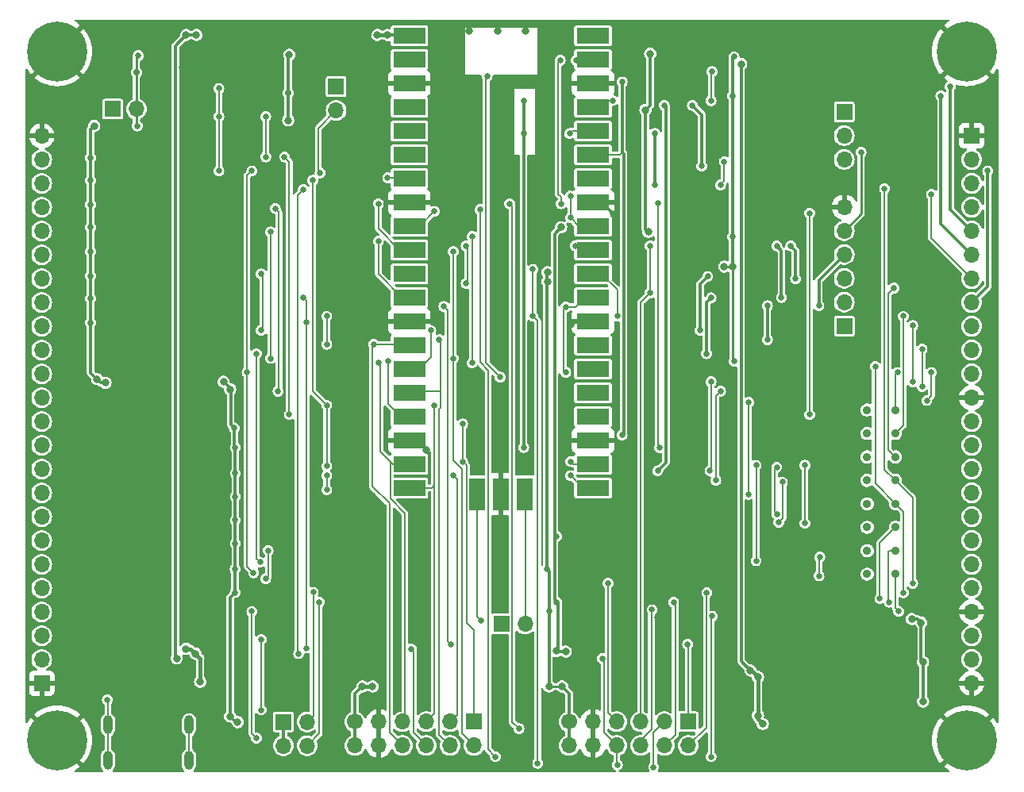
<source format=gbr>
G04 #@! TF.GenerationSoftware,KiCad,Pcbnew,7.0.9-7.0.9~ubuntu22.04.1*
G04 #@! TF.CreationDate,2023-12-06T12:24:41-05:00*
G04 #@! TF.ProjectId,mpw-mb1,6d70772d-6d62-4312-9e6b-696361645f70,2.2.5*
G04 #@! TF.SameCoordinates,PX35e1f20PY8044ea0*
G04 #@! TF.FileFunction,Copper,L2,Bot*
G04 #@! TF.FilePolarity,Positive*
%FSLAX46Y46*%
G04 Gerber Fmt 4.6, Leading zero omitted, Abs format (unit mm)*
G04 Created by KiCad (PCBNEW 7.0.9-7.0.9~ubuntu22.04.1) date 2023-12-06 12:24:41*
%MOMM*%
%LPD*%
G01*
G04 APERTURE LIST*
G04 #@! TA.AperFunction,ComponentPad*
%ADD10C,0.900000*%
G04 #@! TD*
G04 #@! TA.AperFunction,ComponentPad*
%ADD11C,0.820000*%
G04 #@! TD*
G04 #@! TA.AperFunction,ComponentPad*
%ADD12R,1.700000X1.700000*%
G04 #@! TD*
G04 #@! TA.AperFunction,ComponentPad*
%ADD13O,1.700000X1.700000*%
G04 #@! TD*
G04 #@! TA.AperFunction,ComponentPad*
%ADD14C,6.400000*%
G04 #@! TD*
G04 #@! TA.AperFunction,ComponentPad*
%ADD15C,1.700000*%
G04 #@! TD*
G04 #@! TA.AperFunction,ComponentPad*
%ADD16O,1.000000X2.000000*%
G04 #@! TD*
G04 #@! TA.AperFunction,SMDPad,CuDef*
%ADD17R,3.500000X1.700000*%
G04 #@! TD*
G04 #@! TA.AperFunction,SMDPad,CuDef*
%ADD18R,1.700000X3.500000*%
G04 #@! TD*
G04 #@! TA.AperFunction,ViaPad*
%ADD19C,0.650000*%
G04 #@! TD*
G04 #@! TA.AperFunction,ViaPad*
%ADD20C,0.800000*%
G04 #@! TD*
G04 #@! TA.AperFunction,ViaPad*
%ADD21C,0.700000*%
G04 #@! TD*
G04 #@! TA.AperFunction,Conductor*
%ADD22C,0.250000*%
G04 #@! TD*
G04 #@! TA.AperFunction,Conductor*
%ADD23C,0.400000*%
G04 #@! TD*
G04 #@! TA.AperFunction,Conductor*
%ADD24C,0.300000*%
G04 #@! TD*
G04 #@! TA.AperFunction,Conductor*
%ADD25C,0.200000*%
G04 #@! TD*
G04 APERTURE END LIST*
D10*
G04 #@! TO.P,JP7,1,A*
G04 #@! TO.N,out6*
X93145000Y23988570D03*
G04 #@! TO.P,JP7,2,B*
G04 #@! TO.N,Net-(JP7-B)*
X90145000Y23988570D03*
G04 #@! TD*
D11*
G04 #@! TO.P,STITCH23,1*
G04 #@! TO.N,GND*
X51000000Y41000000D03*
G04 #@! TD*
G04 #@! TO.P,STITCH23,1*
G04 #@! TO.N,GND*
X75300000Y30700000D03*
G04 #@! TD*
D12*
G04 #@! TO.P,J4,1,Pin_1*
G04 #@! TO.N,Net-(J4-Pin_1)*
X9660000Y71100000D03*
D13*
G04 #@! TO.P,J4,2,Pin_2*
G04 #@! TO.N,+3.3V*
X12200000Y71100000D03*
G04 #@! TD*
D11*
G04 #@! TO.P,STITCH23,1*
G04 #@! TO.N,GND*
X80100000Y10600000D03*
G04 #@! TD*
D10*
G04 #@! TO.P,JP1,1,A*
G04 #@! TO.N,out0*
X93145000Y38988570D03*
G04 #@! TO.P,JP1,2,B*
G04 #@! TO.N,Net-(JP1-B)*
X90145000Y38988570D03*
G04 #@! TD*
D11*
G04 #@! TO.P,STITCH,1*
G04 #@! TO.N,GND*
X40100000Y15600000D03*
G04 #@! TD*
G04 #@! TO.P,STITCH9,1*
G04 #@! TO.N,GND*
X93500000Y800000D03*
G04 #@! TD*
D14*
G04 #@! TO.P,MT3,1,1*
G04 #@! TO.N,GND*
X3750000Y77250000D03*
G04 #@! TD*
D11*
G04 #@! TO.P,STITCH,1*
G04 #@! TO.N,GND*
X91300000Y72200000D03*
G04 #@! TD*
G04 #@! TO.P,STITCH23,1*
G04 #@! TO.N,GND*
X58400000Y14900000D03*
G04 #@! TD*
G04 #@! TO.P,STITCH31,1*
G04 #@! TO.N,GND*
X900000Y26340000D03*
G04 #@! TD*
G04 #@! TO.P,STITCH19,1*
G04 #@! TO.N,GND*
X36700000Y80200000D03*
G04 #@! TD*
G04 #@! TO.P,STITCH,1*
G04 #@! TO.N,GND*
X77800000Y67200000D03*
G04 #@! TD*
G04 #@! TO.P,STITCH23,1*
G04 #@! TO.N,GND*
X67300000Y27200000D03*
G04 #@! TD*
G04 #@! TO.P,STITCH13,1*
G04 #@! TO.N,GND*
X73500000Y800000D03*
G04 #@! TD*
G04 #@! TO.P,STITCH,1*
G04 #@! TO.N,GND*
X18400000Y47300000D03*
G04 #@! TD*
G04 #@! TO.P,STITCH23,1*
G04 #@! TO.N,GND*
X96500000Y46800000D03*
G04 #@! TD*
G04 #@! TO.P,STITCH,1*
G04 #@! TO.N,GND*
X69900000Y67000000D03*
G04 #@! TD*
G04 #@! TO.P,STITCH23,1*
G04 #@! TO.N,GND*
X82300000Y30000000D03*
G04 #@! TD*
G04 #@! TO.P,STITCH,1*
G04 #@! TO.N,GND*
X15100000Y47300000D03*
G04 #@! TD*
G04 #@! TO.P,STITCH,1*
G04 #@! TO.N,GND*
X103700000Y65800000D03*
G04 #@! TD*
G04 #@! TO.P,STITCH,1*
G04 #@! TO.N,GND*
X15100000Y58300000D03*
G04 #@! TD*
G04 #@! TO.P,STITCH,1*
G04 #@! TO.N,GND*
X58300000Y67000000D03*
G04 #@! TD*
G04 #@! TO.P,STITCH18,1*
G04 #@! TO.N,GND*
X32700000Y80200000D03*
G04 #@! TD*
G04 #@! TO.P,STITCH,1*
G04 #@! TO.N,GND*
X31600000Y27000000D03*
G04 #@! TD*
G04 #@! TO.P,STITCH41,1*
G04 #@! TO.N,GND*
X103700000Y31340000D03*
G04 #@! TD*
G04 #@! TO.P,STITCH23,1*
G04 #@! TO.N,GND*
X86900000Y11100000D03*
G04 #@! TD*
G04 #@! TO.P,STITCH,1*
G04 #@! TO.N,GND*
X25000000Y54800000D03*
G04 #@! TD*
G04 #@! TO.P,STITCH32,1*
G04 #@! TO.N,GND*
X900000Y21260000D03*
G04 #@! TD*
G04 #@! TO.P,STITCH30,1*
G04 #@! TO.N,GND*
X900000Y31420000D03*
G04 #@! TD*
G04 #@! TO.P,STITCH,1*
G04 #@! TO.N,GND*
X74500000Y55400000D03*
G04 #@! TD*
G04 #@! TO.P,STITCH,1*
G04 #@! TO.N,GND*
X25800000Y37200000D03*
G04 #@! TD*
G04 #@! TO.P,STITCH,1*
G04 #@! TO.N,GND*
X44700000Y79400000D03*
G04 #@! TD*
G04 #@! TO.P,STITCH23,1*
G04 #@! TO.N,GND*
X79300000Y30000000D03*
G04 #@! TD*
G04 #@! TO.P,STITCH,1*
G04 #@! TO.N,GND*
X18400000Y58300000D03*
G04 #@! TD*
G04 #@! TO.P,STITCH23,1*
G04 #@! TO.N,GND*
X51000000Y18700000D03*
G04 #@! TD*
G04 #@! TO.P,STITCH9,1*
G04 #@! TO.N,GND*
X93500000Y80200000D03*
G04 #@! TD*
G04 #@! TO.P,STITCH20,1*
G04 #@! TO.N,GND*
X900000Y61900000D03*
G04 #@! TD*
G04 #@! TO.P,STITCH,1*
G04 #@! TO.N,GND*
X12700000Y80200000D03*
G04 #@! TD*
G04 #@! TO.P,STITCH23,1*
G04 #@! TO.N,GND*
X23500000Y800000D03*
G04 #@! TD*
G04 #@! TO.P,STITCH22,1*
G04 #@! TO.N,GND*
X28500000Y800000D03*
G04 #@! TD*
G04 #@! TO.P,STITCH,1*
G04 #@! TO.N,GND*
X15100000Y22100000D03*
G04 #@! TD*
G04 #@! TO.P,STITCH16,1*
G04 #@! TO.N,GND*
X24700000Y80200000D03*
G04 #@! TD*
G04 #@! TO.P,STITCH,1*
G04 #@! TO.N,GND*
X3900000Y63800000D03*
G04 #@! TD*
D10*
G04 #@! TO.P,JP3,1,A*
G04 #@! TO.N,out2*
X93145000Y33988570D03*
G04 #@! TO.P,JP3,2,B*
G04 #@! TO.N,Net-(JP3-B)*
X90145000Y33988570D03*
G04 #@! TD*
D11*
G04 #@! TO.P,STITCH37,1*
G04 #@! TO.N,GND*
X103700000Y51200000D03*
G04 #@! TD*
D10*
G04 #@! TO.P,JP8,1,A*
G04 #@! TO.N,out7*
X93145000Y21488570D03*
G04 #@! TO.P,JP8,2,B*
G04 #@! TO.N,Net-(JP8-B)*
X90145000Y21488570D03*
G04 #@! TD*
D11*
G04 #@! TO.P,STITCH23,1*
G04 #@! TO.N,GND*
X58000000Y30300000D03*
G04 #@! TD*
G04 #@! TO.P,STITCH24,1*
G04 #@! TO.N,GND*
X900000Y56820000D03*
G04 #@! TD*
G04 #@! TO.P,STITCH15,1*
G04 #@! TO.N,GND*
X20700000Y80200000D03*
G04 #@! TD*
G04 #@! TO.P,STITCH,1*
G04 #@! TO.N,GND*
X23100000Y64900000D03*
G04 #@! TD*
G04 #@! TO.P,STITCH,1*
G04 #@! TO.N,GND*
X32300000Y42400000D03*
G04 #@! TD*
G04 #@! TO.P,STITCH11,1*
G04 #@! TO.N,GND*
X83500000Y800000D03*
G04 #@! TD*
G04 #@! TO.P,STITCH,1*
G04 #@! TO.N,GND*
X32200000Y50500000D03*
G04 #@! TD*
G04 #@! TO.P,STITCH,1*
G04 #@! TO.N,GND*
X23100000Y68200000D03*
G04 #@! TD*
G04 #@! TO.P,STITCH23,1*
G04 #@! TO.N,GND*
X67300000Y22100000D03*
G04 #@! TD*
G04 #@! TO.P,STITCH23,1*
G04 #@! TO.N,GND*
X51700000Y3000000D03*
G04 #@! TD*
G04 #@! TO.P,STITCH23,1*
G04 #@! TO.N,GND*
X70200000Y70200000D03*
G04 #@! TD*
G04 #@! TO.P,STITCH38,1*
G04 #@! TO.N,GND*
X103700000Y46580000D03*
G04 #@! TD*
G04 #@! TO.P,STITCH,1*
G04 #@! TO.N,GND*
X27400000Y61900000D03*
G04 #@! TD*
D12*
G04 #@! TO.P,J3,1,IO1*
G04 #@! TO.N,in0*
X48200000Y5735000D03*
D13*
G04 #@! TO.P,J3,2,IO2*
G04 #@! TO.N,in1*
X45660000Y5735000D03*
G04 #@! TO.P,J3,3,IO3*
G04 #@! TO.N,in2*
X43120000Y5735000D03*
G04 #@! TO.P,J3,4,IO4*
G04 #@! TO.N,in3*
X40580000Y5735000D03*
G04 #@! TO.P,J3,5,GND*
G04 #@! TO.N,GND*
X38040000Y5735000D03*
D15*
G04 #@! TO.P,J3,6,VCC*
G04 #@! TO.N,+3.3V*
X35500000Y5735000D03*
D13*
G04 #@! TO.P,J3,7,IO5*
G04 #@! TO.N,in4*
X48200000Y3195000D03*
G04 #@! TO.P,J3,8,IO6*
G04 #@! TO.N,in5*
X45660000Y3195000D03*
G04 #@! TO.P,J3,9,IO7*
G04 #@! TO.N,in6*
X43120000Y3195000D03*
G04 #@! TO.P,J3,10,IO8*
G04 #@! TO.N,in7*
X40580000Y3195000D03*
G04 #@! TO.P,J3,11,GND*
G04 #@! TO.N,GND*
X38040000Y3195000D03*
G04 #@! TO.P,J3,12,VCC*
G04 #@! TO.N,+3.3V*
X35500000Y3195000D03*
G04 #@! TD*
D12*
G04 #@! TO.P,J8,1,Pin_1*
G04 #@! TO.N,Net-(J8-Pin_1)*
X51125000Y16150000D03*
D13*
G04 #@! TO.P,J8,2,Pin_2*
G04 #@! TO.N,Net-(J8-Pin_2)*
X53665000Y16150000D03*
G04 #@! TD*
D11*
G04 #@! TO.P,STITCH,1*
G04 #@! TO.N,GND*
X18400000Y44100000D03*
G04 #@! TD*
G04 #@! TO.P,STITCH,1*
G04 #@! TO.N,GND*
X32500000Y65200000D03*
G04 #@! TD*
G04 #@! TO.P,STITCH5,1*
G04 #@! TO.N,GND*
X73500000Y80200000D03*
G04 #@! TD*
D14*
G04 #@! TO.P,MT4,1,1*
G04 #@! TO.N,GND*
X100750000Y77250000D03*
G04 #@! TD*
D11*
G04 #@! TO.P,STITCH,1*
G04 #@! TO.N,GND*
X19900000Y13800000D03*
G04 #@! TD*
D14*
G04 #@! TO.P,MT2,1,1*
G04 #@! TO.N,GND*
X100750000Y3750000D03*
G04 #@! TD*
D11*
G04 #@! TO.P,STITCH,1*
G04 #@! TO.N,GND*
X31600000Y35000000D03*
G04 #@! TD*
G04 #@! TO.P,STITCH,1*
G04 #@! TO.N,GND*
X31600000Y32500000D03*
G04 #@! TD*
D12*
G04 #@! TO.P,J5,1,Pin_1*
G04 #@! TO.N,osc_out*
X87700000Y70805000D03*
D13*
G04 #@! TO.P,J5,2,Pin_2*
G04 #@! TO.N,xclk*
X87700000Y68265000D03*
G04 #@! TO.P,J5,3,Pin_3*
G04 #@! TO.N,ext_clk*
X87700000Y65725000D03*
G04 #@! TD*
D11*
G04 #@! TO.P,STITCH,1*
G04 #@! TO.N,GND*
X25800000Y32400000D03*
G04 #@! TD*
G04 #@! TO.P,STITCH23,1*
G04 #@! TO.N,GND*
X80900000Y16300000D03*
G04 #@! TD*
G04 #@! TO.P,STITCH,1*
G04 #@! TO.N,GND*
X35100000Y66600000D03*
G04 #@! TD*
G04 #@! TO.P,STITCH21,1*
G04 #@! TO.N,GND*
X33500000Y800000D03*
G04 #@! TD*
G04 #@! TO.P,STITCH26,1*
G04 #@! TO.N,GND*
X900000Y51740000D03*
G04 #@! TD*
G04 #@! TO.P,STITCH,1*
G04 #@! TO.N,GND*
X18400000Y22100000D03*
G04 #@! TD*
G04 #@! TO.P,STITCH25,1*
G04 #@! TO.N,GND*
X15500000Y800000D03*
G04 #@! TD*
D10*
G04 #@! TO.P,JP2,1,A*
G04 #@! TO.N,out1*
X93145000Y36488570D03*
G04 #@! TO.P,JP2,2,B*
G04 #@! TO.N,Net-(JP2-B)*
X90145000Y36488570D03*
G04 #@! TD*
D11*
G04 #@! TO.P,STITCH,1*
G04 #@! TO.N,GND*
X55600000Y69400000D03*
G04 #@! TD*
G04 #@! TO.P,STITCH,1*
G04 #@! TO.N,GND*
X80300000Y8500000D03*
G04 #@! TD*
G04 #@! TO.P,STITCH23,1*
G04 #@! TO.N,GND*
X50800000Y57600000D03*
G04 #@! TD*
G04 #@! TO.P,STITCH,1*
G04 #@! TO.N,GND*
X73600000Y67200000D03*
G04 #@! TD*
G04 #@! TO.P,STITCH23,1*
G04 #@! TO.N,GND*
X73300000Y24600000D03*
G04 #@! TD*
G04 #@! TO.P,STITCH,1*
G04 #@! TO.N,GND*
X18400000Y16000000D03*
G04 #@! TD*
G04 #@! TO.P,STITCH,1*
G04 #@! TO.N,GND*
X25100000Y19900000D03*
G04 #@! TD*
G04 #@! TO.P,STITCH,1*
G04 #@! TO.N,GND*
X22000000Y46600000D03*
G04 #@! TD*
G04 #@! TO.P,STITCH,1*
G04 #@! TO.N,GND*
X31600000Y29600000D03*
G04 #@! TD*
G04 #@! TO.P,STITCH,1*
G04 #@! TO.N,GND*
X15100000Y29600000D03*
G04 #@! TD*
G04 #@! TO.P,STITCH,1*
G04 #@! TO.N,GND*
X25800000Y29600000D03*
G04 #@! TD*
G04 #@! TO.P,STITCH,1*
G04 #@! TO.N,GND*
X25800000Y35000000D03*
G04 #@! TD*
G04 #@! TO.P,STITCH23,1*
G04 #@! TO.N,GND*
X72100000Y33600000D03*
G04 #@! TD*
G04 #@! TO.P,STITCH40,1*
G04 #@! TO.N,GND*
X103700000Y36420000D03*
G04 #@! TD*
G04 #@! TO.P,STITCH,1*
G04 #@! TO.N,GND*
X15100000Y63600000D03*
G04 #@! TD*
G04 #@! TO.P,STITCH17,1*
G04 #@! TO.N,GND*
X28700000Y80200000D03*
G04 #@! TD*
G04 #@! TO.P,STITCH,1*
G04 #@! TO.N,GND*
X10700000Y12000000D03*
G04 #@! TD*
G04 #@! TO.P,STITCH,1*
G04 #@! TO.N,GND*
X15100000Y16000000D03*
G04 #@! TD*
G04 #@! TO.P,STITCH13,1*
G04 #@! TO.N,GND*
X60900000Y7900000D03*
G04 #@! TD*
G04 #@! TO.P,STITCH43,1*
G04 #@! TO.N,GND*
X103700000Y21180000D03*
G04 #@! TD*
G04 #@! TO.P,STITCH23,1*
G04 #@! TO.N,GND*
X55300000Y55100000D03*
G04 #@! TD*
G04 #@! TO.P,STITCH23,1*
G04 #@! TO.N,GND*
X42800000Y13500000D03*
G04 #@! TD*
G04 #@! TO.P,STITCH42,1*
G04 #@! TO.N,GND*
X103700000Y26260000D03*
G04 #@! TD*
G04 #@! TO.P,STITCH23,1*
G04 #@! TO.N,GND*
X77600000Y60700000D03*
G04 #@! TD*
G04 #@! TO.P,STITCH23,1*
G04 #@! TO.N,GND*
X74400000Y47700000D03*
G04 #@! TD*
G04 #@! TO.P,STITCH23,1*
G04 #@! TO.N,GND*
X67300000Y24700000D03*
G04 #@! TD*
G04 #@! TO.P,STITCH3,1*
G04 #@! TO.N,GND*
X53700000Y79400000D03*
G04 #@! TD*
G04 #@! TO.P,STITCH,1*
G04 #@! TO.N,GND*
X25800000Y27000000D03*
G04 #@! TD*
G04 #@! TO.P,STITCH23,1*
G04 #@! TO.N,GND*
X76700000Y10400000D03*
G04 #@! TD*
G04 #@! TO.P,STITCH2,1*
G04 #@! TO.N,GND*
X50700000Y79400000D03*
G04 #@! TD*
G04 #@! TO.P,STITCH13,1*
G04 #@! TO.N,GND*
X5400000Y11200000D03*
G04 #@! TD*
G04 #@! TO.P,STITCH23,1*
G04 #@! TO.N,GND*
X48300000Y62100000D03*
G04 #@! TD*
G04 #@! TO.P,STITCH,1*
G04 #@! TO.N,GND*
X15200000Y40200000D03*
G04 #@! TD*
G04 #@! TO.P,STITCH,1*
G04 #@! TO.N,GND*
X65000000Y67000000D03*
G04 #@! TD*
G04 #@! TO.P,STITCH23,1*
G04 #@! TO.N,GND*
X74700000Y75800000D03*
G04 #@! TD*
D10*
G04 #@! TO.P,JP5,1,A*
G04 #@! TO.N,out4*
X93145000Y28988570D03*
G04 #@! TO.P,JP5,2,B*
G04 #@! TO.N,Net-(JP5-B)*
X90145000Y28988570D03*
G04 #@! TD*
D11*
G04 #@! TO.P,STITCH23,1*
G04 #@! TO.N,GND*
X80000000Y52400000D03*
G04 #@! TD*
G04 #@! TO.P,STITCH8,1*
G04 #@! TO.N,GND*
X88500000Y80200000D03*
G04 #@! TD*
G04 #@! TO.P,STITCH,1*
G04 #@! TO.N,GND*
X15100000Y53100000D03*
G04 #@! TD*
G04 #@! TO.P,STITCH13,1*
G04 #@! TO.N,GND*
X20700000Y6000000D03*
G04 #@! TD*
G04 #@! TO.P,STITCH,1*
G04 #@! TO.N,GND*
X900000Y66900000D03*
G04 #@! TD*
G04 #@! TO.P,STITCH,1*
G04 #@! TO.N,GND*
X58100000Y74200000D03*
G04 #@! TD*
G04 #@! TO.P,STITCH28,1*
G04 #@! TO.N,GND*
X900000Y41580000D03*
G04 #@! TD*
G04 #@! TO.P,STITCH23,1*
G04 #@! TO.N,GND*
X51100000Y26900000D03*
G04 #@! TD*
G04 #@! TO.P,STITCH23,1*
G04 #@! TO.N,GND*
X83100000Y21500000D03*
G04 #@! TD*
G04 #@! TO.P,STITCH27,1*
G04 #@! TO.N,GND*
X900000Y46660000D03*
G04 #@! TD*
G04 #@! TO.P,STITCH23,1*
G04 #@! TO.N,GND*
X64100000Y10400000D03*
G04 #@! TD*
G04 #@! TO.P,STITCH4,1*
G04 #@! TO.N,GND*
X56700000Y79400000D03*
G04 #@! TD*
G04 #@! TO.P,STITCH,1*
G04 #@! TO.N,GND*
X18400000Y63600000D03*
G04 #@! TD*
G04 #@! TO.P,STITCH,1*
G04 #@! TO.N,GND*
X37400000Y29800000D03*
G04 #@! TD*
G04 #@! TO.P,STITCH7,1*
G04 #@! TO.N,GND*
X83500000Y80200000D03*
G04 #@! TD*
G04 #@! TO.P,STITCH1,1*
G04 #@! TO.N,GND*
X47700000Y79400000D03*
G04 #@! TD*
G04 #@! TO.P,STITCH,1*
G04 #@! TO.N,GND*
X900000Y71800000D03*
G04 #@! TD*
G04 #@! TO.P,STITCH39,1*
G04 #@! TO.N,GND*
X103700000Y41500000D03*
G04 #@! TD*
D10*
G04 #@! TO.P,JP6,1,A*
G04 #@! TO.N,out5*
X93145000Y26488570D03*
G04 #@! TO.P,JP6,2,B*
G04 #@! TO.N,Net-(JP6-B)*
X90145000Y26488570D03*
G04 #@! TD*
D12*
G04 #@! TO.P,J1,1,Pin_1*
G04 #@! TO.N,Caravel_CSB*
X87700000Y47960000D03*
D13*
G04 #@! TO.P,J1,2,Pin_2*
G04 #@! TO.N,Caravel_SCK*
X87700000Y50500000D03*
G04 #@! TO.P,J1,3,Pin_3*
G04 #@! TO.N,Caravel_D0*
X87700000Y53040000D03*
G04 #@! TO.P,J1,4,Pin_4*
G04 #@! TO.N,Caravel_D1*
X87700000Y55580000D03*
G04 #@! TO.P,J1,5,Pin_5*
G04 #@! TO.N,+3.3V*
X87700000Y58120000D03*
G04 #@! TO.P,J1,6,Pin_6*
G04 #@! TO.N,GND*
X87700000Y60660000D03*
G04 #@! TD*
D11*
G04 #@! TO.P,STITCH,1*
G04 #@! TO.N,GND*
X96900000Y72200000D03*
G04 #@! TD*
G04 #@! TO.P,STITCH,1*
G04 #@! TO.N,GND*
X90800000Y45100000D03*
G04 #@! TD*
G04 #@! TO.P,STITCH23,1*
G04 #@! TO.N,GND*
X75300000Y39300000D03*
G04 #@! TD*
G04 #@! TO.P,STITCH6,1*
G04 #@! TO.N,GND*
X78500000Y80200000D03*
G04 #@! TD*
G04 #@! TO.P,STITCH,1*
G04 #@! TO.N,GND*
X8600000Y44100000D03*
G04 #@! TD*
G04 #@! TO.P,STITCH,1*
G04 #@! TO.N,GND*
X93700000Y14700000D03*
G04 #@! TD*
G04 #@! TO.P,STITCH23,1*
G04 #@! TO.N,GND*
X42800000Y28500000D03*
G04 #@! TD*
G04 #@! TO.P,STITCH,1*
G04 #@! TO.N,GND*
X18400000Y29600000D03*
G04 #@! TD*
G04 #@! TO.P,STITCH23,1*
G04 #@! TO.N,GND*
X85200000Y7600000D03*
G04 #@! TD*
G04 #@! TO.P,STITCH,1*
G04 #@! TO.N,GND*
X23100000Y37900000D03*
G04 #@! TD*
G04 #@! TO.P,STITCH,1*
G04 #@! TO.N,GND*
X18400000Y53100000D03*
G04 #@! TD*
G04 #@! TO.P,STITCH23,1*
G04 #@! TO.N,GND*
X74400000Y50000000D03*
G04 #@! TD*
G04 #@! TO.P,STITCH33,1*
G04 #@! TO.N,GND*
X900000Y16180000D03*
G04 #@! TD*
G04 #@! TO.P,STITCH,1*
G04 #@! TO.N,GND*
X15100000Y65900000D03*
G04 #@! TD*
G04 #@! TO.P,STITCH13,1*
G04 #@! TO.N,GND*
X38000000Y800000D03*
G04 #@! TD*
G04 #@! TO.P,STITCH23,1*
G04 #@! TO.N,GND*
X75500000Y14300000D03*
G04 #@! TD*
G04 #@! TO.P,STITCH23,1*
G04 #@! TO.N,GND*
X94800000Y18300000D03*
G04 #@! TD*
G04 #@! TO.P,STITCH,1*
G04 #@! TO.N,GND*
X26200000Y40200000D03*
G04 #@! TD*
G04 #@! TO.P,STITCH14,1*
G04 #@! TO.N,GND*
X16700000Y80200000D03*
G04 #@! TD*
D16*
G04 #@! TO.P,J6,S1,SHIELD*
G04 #@! TO.N,Net-(C4-Pad1)*
X9160000Y5400000D03*
G04 #@! TO.P,J6,S2,SHIELD*
X17800000Y5400000D03*
G04 #@! TO.P,J6,S3,SHIELD*
X9160000Y1600000D03*
G04 #@! TO.P,J6,S4,SHIELD*
X17800000Y1600000D03*
G04 #@! TD*
D12*
G04 #@! TO.P,J9,1,IO1*
G04 #@! TO.N,out0*
X71060000Y5735000D03*
D13*
G04 #@! TO.P,J9,2,IO2*
G04 #@! TO.N,out1*
X68520000Y5735000D03*
G04 #@! TO.P,J9,3,IO3*
G04 #@! TO.N,out2*
X65980000Y5735000D03*
G04 #@! TO.P,J9,4,IO4*
G04 #@! TO.N,out3*
X63440000Y5735000D03*
G04 #@! TO.P,J9,5,GND*
G04 #@! TO.N,GND*
X60900000Y5735000D03*
D15*
G04 #@! TO.P,J9,6,VCC*
G04 #@! TO.N,+3.3V*
X58360000Y5735000D03*
D13*
G04 #@! TO.P,J9,7,IO5*
G04 #@! TO.N,out4*
X71060000Y3195000D03*
G04 #@! TO.P,J9,8,IO6*
G04 #@! TO.N,out5*
X68520000Y3195000D03*
G04 #@! TO.P,J9,9,IO7*
G04 #@! TO.N,out6*
X65980000Y3195000D03*
G04 #@! TO.P,J9,10,IO8*
G04 #@! TO.N,out7*
X63440000Y3195000D03*
G04 #@! TO.P,J9,11,GND*
G04 #@! TO.N,GND*
X60900000Y3195000D03*
G04 #@! TO.P,J9,12,VCC*
G04 #@! TO.N,+3.3V*
X58360000Y3195000D03*
G04 #@! TD*
D10*
G04 #@! TO.P,JP4,1,A*
G04 #@! TO.N,out3*
X93145000Y31488570D03*
G04 #@! TO.P,JP4,2,B*
G04 #@! TO.N,Net-(JP4-B)*
X90145000Y31488570D03*
G04 #@! TD*
D11*
G04 #@! TO.P,STITCH23,1*
G04 #@! TO.N,GND*
X47000000Y45800000D03*
G04 #@! TD*
G04 #@! TO.P,STITCH,1*
G04 #@! TO.N,GND*
X35100000Y15600000D03*
G04 #@! TD*
G04 #@! TO.P,STITCH23,1*
G04 #@! TO.N,GND*
X85200000Y39200000D03*
G04 #@! TD*
G04 #@! TO.P,STITCH13,1*
G04 #@! TO.N,GND*
X38000000Y8100000D03*
G04 #@! TD*
G04 #@! TO.P,STITCH25,1*
G04 #@! TO.N,GND*
X11100000Y800000D03*
G04 #@! TD*
G04 #@! TO.P,STITCH23,1*
G04 #@! TO.N,GND*
X82700000Y47900000D03*
G04 #@! TD*
G04 #@! TO.P,STITCH23,1*
G04 #@! TO.N,GND*
X58000000Y35800000D03*
G04 #@! TD*
G04 #@! TO.P,STITCH23,1*
G04 #@! TO.N,GND*
X42800000Y8100000D03*
G04 #@! TD*
G04 #@! TO.P,STITCH10,1*
G04 #@! TO.N,GND*
X88500000Y800000D03*
G04 #@! TD*
G04 #@! TO.P,STITCH,1*
G04 #@! TO.N,GND*
X28100000Y13800000D03*
G04 #@! TD*
D12*
G04 #@! TO.P,J12,1,Pin_1*
G04 #@! TO.N,+3.3V*
X33500000Y73500000D03*
D13*
G04 #@! TO.P,J12,2,Pin_2*
G04 #@! TO.N,set_clk_div*
X33500000Y70960000D03*
G04 #@! TD*
D11*
G04 #@! TO.P,STITCH29,1*
G04 #@! TO.N,GND*
X900000Y36500000D03*
G04 #@! TD*
D14*
G04 #@! TO.P,MT1,1,1*
G04 #@! TO.N,GND*
X3750000Y3750000D03*
G04 #@! TD*
D11*
G04 #@! TO.P,STITCH44,1*
G04 #@! TO.N,GND*
X103700000Y16100000D03*
G04 #@! TD*
G04 #@! TO.P,STITCH12,1*
G04 #@! TO.N,GND*
X78500000Y800000D03*
G04 #@! TD*
G04 #@! TO.P,STITCH4,1*
G04 #@! TO.N,GND*
X68500000Y80200000D03*
G04 #@! TD*
G04 #@! TO.P,STITCH,1*
G04 #@! TO.N,GND*
X64100000Y76200000D03*
G04 #@! TD*
G04 #@! TO.P,STITCH23,1*
G04 #@! TO.N,GND*
X55600000Y60800000D03*
G04 #@! TD*
D12*
G04 #@! TO.P,J2,1,Pin_1*
G04 #@! TO.N,+3.3V*
X27875000Y5725000D03*
D13*
G04 #@! TO.P,J2,2,Pin_2*
G04 #@! TO.N,scansel0*
X30415000Y5725000D03*
G04 #@! TO.P,J2,3,Pin_3*
G04 #@! TO.N,+3.3V*
X27875000Y3185000D03*
G04 #@! TO.P,J2,4,Pin_4*
G04 #@! TO.N,scansel1*
X30415000Y3185000D03*
G04 #@! TD*
D11*
G04 #@! TO.P,STITCH23,1*
G04 #@! TO.N,GND*
X74400000Y44800000D03*
G04 #@! TD*
G04 #@! TO.P,STITCH45,1*
G04 #@! TO.N,GND*
X103700000Y11020000D03*
G04 #@! TD*
D12*
G04 #@! TO.P,J10,1,Pin_1*
G04 #@! TO.N,GND*
X2100000Y9830000D03*
D13*
G04 #@! TO.P,J10,2,Pin_2*
G04 #@! TO.N,+5V*
X2100000Y12370000D03*
G04 #@! TO.P,J10,3,Pin_3*
G04 #@! TO.N,scansel0*
X2100000Y14910000D03*
G04 #@! TO.P,J10,4,Pin_4*
G04 #@! TO.N,scansel1*
X2100000Y17450000D03*
G04 #@! TO.P,J10,5,Pin_5*
G04 #@! TO.N,sel0*
X2100000Y19990000D03*
G04 #@! TO.P,J10,6,Pin_6*
G04 #@! TO.N,sel1*
X2100000Y22530000D03*
G04 #@! TO.P,J10,7,Pin_7*
G04 #@! TO.N,sel2*
X2100000Y25070000D03*
G04 #@! TO.P,J10,8,Pin_8*
G04 #@! TO.N,sel3*
X2100000Y27610000D03*
G04 #@! TO.P,J10,9,Pin_9*
G04 #@! TO.N,sel4*
X2100000Y30150000D03*
G04 #@! TO.P,J10,10,Pin_10*
G04 #@! TO.N,sel5*
X2100000Y32690000D03*
G04 #@! TO.P,J10,11,Pin_11*
G04 #@! TO.N,sel6*
X2100000Y35230000D03*
G04 #@! TO.P,J10,12,Pin_12*
G04 #@! TO.N,sel7*
X2100000Y37770000D03*
G04 #@! TO.P,J10,13,Pin_13*
G04 #@! TO.N,sel8*
X2100000Y40310000D03*
G04 #@! TO.P,J10,14,Pin_14*
G04 #@! TO.N,set_clk_div*
X2100000Y42850000D03*
G04 #@! TO.P,J10,15,Pin_15*
G04 #@! TO.N,slow_clk*
X2100000Y45390000D03*
G04 #@! TO.P,J10,16,Pin_16*
G04 #@! TO.N,in7*
X2100000Y47930000D03*
G04 #@! TO.P,J10,17,Pin_17*
G04 #@! TO.N,in6*
X2100000Y50470000D03*
G04 #@! TO.P,J10,18,Pin_18*
G04 #@! TO.N,in5*
X2100000Y53010000D03*
G04 #@! TO.P,J10,19,Pin_19*
G04 #@! TO.N,in4*
X2100000Y55550000D03*
G04 #@! TO.P,J10,20,Pin_20*
G04 #@! TO.N,in3*
X2100000Y58090000D03*
G04 #@! TO.P,J10,21,Pin_21*
G04 #@! TO.N,in2*
X2100000Y60630000D03*
G04 #@! TO.P,J10,22,Pin_22*
G04 #@! TO.N,in1*
X2100000Y63170000D03*
G04 #@! TO.P,J10,23,Pin_23*
G04 #@! TO.N,in0*
X2100000Y65710000D03*
G04 #@! TO.P,J10,24,Pin_24*
G04 #@! TO.N,GND*
X2100000Y68250000D03*
G04 #@! TD*
D12*
G04 #@! TO.P,J11,1,Pin_1*
G04 #@! TO.N,GND*
X101300000Y68260000D03*
D13*
G04 #@! TO.P,J11,2,Pin_2*
G04 #@! TO.N,ext_clk*
X101300000Y65720000D03*
G04 #@! TO.P,J11,3,Pin_3*
G04 #@! TO.N,ready*
X101300000Y63180000D03*
G04 #@! TO.P,J11,4,Pin_4*
G04 #@! TO.N,mprj_io0*
X101300000Y60640000D03*
G04 #@! TO.P,J11,5,Pin_5*
G04 #@! TO.N,mprj_io1_SDO*
X101300000Y58100000D03*
G04 #@! TO.P,J11,6,Pin_6*
G04 #@! TO.N,mprj_io2_SDI*
X101300000Y55560000D03*
G04 #@! TO.P,J11,7,Pin_7*
G04 #@! TO.N,mprj_io3_CSB*
X101300000Y53020000D03*
G04 #@! TO.P,J11,8,Pin_8*
G04 #@! TO.N,mprj_io4_SCK*
X101300000Y50480000D03*
G04 #@! TO.P,J11,9,Pin_9*
G04 #@! TO.N,mprj_io5_ser_rx*
X101300000Y47940000D03*
G04 #@! TO.P,J11,10,Pin_10*
G04 #@! TO.N,mprj_io6_ser_tx*
X101300000Y45400000D03*
G04 #@! TO.P,J11,11,Pin_11*
G04 #@! TO.N,mprj_io7*
X101300000Y42860000D03*
G04 #@! TO.P,J11,12,Pin_12*
G04 #@! TO.N,GND*
X101300000Y40320000D03*
G04 #@! TO.P,J11,13,Pin_13*
G04 #@! TO.N,out0*
X101300000Y37780000D03*
G04 #@! TO.P,J11,14,Pin_14*
G04 #@! TO.N,out1*
X101300000Y35240000D03*
G04 #@! TO.P,J11,15,Pin_15*
G04 #@! TO.N,out2*
X101300000Y32700000D03*
G04 #@! TO.P,J11,16,Pin_16*
G04 #@! TO.N,out3*
X101300000Y30160000D03*
G04 #@! TO.P,J11,17,Pin_17*
G04 #@! TO.N,out4*
X101300000Y27620000D03*
G04 #@! TO.P,J11,18,Pin_18*
G04 #@! TO.N,out5*
X101300000Y25080000D03*
G04 #@! TO.P,J11,19,Pin_19*
G04 #@! TO.N,out6*
X101300000Y22540000D03*
G04 #@! TO.P,J11,20,Pin_20*
G04 #@! TO.N,out7*
X101300000Y20000000D03*
G04 #@! TO.P,J11,21,Pin_21*
G04 #@! TO.N,GND*
X101300000Y17460000D03*
G04 #@! TO.P,J11,22,Pin_22*
G04 #@! TO.N,+1V8*
X101300000Y14920000D03*
G04 #@! TO.P,J11,23,Pin_23*
G04 #@! TO.N,+3.3V*
X101300000Y12380000D03*
G04 #@! TO.P,J11,24,Pin_24*
G04 #@! TO.N,GND*
X101300000Y9840000D03*
G04 #@! TD*
D17*
G04 #@! TO.P,U4,1,GPIO0*
G04 #@! TO.N,unconnected-(U4-GPIO0-Pad1)*
X60900000Y78940000D03*
G04 #@! TO.P,U4,2,GPIO1*
G04 #@! TO.N,mprj_io3_CSB*
X60900000Y76400000D03*
G04 #@! TO.P,U4,3,GND*
G04 #@! TO.N,GND*
X60900000Y73860000D03*
G04 #@! TO.P,U4,4,GPIO2*
G04 #@! TO.N,mprj_io4_SCK*
X60900000Y71320000D03*
G04 #@! TO.P,U4,5,GPIO3*
G04 #@! TO.N,mprj_io2_SDI*
X60900000Y68780000D03*
G04 #@! TO.P,U4,6,GPIO4*
G04 #@! TO.N,mprj_io1_SDO*
X60900000Y66240000D03*
G04 #@! TO.P,U4,7,GPIO5*
G04 #@! TO.N,unconnected-(U4-GPIO5-Pad7)*
X60900000Y63700000D03*
G04 #@! TO.P,U4,8,GND*
G04 #@! TO.N,GND*
X60900000Y61160000D03*
G04 #@! TO.P,U4,9,GPIO6*
G04 #@! TO.N,out3*
X60900000Y58620000D03*
G04 #@! TO.P,U4,10,GPIO7*
G04 #@! TO.N,out2*
X60900000Y56080000D03*
G04 #@! TO.P,U4,11,GPIO8*
G04 #@! TO.N,out1*
X60900000Y53540000D03*
G04 #@! TO.P,U4,12,GPIO9*
G04 #@! TO.N,out0*
X60900000Y51000000D03*
G04 #@! TO.P,U4,13,GND*
G04 #@! TO.N,GND*
X60900000Y48460000D03*
G04 #@! TO.P,U4,14,GPIO10*
G04 #@! TO.N,unconnected-(U4-GPIO10-Pad14)*
X60900000Y45920000D03*
G04 #@! TO.P,U4,15,GPIO11*
G04 #@! TO.N,unconnected-(U4-GPIO11-Pad15)*
X60900000Y43380000D03*
G04 #@! TO.P,U4,16,GPIO12*
G04 #@! TO.N,unconnected-(U4-GPIO12-Pad16)*
X60900000Y40840000D03*
G04 #@! TO.P,U4,17,GPIO13*
G04 #@! TO.N,unconnected-(U4-GPIO13-Pad17)*
X60900000Y38300000D03*
G04 #@! TO.P,U4,18,GND*
G04 #@! TO.N,GND*
X60900000Y35760000D03*
G04 #@! TO.P,U4,19,GPIO14*
G04 #@! TO.N,in0*
X60900000Y33220000D03*
G04 #@! TO.P,U4,20,GPIO15*
G04 #@! TO.N,in1*
X60900000Y30680000D03*
G04 #@! TO.P,U4,21,GPIO16*
G04 #@! TO.N,in2*
X41320000Y30680000D03*
G04 #@! TO.P,U4,22,GPIO17*
G04 #@! TO.N,in3*
X41320000Y33220000D03*
G04 #@! TO.P,U4,23,GND*
G04 #@! TO.N,GND*
X41320000Y35760000D03*
G04 #@! TO.P,U4,24,GPIO18*
G04 #@! TO.N,in4*
X41320000Y38300000D03*
G04 #@! TO.P,U4,25,GPIO19*
G04 #@! TO.N,in5*
X41320000Y40840000D03*
G04 #@! TO.P,U4,26,GPIO20*
G04 #@! TO.N,in6*
X41320000Y43380000D03*
G04 #@! TO.P,U4,27,GPIO21*
G04 #@! TO.N,in7*
X41320000Y45920000D03*
G04 #@! TO.P,U4,28,GND*
G04 #@! TO.N,GND*
X41320000Y48460000D03*
G04 #@! TO.P,U4,29,GPIO22*
G04 #@! TO.N,out4*
X41320000Y51000000D03*
G04 #@! TO.P,U4,30,RUN*
G04 #@! TO.N,unconnected-(U4-RUN-Pad30)*
X41320000Y53540000D03*
G04 #@! TO.P,U4,31,GPIO26_ADC0*
G04 #@! TO.N,out5*
X41320000Y56080000D03*
G04 #@! TO.P,U4,32,GPIO27_ADC1*
G04 #@! TO.N,out6*
X41320000Y58620000D03*
G04 #@! TO.P,U4,33,AGND*
G04 #@! TO.N,GND*
X41320000Y61160000D03*
G04 #@! TO.P,U4,34,GPIO28_ADC2*
G04 #@! TO.N,out7*
X41320000Y63700000D03*
G04 #@! TO.P,U4,35,ADC_VREF*
G04 #@! TO.N,unconnected-(U4-ADC_VREF-Pad35)*
X41320000Y66240000D03*
G04 #@! TO.P,U4,36,3V3*
G04 #@! TO.N,unconnected-(U4-3V3-Pad36)*
X41320000Y68780000D03*
G04 #@! TO.P,U4,37,3V3_EN*
G04 #@! TO.N,unconnected-(U4-3V3_EN-Pad37)*
X41320000Y71320000D03*
G04 #@! TO.P,U4,38,GND*
G04 #@! TO.N,GND*
X41320000Y73860000D03*
G04 #@! TO.P,U4,39,VSYS*
G04 #@! TO.N,unconnected-(U4-VSYS-Pad39)*
X41320000Y76400000D03*
G04 #@! TO.P,U4,40,VBUS*
G04 #@! TO.N,VBUS*
X41320000Y78940000D03*
D18*
G04 #@! TO.P,U4,41,SWCLK*
G04 #@! TO.N,Net-(J8-Pin_2)*
X53650000Y30010000D03*
G04 #@! TO.P,U4,42,GND*
G04 #@! TO.N,GND*
X51110000Y30010000D03*
G04 #@! TO.P,U4,43,SWDIO*
G04 #@! TO.N,Net-(J8-Pin_1)*
X48570000Y30010000D03*
G04 #@! TD*
D19*
G04 #@! TO.N,GND*
X57499992Y57145000D03*
D20*
X72100000Y19500000D03*
X43100000Y34700000D03*
X58500000Y48100000D03*
X65000000Y58800000D03*
D19*
X53900000Y8300000D03*
D20*
X93300000Y70700000D03*
X93700000Y67100000D03*
X69900000Y56400000D03*
D19*
X10700000Y4100000D03*
X58400000Y51300000D03*
X81900000Y27100000D03*
D20*
X73700000Y52300000D03*
D19*
X53900000Y10500000D03*
X16300000Y4200000D03*
D20*
X32500000Y55100000D03*
X67100000Y42300000D03*
X17150046Y75500000D03*
D19*
X57700000Y24500000D03*
X57500000Y19600000D03*
X10700002Y6700000D03*
D20*
X44100000Y55100000D03*
D19*
X77700000Y77700000D03*
X16230000Y6800000D03*
X81900000Y32700000D03*
X63000000Y60000000D03*
X57500000Y21200000D03*
D20*
X72100000Y16900000D03*
X67850004Y16900000D03*
X17300000Y72100000D03*
D19*
X60900000Y1300000D03*
D20*
X21200000Y74600000D03*
X67500000Y19500000D03*
X69900000Y58900000D03*
D19*
X81900000Y23300000D03*
D20*
X72300000Y42100000D03*
X24300000Y70200000D03*
D19*
X57500000Y55355000D03*
D20*
G04 #@! TO.N,+5V*
X77700000Y11200000D03*
X79000000Y5500000D03*
X19000000Y10000000D03*
X78500000Y10500000D03*
X78500000Y6400000D03*
X76700000Y75900000D03*
X18500000Y13000000D03*
X17500000Y13500000D03*
D19*
G04 #@! TO.N,gpio*
X73600000Y75100000D03*
X51000000Y42500000D03*
X73500000Y72000000D03*
X49600002Y74600000D03*
G04 #@! TO.N,Caravel_SCK*
X73000000Y45000000D03*
X73500000Y50955000D03*
X80500000Y56500000D03*
X81000000Y51000000D03*
G04 #@! TO.N,Caravel_D1*
X84993426Y50125000D03*
X79500000Y46500000D03*
X79500000Y50125000D03*
G04 #@! TO.N,Caravel_D0*
X73131115Y53250000D03*
X72325000Y47500000D03*
X82000000Y56500000D03*
X82500000Y52999990D03*
G04 #@! TO.N,xclk*
X67500000Y68500000D03*
X67500000Y63000000D03*
G04 #@! TO.N,+3.3V*
X56000000Y22000000D03*
D20*
X28400000Y69900000D03*
X36300000Y9500000D03*
D19*
X7300000Y58500000D03*
X12399996Y76800000D03*
X89500000Y66500000D03*
D21*
X12200000Y75000000D03*
D19*
X56200000Y17500000D03*
X7300000Y53300000D03*
X75975000Y44200000D03*
D20*
X22200000Y41200000D03*
D19*
X7300000Y63500000D03*
X22724998Y19524998D03*
X22725000Y22025000D03*
D20*
X23000000Y5700000D03*
D19*
X22750000Y35000000D03*
X22750000Y32250000D03*
D20*
X8900000Y41900000D03*
X57600000Y9500000D03*
X94900000Y16700000D03*
D19*
X7300000Y55900000D03*
X7300000Y65900000D03*
D20*
X96100000Y12100000D03*
D19*
X75800000Y72500000D03*
D20*
X95900000Y16300000D03*
X56030000Y52700000D03*
D19*
X7300000Y60900000D03*
X22750000Y27250000D03*
D20*
X74900000Y54300000D03*
X56030000Y53700000D03*
X8000000Y42280000D03*
D19*
X7300000Y50900000D03*
D20*
X22200000Y6300000D03*
X7700000Y69300006D03*
D19*
X22647471Y37059588D03*
D20*
X56200000Y9500000D03*
X75800000Y54300000D03*
D19*
X7300000Y48300000D03*
X22750004Y24750000D03*
D20*
X37400000Y9500000D03*
D19*
X75954357Y76681528D03*
D20*
X96100000Y7900000D03*
D19*
X12300000Y69299994D03*
X22750000Y29750000D03*
D21*
X28400000Y72800000D03*
D20*
X28500000Y76899996D03*
D19*
X75800000Y57500000D03*
D20*
X21500000Y42000000D03*
D19*
G04 #@! TO.N,+1V8*
X57000000Y18500000D03*
D20*
X56990883Y13280000D03*
X67000000Y77000000D03*
D19*
X57000000Y25500000D03*
D20*
X57500000Y58500000D03*
X66800000Y58000000D03*
X66500000Y71000000D03*
X57990883Y13220000D03*
G04 #@! TO.N,VBUS*
X18600000Y79000000D03*
X16500000Y12500000D03*
X37900000Y79000000D03*
X17500000Y79000000D03*
X39000000Y79000000D03*
D19*
G04 #@! TO.N,mprj_io7*
X96500000Y40000000D03*
X77500000Y30000000D03*
X77500000Y39800000D03*
X97000000Y43000000D03*
G04 #@! TO.N,mprj_io6_ser_tx*
X74000000Y31500000D03*
X96000000Y41500000D03*
X74500000Y41000000D03*
X96000000Y45500000D03*
G04 #@! TO.N,mprj_io5_ser_rx*
X95000000Y42000000D03*
X73375000Y32500000D03*
X73500000Y42000000D03*
X95000000Y48000000D03*
G04 #@! TO.N,mprj_io4_SCK*
X68500000Y71500000D03*
X67800498Y32500000D03*
X71500000Y71500000D03*
X63000000Y72019500D03*
X103000000Y64500000D03*
X72500000Y65000000D03*
G04 #@! TO.N,mprj_io3_CSB*
X57400000Y76300000D03*
X68000000Y35000000D03*
X67825000Y61069324D03*
X97000000Y62000000D03*
X57500000Y61000000D03*
X59099998Y76300000D03*
G04 #@! TO.N,mprj_io2_SDI*
X53500000Y68500000D03*
X58400000Y68500000D03*
X98000000Y72500000D03*
X53500000Y35000000D03*
X53500008Y72000000D03*
G04 #@! TO.N,mprj_io1_SDO*
X99000000Y73500000D03*
X64000000Y36315498D03*
X64000004Y74000000D03*
G04 #@! TO.N,mprj_io0*
X84000000Y38500000D03*
X84000000Y60000000D03*
G04 #@! TO.N,scansel1*
X31700000Y18500000D03*
X25000000Y4000000D03*
X24500000Y17500000D03*
G04 #@! TO.N,scansel0*
X31060000Y19560000D03*
X25500000Y7000000D03*
X25500000Y14500000D03*
G04 #@! TO.N,set_clk_div*
X24000000Y43000000D03*
X24500000Y64500000D03*
X24700000Y21625016D03*
X31800000Y64300006D03*
G04 #@! TO.N,slow_clk*
X25386048Y22750000D03*
X25000000Y45000000D03*
G04 #@! TO.N,sel0*
X26000000Y21000000D03*
X26250000Y23999996D03*
G04 #@! TO.N,sel4*
X32500000Y32000000D03*
X32500000Y30500000D03*
G04 #@! TO.N,in0*
X28000000Y66000000D03*
X58500000Y33500000D03*
X47000000Y37500000D03*
X26000000Y70287500D03*
X28500000Y38500000D03*
X25999986Y65999993D03*
X47000000Y33500000D03*
G04 #@! TO.N,in2*
X27300000Y41000000D03*
X44000000Y39500000D03*
X27000000Y60500000D03*
G04 #@! TO.N,in1*
X58500000Y32000000D03*
X21000000Y73300000D03*
X31000000Y63500000D03*
X21000000Y70300000D03*
X32500000Y33000000D03*
X32500000Y39500000D03*
X21000000Y64500000D03*
X46000000Y32000000D03*
G04 #@! TO.N,in4*
X46000000Y55900000D03*
X39045498Y44230000D03*
X46000000Y44500000D03*
G04 #@! TO.N,in3*
X26500000Y44500000D03*
X38000000Y44000000D03*
X26500000Y58000000D03*
G04 #@! TO.N,in6*
X30000000Y51000000D03*
X30300000Y13600000D03*
X43597515Y47475054D03*
X41500000Y13500000D03*
X30348415Y48375000D03*
G04 #@! TO.N,in5*
X25500000Y47500000D03*
X44500000Y46500000D03*
X25500000Y53500000D03*
G04 #@! TO.N,out0*
X93375000Y43000000D03*
X45000000Y50040000D03*
X71000000Y14000000D03*
X45775000Y13956380D03*
X58000000Y43000000D03*
X58000000Y50000000D03*
G04 #@! TO.N,in7*
X32500000Y49000000D03*
X32500000Y46000000D03*
X37500000Y46000000D03*
G04 #@! TO.N,out2*
X59000000Y56500000D03*
X93000000Y52000000D03*
X47375000Y52500000D03*
X67000000Y56500000D03*
X67000000Y51500000D03*
X47375000Y56500000D03*
G04 #@! TO.N,out1*
X54500000Y49000000D03*
X54500000Y54000000D03*
X94000000Y49000000D03*
X55000000Y1300000D03*
X63500000Y48995498D03*
X67369994Y900000D03*
G04 #@! TO.N,out4*
X91000000Y43625000D03*
X94000000Y19500000D03*
X73045003Y19500000D03*
X48000000Y44000000D03*
X38000000Y57000000D03*
X48000000Y57500000D03*
G04 #@! TO.N,out3*
X92000000Y62625000D03*
X58500000Y59500000D03*
X62500000Y20500000D03*
X58500000Y61830000D03*
X95000000Y20499998D03*
G04 #@! TO.N,out6*
X48848415Y60375000D03*
X44000000Y60200000D03*
X92500000Y18500000D03*
X50500000Y2000000D03*
X67199998Y17700000D03*
G04 #@! TO.N,out5*
X52000000Y61000000D03*
X38000000Y61000000D03*
X69500000Y18500000D03*
X53000000Y5000000D03*
X91500000Y18875000D03*
G04 #@! TO.N,out7*
X73500000Y2000000D03*
X30000000Y62500000D03*
X63510087Y1125000D03*
X61875000Y12500000D03*
X93500000Y17500000D03*
X73625000Y17000000D03*
X39000000Y63764502D03*
X29500000Y13000000D03*
G04 #@! TO.N,Net-(C4-Pad1)*
X9100000Y8100000D03*
G04 #@! TO.N,Net-(J8-Pin_1)*
X49000000Y16500000D03*
G04 #@! TO.N,/~{SOC_RST}*
X74500000Y63000000D03*
X74900000Y65500000D03*
G04 #@! TO.N,Net-(U5-C)*
X83500000Y33100000D03*
X83500000Y26900000D03*
G04 #@! TO.N,Net-(U5-D)*
X80715440Y27025950D03*
X81100000Y31300000D03*
G04 #@! TO.N,Net-(U5-F)*
X80500000Y32900000D03*
X80541942Y27858058D03*
G04 #@! TO.N,Net-(U5-G)*
X78300000Y33100000D03*
X78300000Y22900000D03*
G04 #@! TO.N,Net-(U5-DP)*
X85000000Y21300002D03*
X85100000Y23300000D03*
G04 #@! TD*
D22*
G04 #@! TO.N,GND*
X60900000Y1200000D02*
X60900000Y1300000D01*
X60000000Y48460000D02*
X58860000Y48460000D01*
X42220000Y35760000D02*
X42220000Y35580000D01*
X60000000Y61160000D02*
X61840000Y61160000D01*
X60900000Y1200000D02*
X60900000Y3195000D01*
X58860000Y48460000D02*
X58500000Y48100000D01*
X61840000Y61160000D02*
X63000000Y60000000D01*
X42220000Y35580000D02*
X43100000Y34700000D01*
D23*
G04 #@! TO.N,+5V*
X18500000Y13000000D02*
X19000000Y12500000D01*
X19000000Y12500000D02*
X19000000Y10000000D01*
D24*
X76700000Y12200000D02*
X77700000Y11200000D01*
D23*
X18000000Y13500000D02*
X18500000Y13000000D01*
X77800000Y11200000D02*
X78500000Y10500000D01*
X17500000Y13500000D02*
X18000000Y13500000D01*
X78500000Y10500000D02*
X78500000Y6000000D01*
D24*
X76700000Y75900000D02*
X76700000Y12200000D01*
D23*
X78500000Y6000000D02*
X79000000Y5500000D01*
X77700000Y11200000D02*
X77800000Y11200000D01*
D25*
G04 #@! TO.N,gpio*
X73500000Y72000000D02*
X73500000Y75000000D01*
X49500000Y44000000D02*
X49500000Y74000000D01*
X49500000Y74000000D02*
X49500000Y74499998D01*
X73500000Y75000000D02*
X73600000Y75100000D01*
X51000000Y42500000D02*
X49500000Y44000000D01*
X49500000Y74499998D02*
X49600002Y74600000D01*
D24*
G04 #@! TO.N,Caravel_SCK*
X73000000Y50455000D02*
X73500000Y50955000D01*
X81000000Y51000000D02*
X81000000Y56000000D01*
X81000000Y56000000D02*
X80500000Y56500000D01*
X73000000Y45000000D02*
X73000000Y50455000D01*
G04 #@! TO.N,Caravel_D1*
X84993426Y52873426D02*
X84993426Y50125000D01*
X87700000Y55580000D02*
X84993426Y52873426D01*
X79500000Y46500000D02*
X79500000Y50125000D01*
G04 #@! TO.N,Caravel_D0*
X82500000Y56000000D02*
X82500000Y52999990D01*
X72325000Y52443885D02*
X73131115Y53250000D01*
X72325000Y47500000D02*
X72325000Y52443885D01*
X82000000Y56500000D02*
X82500000Y56000000D01*
G04 #@! TO.N,xclk*
X67500000Y63000000D02*
X67500000Y68500000D01*
G04 #@! TO.N,+3.3V*
X7300000Y48300000D02*
X7300000Y50900000D01*
X7300000Y68900006D02*
X7700000Y69300006D01*
X7300000Y53300000D02*
X7300000Y55900000D01*
X56000000Y22000000D02*
X56000000Y53670000D01*
X8380000Y41900000D02*
X8000000Y42280000D01*
X22200000Y19000000D02*
X22724998Y19524998D01*
X75800000Y76527171D02*
X75800000Y72500000D01*
X95900000Y16300000D02*
X95900000Y12300000D01*
X27875000Y3185000D02*
X27875000Y5725000D01*
X58360000Y5735000D02*
X58360000Y8740000D01*
X75800000Y54300000D02*
X75800000Y57500000D01*
D22*
X12200000Y69399994D02*
X12300000Y69299994D01*
D24*
X58360000Y3195000D02*
X58360000Y5735000D01*
X95500000Y16700000D02*
X95900000Y16300000D01*
X22725000Y22025000D02*
X22725000Y19525000D01*
X56200000Y9500000D02*
X56200000Y16500000D01*
X28400000Y72800000D02*
X28400000Y69900000D01*
X22750000Y32250000D02*
X22750000Y35000000D01*
D22*
X57600000Y9500000D02*
X56200000Y9500000D01*
D24*
X22647471Y35102529D02*
X22750000Y35000000D01*
X35500000Y8700000D02*
X35500000Y5735000D01*
X23000000Y5700000D02*
X22800000Y5700000D01*
X56200000Y16500000D02*
X56200000Y17500000D01*
X22200000Y6300000D02*
X22200000Y19000000D01*
X22725000Y19525000D02*
X22724998Y19524998D01*
X58360000Y8740000D02*
X57600000Y9500000D01*
X56000000Y53670000D02*
X56030000Y53700000D01*
X22800000Y5700000D02*
X22200000Y6300000D01*
D22*
X12200000Y76600004D02*
X12399996Y76800000D01*
X12200000Y75000000D02*
X12200000Y76600004D01*
D23*
X37400000Y9500000D02*
X36300000Y9500000D01*
D24*
X8900000Y41900000D02*
X8380000Y41900000D01*
X7300000Y65900000D02*
X7300000Y68900006D01*
X22750004Y22050004D02*
X22725000Y22025000D01*
X7300000Y42980000D02*
X7300000Y48300000D01*
X75800000Y57500000D02*
X75800000Y72500000D01*
D22*
X12200000Y71100000D02*
X12200000Y69399994D01*
D24*
X35500000Y5735000D02*
X35500000Y3195000D01*
D22*
X12200000Y71100000D02*
X12200000Y75000000D01*
D24*
X22647471Y37059588D02*
X22647471Y35102529D01*
X22750004Y27249996D02*
X22750000Y27250000D01*
X7300000Y55900000D02*
X7300000Y58500000D01*
X75954357Y76681528D02*
X75800000Y76527171D01*
D22*
X75800000Y54300000D02*
X75800000Y44375000D01*
D24*
X94900000Y16700000D02*
X95500000Y16700000D01*
X56200000Y21800000D02*
X56200000Y16500000D01*
X7300000Y58500000D02*
X7300000Y60900000D01*
X8000000Y42280000D02*
X7300000Y42980000D01*
X22750004Y24750000D02*
X22750004Y22050004D01*
X7300000Y63500000D02*
X7300000Y65900000D01*
X36300000Y9500000D02*
X35500000Y8700000D01*
X28400000Y76799996D02*
X28400000Y72800000D01*
X22750000Y29750000D02*
X22750000Y32250000D01*
D22*
X89500000Y59920000D02*
X89500000Y66500000D01*
D24*
X22250000Y37457059D02*
X22250000Y41250000D01*
X7300000Y60900000D02*
X7300000Y63500000D01*
X28500000Y76899996D02*
X28400000Y76799996D01*
D22*
X87700000Y58120000D02*
X89500000Y59920000D01*
D24*
X56000000Y22000000D02*
X56200000Y21800000D01*
D22*
X75800000Y54300000D02*
X74900000Y54300000D01*
D24*
X22750000Y29750000D02*
X22750000Y27250000D01*
X95900000Y12300000D02*
X96100000Y12100000D01*
X7300000Y50900000D02*
X7300000Y53300000D01*
X22750004Y24750000D02*
X22750004Y27249996D01*
X22250000Y41250000D02*
X21500000Y42000000D01*
X96100000Y7900000D02*
X96100000Y12100000D01*
D22*
X75800000Y44375000D02*
X75975000Y44200000D01*
D24*
X22647471Y37059588D02*
X22250000Y37457059D01*
G04 #@! TO.N,+1V8*
X57000000Y25500000D02*
X56800000Y25700000D01*
X67000000Y71500000D02*
X67000000Y77000000D01*
X56800000Y57800000D02*
X57500000Y58500000D01*
X57195000Y13484117D02*
X56990883Y13280000D01*
X56805000Y18695000D02*
X56805000Y25305000D01*
X57000000Y18500000D02*
X56805000Y18695000D01*
X56805000Y25305000D02*
X57000000Y25500000D01*
X57000000Y18500000D02*
X57195000Y18305000D01*
X57990883Y13220000D02*
X57050883Y13220000D01*
X66500000Y71000000D02*
X67000000Y71500000D01*
X66500000Y58300000D02*
X66800000Y58000000D01*
X56800000Y25700000D02*
X56800000Y57800000D01*
X66500000Y71000000D02*
X66500000Y58300000D01*
X57195000Y18305000D02*
X57195000Y13484117D01*
X57050883Y13220000D02*
X56990883Y13280000D01*
G04 #@! TO.N,VBUS*
X16349998Y12650002D02*
X16349998Y77849998D01*
X17500000Y79000000D02*
X18600000Y79000000D01*
D23*
X37900000Y79000000D02*
X39000000Y79000000D01*
D24*
X42160000Y79000000D02*
X42220000Y78940000D01*
X39000000Y79000000D02*
X42160000Y79000000D01*
X16349998Y77849998D02*
X17500000Y79000000D01*
X16500000Y12500000D02*
X16349998Y12650002D01*
D25*
G04 #@! TO.N,mprj_io7*
X96500000Y40000000D02*
X97000000Y40500000D01*
X97000000Y40500000D02*
X97000000Y43000000D01*
X77500000Y30000000D02*
X77500000Y39800000D01*
G04 #@! TO.N,mprj_io6_ser_tx*
X74000000Y31500000D02*
X74000000Y40500000D01*
X96000000Y41500000D02*
X96000000Y45500000D01*
X74000000Y40500000D02*
X74500000Y41000000D01*
G04 #@! TO.N,mprj_io5_ser_rx*
X95000000Y42000000D02*
X95000000Y48000000D01*
X73500000Y42000000D02*
X73500000Y32625000D01*
X73500000Y32625000D02*
X73375000Y32500000D01*
D24*
G04 #@! TO.N,mprj_io4_SCK*
X72500000Y65000000D02*
X72500000Y70500000D01*
X68675000Y71325000D02*
X68675000Y33374502D01*
D25*
X60699500Y72019500D02*
X63000000Y72019500D01*
D24*
X101300000Y50480000D02*
X103000000Y52180000D01*
D25*
X60000000Y71320000D02*
X60699500Y72019500D01*
D24*
X68500000Y71500000D02*
X68675000Y71325000D01*
X103000000Y52180000D02*
X103000000Y64500000D01*
X72500000Y70500000D02*
X71500000Y71500000D01*
X68675000Y33374502D02*
X67800498Y32500000D01*
D25*
G04 #@! TO.N,mprj_io3_CSB*
X57500000Y61713884D02*
X57200000Y62013884D01*
X59900000Y76300000D02*
X60000000Y76400000D01*
X67825000Y61069324D02*
X67825000Y35175000D01*
X57500000Y61000000D02*
X57500000Y61713884D01*
X97000000Y57320000D02*
X97000000Y62000000D01*
X59099998Y76300000D02*
X59900000Y76300000D01*
X57200000Y76100000D02*
X57400000Y76300000D01*
X67825000Y35175000D02*
X68000000Y35000000D01*
X101300000Y53020000D02*
X97000000Y57320000D01*
X57200000Y62013884D02*
X57200000Y76100000D01*
D24*
G04 #@! TO.N,mprj_io2_SDI*
X101300000Y55560000D02*
X98000000Y58860000D01*
D25*
X60000000Y68780000D02*
X58680000Y68780000D01*
D24*
X98000000Y58860000D02*
X98000000Y72500000D01*
X53500000Y35000000D02*
X53500000Y68500000D01*
D25*
X58680000Y68780000D02*
X58400000Y68500000D01*
D24*
X53500000Y68500000D02*
X53500000Y72000000D01*
G04 #@! TO.N,mprj_io1_SDO*
X64000000Y73999996D02*
X64000004Y74000000D01*
X64000000Y66500000D02*
X64000000Y73999996D01*
X64000000Y36315498D02*
X64175000Y36490498D01*
X99000000Y60400000D02*
X99000000Y73500000D01*
X64175000Y66325000D02*
X64000000Y66500000D01*
D25*
X60000000Y66240000D02*
X63740000Y66240000D01*
X63740000Y66240000D02*
X64000000Y66500000D01*
D24*
X64175000Y36490498D02*
X64175000Y66325000D01*
X101300000Y58100000D02*
X99000000Y60400000D01*
D25*
G04 #@! TO.N,mprj_io0*
X84000000Y38500000D02*
X84000000Y60000000D01*
G04 #@! TO.N,scansel1*
X31700000Y4470000D02*
X31700000Y18500000D01*
X24500000Y4500000D02*
X25000000Y4000000D01*
X24500000Y17500000D02*
X24500000Y4500000D01*
X30415000Y3185000D02*
X31700000Y4470000D01*
G04 #@! TO.N,scansel0*
X25500000Y7000000D02*
X25500000Y14500000D01*
X31060000Y19560000D02*
X31060000Y6370000D01*
X31060000Y6370000D02*
X30415000Y5725000D01*
G04 #@! TO.N,set_clk_div*
X24000000Y43000000D02*
X24000000Y64000000D01*
X24000000Y22325016D02*
X24700000Y21625016D01*
X33500000Y70960000D02*
X31600000Y69060000D01*
X24000000Y64000000D02*
X24500000Y64500000D01*
X31600000Y69060000D02*
X31600000Y64500006D01*
X24000000Y43000000D02*
X24000000Y22325016D01*
X31600000Y64500006D02*
X31800000Y64300006D01*
G04 #@! TO.N,slow_clk*
X25000000Y45000000D02*
X25000000Y23136048D01*
X25000000Y23136048D02*
X25386048Y22750000D01*
G04 #@! TO.N,sel0*
X26000000Y21000000D02*
X26250000Y21250000D01*
X26250000Y21250000D02*
X26250000Y23999996D01*
G04 #@! TO.N,sel4*
X32500000Y30500000D02*
X32500000Y32000000D01*
G04 #@! TO.N,in0*
X48200000Y15500000D02*
X48200000Y5735000D01*
X26000000Y66000007D02*
X25999986Y65999993D01*
X26000000Y70500000D02*
X26000000Y66000007D01*
X47000000Y33500000D02*
X47400000Y33100000D01*
X28500000Y38500000D02*
X28500000Y65500000D01*
X47000000Y33500000D02*
X47000000Y37500000D01*
X28500000Y65500000D02*
X28000000Y66000000D01*
X60000000Y33220000D02*
X58780000Y33220000D01*
X47400000Y16300000D02*
X48200000Y15500000D01*
X47400000Y33100000D02*
X47400000Y16300000D01*
X58780000Y33220000D02*
X58500000Y33500000D01*
G04 #@! TO.N,in2*
X44000000Y6615000D02*
X44000000Y31000000D01*
X43680000Y30680000D02*
X44000000Y31000000D01*
X27400000Y41100000D02*
X27300000Y41000000D01*
X27400000Y60100000D02*
X27400000Y41100000D01*
X27000000Y60500000D02*
X27400000Y60100000D01*
X44000000Y31000000D02*
X44000000Y39500000D01*
X42220000Y30680000D02*
X43680000Y30680000D01*
X43120000Y5735000D02*
X44000000Y6615000D01*
G04 #@! TO.N,in1*
X21000000Y73300000D02*
X21000000Y70300000D01*
X46400000Y6475000D02*
X45660000Y5735000D01*
X46000000Y32000000D02*
X46400000Y31600000D01*
X31000000Y41000000D02*
X31000000Y63500000D01*
X21000000Y70300000D02*
X21000000Y64500000D01*
X60000000Y30680000D02*
X59820000Y30680000D01*
X46400000Y31600000D02*
X46400000Y6475000D01*
X32500000Y33000000D02*
X32500000Y39500000D01*
X32500000Y39500000D02*
X31000000Y41000000D01*
X59820000Y30680000D02*
X58500000Y32000000D01*
G04 #@! TO.N,in4*
X46000000Y55500000D02*
X46000000Y55900000D01*
X46900000Y32716116D02*
X46000000Y33616116D01*
X42220000Y38300000D02*
X40400000Y38300000D01*
X39045498Y39654502D02*
X39045498Y44230000D01*
X46900000Y4495000D02*
X46900000Y32716116D01*
X46000000Y33616116D02*
X46000000Y44500000D01*
X40400000Y38300000D02*
X39045498Y39654502D01*
X46000000Y44500000D02*
X46000000Y55500000D01*
X48200000Y3195000D02*
X46900000Y4495000D01*
G04 #@! TO.N,in3*
X40830000Y5985000D02*
X40830000Y27970000D01*
X42220000Y33220000D02*
X39550000Y33220000D01*
X39270000Y29530000D02*
X39270000Y33500000D01*
X40830000Y27970000D02*
X39270000Y29530000D01*
X39270000Y33500000D02*
X38200000Y34570000D01*
X38200000Y43800000D02*
X38000000Y44000000D01*
X40580000Y5735000D02*
X40830000Y5985000D01*
X38200000Y34570000D02*
X38200000Y43800000D01*
X39550000Y33220000D02*
X39270000Y33500000D01*
X26500000Y58000000D02*
X26500000Y44500000D01*
G04 #@! TO.N,in6*
X41730000Y4585000D02*
X41730000Y13270000D01*
X30348415Y48375000D02*
X30348415Y13648415D01*
X41730000Y13270000D02*
X41500000Y13500000D01*
X43597515Y44597515D02*
X43597515Y47475054D01*
X42220000Y43380000D02*
X42380000Y43380000D01*
X30348415Y13648415D02*
X30300000Y13600000D01*
X30348415Y50651585D02*
X30348415Y48375000D01*
X30000000Y51000000D02*
X30348415Y50651585D01*
X43120000Y3195000D02*
X41730000Y4585000D01*
X42380000Y43380000D02*
X43597515Y44597515D01*
G04 #@! TO.N,in5*
X44625000Y46375000D02*
X44500000Y46500000D01*
X44625000Y39241116D02*
X44625000Y41000000D01*
X45660000Y3195000D02*
X44500000Y4355000D01*
X25700000Y53300000D02*
X25500000Y53500000D01*
X44625000Y41000000D02*
X44625000Y46375000D01*
X25700000Y47700000D02*
X25700000Y53300000D01*
X44500000Y39116116D02*
X44625000Y39241116D01*
X44500000Y4355000D02*
X44500000Y39116116D01*
X42220000Y40840000D02*
X42380000Y41000000D01*
X25500000Y47500000D02*
X25700000Y47700000D01*
X42380000Y41000000D02*
X44625000Y41000000D01*
G04 #@! TO.N,out0*
X93145000Y38988570D02*
X93145000Y42770000D01*
X60000000Y51000000D02*
X59000000Y50000000D01*
X59000000Y50000000D02*
X58000000Y50000000D01*
X93145000Y42770000D02*
X93375000Y43000000D01*
X57780000Y49780000D02*
X58000000Y50000000D01*
X45000000Y50040000D02*
X45375000Y49665000D01*
X58000000Y43000000D02*
X57780000Y43220000D01*
X45375000Y14356380D02*
X45775000Y13956380D01*
X71060000Y13940000D02*
X71000000Y14000000D01*
X71060000Y5735000D02*
X71060000Y13940000D01*
X45375000Y49665000D02*
X45375000Y14356380D01*
X57780000Y43220000D02*
X57780000Y49780000D01*
G04 #@! TO.N,in7*
X42220000Y45920000D02*
X42140000Y46000000D01*
X40580000Y3195000D02*
X39210000Y4565000D01*
X37375000Y30859314D02*
X37375000Y45875000D01*
X39210000Y4565000D02*
X39210000Y29024314D01*
X32500000Y46000000D02*
X32500000Y49000000D01*
X39210000Y29024314D02*
X37375000Y30859314D01*
X37375000Y45875000D02*
X37500000Y46000000D01*
X42140000Y46000000D02*
X37500000Y46000000D01*
G04 #@! TO.N,out2*
X92395000Y34738570D02*
X92395000Y51395000D01*
X60000000Y56080000D02*
X59420000Y56080000D01*
X47375000Y52500000D02*
X47500000Y52625000D01*
X47500000Y56375000D02*
X47375000Y56500000D01*
X92395000Y51395000D02*
X93000000Y52000000D01*
X93145000Y33988570D02*
X92395000Y34738570D01*
X65980000Y50480000D02*
X65980000Y5735000D01*
X59420000Y56080000D02*
X59000000Y56500000D01*
X67000000Y51500000D02*
X67000000Y56500000D01*
X47500000Y52625000D02*
X47500000Y56375000D01*
X67000000Y51500000D02*
X65980000Y50480000D01*
G04 #@! TO.N,out1*
X67369994Y4584994D02*
X67369994Y900000D01*
X54500000Y49000000D02*
X55000000Y48500000D01*
X94000000Y37343570D02*
X94000000Y49000000D01*
X63500000Y51800000D02*
X63500000Y48995498D01*
X61760000Y53540000D02*
X63500000Y51800000D01*
X55000000Y48500000D02*
X55000000Y1300000D01*
X54500000Y49000000D02*
X54500000Y54000000D01*
X68520000Y5735000D02*
X67369994Y4584994D01*
X60000000Y53540000D02*
X61760000Y53540000D01*
X93145000Y36488570D02*
X94000000Y37343570D01*
G04 #@! TO.N,out4*
X73000000Y19454997D02*
X73045003Y19500000D01*
X48000000Y44000000D02*
X48000000Y57500000D01*
X38000000Y53500000D02*
X38000000Y57000000D01*
X73000000Y5135000D02*
X73000000Y19454997D01*
X91000000Y31133570D02*
X91000000Y43625000D01*
X42220000Y51000000D02*
X40500000Y51000000D01*
X40500000Y51000000D02*
X38000000Y53500000D01*
X93145000Y28988570D02*
X94000000Y28133570D01*
X71060000Y3195000D02*
X73000000Y5135000D01*
X93145000Y28988570D02*
X91000000Y31133570D01*
X94000000Y28133570D02*
X94000000Y19500000D01*
G04 #@! TO.N,out3*
X93145000Y31488570D02*
X95000000Y29633570D01*
X59380000Y58620000D02*
X58500000Y59500000D01*
X62500000Y20500000D02*
X62500000Y6675000D01*
X93145000Y31488570D02*
X91995000Y32638570D01*
X60000000Y58620000D02*
X59380000Y58620000D01*
X91995000Y62620000D02*
X92000000Y62625000D01*
X58500000Y61830000D02*
X58500000Y59500000D01*
X62500000Y6675000D02*
X63440000Y5735000D01*
X91995000Y32638570D02*
X91995000Y62620000D01*
X95000000Y29633570D02*
X95000000Y20499998D01*
G04 #@! TO.N,out6*
X65980000Y3760685D02*
X67130000Y4910685D01*
X42420000Y58620000D02*
X44000000Y60200000D01*
X49720000Y43214314D02*
X48848415Y44085899D01*
X93145000Y23988570D02*
X92488570Y23988570D01*
X49720000Y2780000D02*
X49720000Y43214314D01*
X67130000Y17630002D02*
X67199998Y17700000D01*
X48848415Y44085899D02*
X48848415Y60375000D01*
X92488570Y23988570D02*
X92395000Y23895000D01*
X92395000Y18605000D02*
X92500000Y18500000D01*
X65980000Y3195000D02*
X65980000Y3760685D01*
X50500000Y2000000D02*
X49720000Y2780000D01*
X92395000Y23895000D02*
X92395000Y18605000D01*
X42220000Y58620000D02*
X42420000Y58620000D01*
X67130000Y4910685D02*
X67130000Y17630002D01*
G04 #@! TO.N,out5*
X52280000Y60720000D02*
X52000000Y61000000D01*
X93145000Y26488570D02*
X91500000Y24843570D01*
X40420000Y56080000D02*
X40340000Y56000000D01*
X38000000Y58340000D02*
X38000000Y61000000D01*
X69500000Y18500000D02*
X69670000Y18330000D01*
X91500000Y24843570D02*
X91500000Y18875000D01*
X40340000Y56000000D02*
X38000000Y58340000D01*
X52280000Y5720000D02*
X52280000Y60720000D01*
X42220000Y56080000D02*
X40420000Y56080000D01*
X69670000Y4345000D02*
X68520000Y3195000D01*
X53000000Y5000000D02*
X52280000Y5720000D01*
X69670000Y18330000D02*
X69670000Y4345000D01*
G04 #@! TO.N,out7*
X63440000Y3195000D02*
X63440000Y1195087D01*
X29375000Y61875000D02*
X30000000Y62500000D01*
X63440000Y1195087D02*
X63510087Y1125000D01*
X29500000Y13000000D02*
X29375000Y13125000D01*
X73500000Y16875000D02*
X73625000Y17000000D01*
X29375000Y13125000D02*
X29375000Y61875000D01*
X62070000Y12305000D02*
X61875000Y12500000D01*
X63440000Y3195000D02*
X62070000Y4565000D01*
X42155498Y63764502D02*
X42220000Y63700000D01*
X73500000Y2000000D02*
X73500000Y16875000D01*
X39000000Y63764502D02*
X42155498Y63764502D01*
X93145000Y17855000D02*
X93500000Y17500000D01*
X62070000Y4565000D02*
X62070000Y12305000D01*
X93145000Y21488570D02*
X93145000Y17855000D01*
G04 #@! TO.N,Net-(C4-Pad1)*
X17820000Y5630000D02*
X17820000Y1450000D01*
X9180000Y8020000D02*
X9180000Y5630000D01*
X9180000Y5630000D02*
X9180000Y1450000D01*
X9100000Y8100000D02*
X9180000Y8020000D01*
G04 #@! TO.N,unconnected-(U4-GPIO5-Pad7)*
X59486116Y63700000D02*
X60000000Y63700000D01*
G04 #@! TO.N,Net-(J8-Pin_1)*
X48570000Y30910000D02*
X48570000Y16930000D01*
X48570000Y16930000D02*
X49000000Y16500000D01*
G04 #@! TO.N,Net-(J8-Pin_2)*
X53665000Y30895000D02*
X53665000Y16150000D01*
X53650000Y30910000D02*
X53665000Y30895000D01*
G04 #@! TO.N,/~{SOC_RST}*
X74900000Y65500000D02*
X74900000Y63400000D01*
X74900000Y63400000D02*
X74500000Y63000000D01*
G04 #@! TO.N,Net-(U5-C)*
X83500000Y33100000D02*
X83500000Y26900000D01*
G04 #@! TO.N,Net-(U5-D)*
X81166942Y27477452D02*
X80715440Y27025950D01*
X81166942Y31233058D02*
X81166942Y27477452D01*
X81100000Y31300000D02*
X81166942Y31233058D01*
G04 #@! TO.N,Net-(U5-F)*
X80300000Y28100000D02*
X80541942Y27858058D01*
X80300000Y32700000D02*
X80300000Y28100000D01*
X80500000Y32900000D02*
X80300000Y32700000D01*
G04 #@! TO.N,Net-(U5-G)*
X78300000Y22900000D02*
X78300000Y33100000D01*
G04 #@! TO.N,Net-(U5-DP)*
X85000000Y23200000D02*
X85000000Y21300002D01*
X85100000Y23300000D02*
X85000000Y23200000D01*
G04 #@! TD*
G04 #@! TA.AperFunction,Conductor*
G04 #@! TO.N,GND*
G36*
X98839701Y80629815D02*
G01*
X98885456Y80577011D01*
X98895400Y80507853D01*
X98866375Y80444297D01*
X98840197Y80421505D01*
X98572206Y80247469D01*
X98314648Y80038905D01*
X98314648Y80038904D01*
X99805819Y78547734D01*
X99615130Y78384870D01*
X99452266Y78194182D01*
X97961096Y79685352D01*
X97961095Y79685352D01*
X97752531Y79427794D01*
X97541310Y79102544D01*
X97365244Y78756995D01*
X97226262Y78394937D01*
X97125887Y78020331D01*
X97125886Y78020324D01*
X97065219Y77637288D01*
X97044922Y77250001D01*
X97044922Y77250000D01*
X97065219Y76862713D01*
X97125886Y76479677D01*
X97125887Y76479670D01*
X97226262Y76105064D01*
X97365244Y75743006D01*
X97541310Y75397457D01*
X97752531Y75072207D01*
X97961095Y74814650D01*
X97961096Y74814650D01*
X99452266Y76305820D01*
X99615130Y76115130D01*
X99805819Y75952267D01*
X98314648Y74461097D01*
X98314649Y74461096D01*
X98572206Y74252532D01*
X98675906Y74185188D01*
X98721409Y74132167D01*
X98731024Y74062962D01*
X98701697Y73999545D01*
X98683858Y73982818D01*
X98589551Y73910453D01*
X98589550Y73910452D01*
X98589549Y73910451D01*
X98506867Y73802698D01*
X98497300Y73790230D01*
X98439313Y73650237D01*
X98439312Y73650235D01*
X98419534Y73500001D01*
X98419534Y73500000D01*
X98439312Y73349766D01*
X98439313Y73349764D01*
X98497300Y73209770D01*
X98497302Y73209766D01*
X98573875Y73109976D01*
X98599070Y73044807D01*
X98599500Y73034489D01*
X98599500Y73016836D01*
X98579815Y72949797D01*
X98527011Y72904042D01*
X98457853Y72894098D01*
X98400014Y72918460D01*
X98290233Y73002698D01*
X98290230Y73002700D01*
X98150236Y73060687D01*
X98150234Y73060688D01*
X98000001Y73080466D01*
X97999999Y73080466D01*
X97849765Y73060688D01*
X97849763Y73060687D01*
X97709770Y73002700D01*
X97709767Y73002699D01*
X97709767Y73002698D01*
X97589549Y72910451D01*
X97500501Y72794401D01*
X97497300Y72790230D01*
X97439313Y72650237D01*
X97439312Y72650235D01*
X97419534Y72500001D01*
X97419534Y72500000D01*
X97439312Y72349766D01*
X97439313Y72349764D01*
X97497300Y72209770D01*
X97497302Y72209766D01*
X97573875Y72109976D01*
X97599070Y72044807D01*
X97599500Y72034489D01*
X97599500Y62516836D01*
X97579815Y62449797D01*
X97527011Y62404042D01*
X97457853Y62394098D01*
X97400014Y62418460D01*
X97290233Y62502698D01*
X97290230Y62502700D01*
X97150236Y62560687D01*
X97150234Y62560688D01*
X97000001Y62580466D01*
X96999999Y62580466D01*
X96849765Y62560688D01*
X96849763Y62560687D01*
X96709770Y62502700D01*
X96709767Y62502699D01*
X96709767Y62502698D01*
X96589549Y62410451D01*
X96503277Y62298019D01*
X96497300Y62290230D01*
X96439313Y62150237D01*
X96439312Y62150235D01*
X96419534Y62000001D01*
X96419534Y62000000D01*
X96439312Y61849766D01*
X96439313Y61849764D01*
X96488996Y61729818D01*
X96497302Y61709767D01*
X96589549Y61589549D01*
X96600986Y61580773D01*
X96642188Y61524349D01*
X96649500Y61482398D01*
X96649500Y57369212D01*
X96646861Y57343768D01*
X96644957Y57334689D01*
X96644957Y57334683D01*
X96649023Y57302063D01*
X96649500Y57294386D01*
X96649500Y57290960D01*
X96649622Y57290230D01*
X96653087Y57269459D01*
X96659427Y57218607D01*
X96661520Y57211574D01*
X96663908Y57204619D01*
X96688295Y57159556D01*
X96710801Y57113517D01*
X96715065Y57107545D01*
X96719580Y57101744D01*
X96757275Y57067042D01*
X100251422Y53572896D01*
X100284907Y53511573D01*
X100279923Y53441881D01*
X100274745Y53429951D01*
X100269419Y53419255D01*
X100269419Y53419254D01*
X100213602Y53223083D01*
X100194785Y53020001D01*
X100194785Y53020000D01*
X100213602Y52816918D01*
X100269417Y52620753D01*
X100269422Y52620740D01*
X100360327Y52438179D01*
X100483237Y52275419D01*
X100633958Y52138020D01*
X100633960Y52138018D01*
X100694044Y52100816D01*
X100807363Y52030652D01*
X100997544Y51956976D01*
X101198024Y51919500D01*
X101198026Y51919500D01*
X101401974Y51919500D01*
X101401976Y51919500D01*
X101602456Y51956976D01*
X101792637Y52030652D01*
X101966041Y52138019D01*
X102116764Y52275421D01*
X102239673Y52438179D01*
X102330582Y52620750D01*
X102356234Y52710910D01*
X102393513Y52770001D01*
X102456823Y52799558D01*
X102526062Y52790196D01*
X102579249Y52744886D01*
X102599496Y52678014D01*
X102599500Y52676973D01*
X102599500Y52397256D01*
X102579815Y52330217D01*
X102563181Y52309575D01*
X101799544Y51545939D01*
X101738221Y51512454D01*
X101668529Y51517438D01*
X101667119Y51517974D01*
X101602456Y51543024D01*
X101401976Y51580500D01*
X101198024Y51580500D01*
X100997544Y51543024D01*
X100997541Y51543024D01*
X100997541Y51543023D01*
X100807364Y51469349D01*
X100807357Y51469345D01*
X100633960Y51361983D01*
X100633958Y51361981D01*
X100483237Y51224582D01*
X100360327Y51061822D01*
X100269422Y50879261D01*
X100269417Y50879248D01*
X100213602Y50683083D01*
X100194785Y50480001D01*
X100194785Y50480000D01*
X100213602Y50276918D01*
X100269417Y50080753D01*
X100269422Y50080740D01*
X100360327Y49898179D01*
X100483237Y49735419D01*
X100633958Y49598020D01*
X100633960Y49598018D01*
X100708142Y49552087D01*
X100807363Y49490652D01*
X100997544Y49416976D01*
X101198024Y49379500D01*
X101198026Y49379500D01*
X101401974Y49379500D01*
X101401976Y49379500D01*
X101602456Y49416976D01*
X101792637Y49490652D01*
X101966041Y49598019D01*
X102116764Y49735421D01*
X102239673Y49898179D01*
X102330582Y50080750D01*
X102386397Y50276917D01*
X102405215Y50480000D01*
X102386397Y50683083D01*
X102336139Y50859720D01*
X102336725Y50929584D01*
X102367722Y50981331D01*
X103305484Y51919091D01*
X103305484Y51919092D01*
X103312552Y51926159D01*
X103312557Y51926166D01*
X103328050Y51941658D01*
X103338114Y51961412D01*
X103348263Y51977974D01*
X103361296Y51995910D01*
X103368144Y52016989D01*
X103375586Y52034956D01*
X103385646Y52054696D01*
X103389112Y52076583D01*
X103393655Y52095502D01*
X103395382Y52100816D01*
X103400500Y52116567D01*
X103400500Y52243433D01*
X103400500Y64034489D01*
X103420185Y64101528D01*
X103426125Y64109976D01*
X103461492Y64156066D01*
X103502698Y64209767D01*
X103560687Y64349764D01*
X103580466Y64500000D01*
X103575679Y64536357D01*
X103561016Y64647736D01*
X103560687Y64650236D01*
X103502698Y64790233D01*
X103410451Y64910451D01*
X103290233Y65002698D01*
X103290229Y65002700D01*
X103150236Y65060687D01*
X103150234Y65060688D01*
X103000001Y65080466D01*
X102999999Y65080466D01*
X102849765Y65060688D01*
X102849763Y65060687D01*
X102709770Y65002700D01*
X102709767Y65002699D01*
X102709767Y65002698D01*
X102589549Y64910451D01*
X102506872Y64802704D01*
X102497300Y64790230D01*
X102439313Y64650237D01*
X102439312Y64650235D01*
X102419534Y64500001D01*
X102419534Y64500000D01*
X102439312Y64349766D01*
X102439313Y64349764D01*
X102497300Y64209770D01*
X102497302Y64209766D01*
X102573875Y64109976D01*
X102599070Y64044807D01*
X102599500Y64034489D01*
X102599500Y63523028D01*
X102579815Y63455989D01*
X102527011Y63410234D01*
X102457853Y63400290D01*
X102394297Y63429315D01*
X102356523Y63488093D01*
X102356234Y63489093D01*
X102353131Y63500000D01*
X102330582Y63579250D01*
X102313145Y63614268D01*
X102272583Y63695728D01*
X102239673Y63761821D01*
X102127433Y63910451D01*
X102116762Y63924582D01*
X101966041Y64061981D01*
X101966039Y64061983D01*
X101792642Y64169345D01*
X101792635Y64169349D01*
X101643029Y64227306D01*
X101602456Y64243024D01*
X101401976Y64280500D01*
X101198024Y64280500D01*
X100997544Y64243024D01*
X100997541Y64243024D01*
X100997541Y64243023D01*
X100807364Y64169349D01*
X100807357Y64169345D01*
X100633960Y64061983D01*
X100633958Y64061981D01*
X100483237Y63924582D01*
X100360327Y63761822D01*
X100269422Y63579261D01*
X100269417Y63579248D01*
X100213602Y63383083D01*
X100194785Y63180001D01*
X100194785Y63180000D01*
X100213602Y62976918D01*
X100269417Y62780753D01*
X100269422Y62780740D01*
X100360327Y62598179D01*
X100483237Y62435419D01*
X100633958Y62298020D01*
X100633960Y62298018D01*
X100708142Y62252087D01*
X100807363Y62190652D01*
X100997544Y62116976D01*
X101198024Y62079500D01*
X101198026Y62079500D01*
X101401974Y62079500D01*
X101401976Y62079500D01*
X101602456Y62116976D01*
X101792637Y62190652D01*
X101966041Y62298019D01*
X102099337Y62419534D01*
X102116762Y62435419D01*
X102119703Y62439313D01*
X102239673Y62598179D01*
X102330582Y62780750D01*
X102356234Y62870910D01*
X102393513Y62930001D01*
X102456823Y62959558D01*
X102526062Y62950196D01*
X102579249Y62904886D01*
X102599496Y62838014D01*
X102599500Y62836973D01*
X102599500Y60983028D01*
X102579815Y60915989D01*
X102527011Y60870234D01*
X102457853Y60860290D01*
X102394297Y60889315D01*
X102356523Y60948093D01*
X102356234Y60949093D01*
X102346732Y60982489D01*
X102330582Y61039250D01*
X102325112Y61050235D01*
X102244652Y61211821D01*
X102239673Y61221821D01*
X102166976Y61318087D01*
X102116762Y61384582D01*
X101966041Y61521981D01*
X101966039Y61521983D01*
X101792642Y61629345D01*
X101792635Y61629349D01*
X101631865Y61691631D01*
X101602456Y61703024D01*
X101401976Y61740500D01*
X101198024Y61740500D01*
X100997544Y61703024D01*
X100997541Y61703024D01*
X100997541Y61703023D01*
X100807364Y61629349D01*
X100807357Y61629345D01*
X100633960Y61521983D01*
X100633958Y61521981D01*
X100483237Y61384582D01*
X100360327Y61221822D01*
X100269422Y61039261D01*
X100269417Y61039248D01*
X100213602Y60843083D01*
X100194785Y60640001D01*
X100194785Y60640000D01*
X100213602Y60436918D01*
X100269417Y60240753D01*
X100269422Y60240740D01*
X100360327Y60058179D01*
X100483237Y59895419D01*
X100633958Y59758020D01*
X100633960Y59758018D01*
X100694554Y59720500D01*
X100807363Y59650652D01*
X100997544Y59576976D01*
X101198024Y59539500D01*
X101198026Y59539500D01*
X101401974Y59539500D01*
X101401976Y59539500D01*
X101602456Y59576976D01*
X101792637Y59650652D01*
X101966041Y59758019D01*
X102116764Y59895421D01*
X102239673Y60058179D01*
X102330582Y60240750D01*
X102356234Y60330910D01*
X102393513Y60390001D01*
X102456823Y60419558D01*
X102526062Y60410196D01*
X102579249Y60364886D01*
X102599496Y60298014D01*
X102599500Y60296973D01*
X102599500Y58443028D01*
X102579815Y58375989D01*
X102527011Y58330234D01*
X102457853Y58320290D01*
X102394297Y58349315D01*
X102356523Y58408093D01*
X102356234Y58409093D01*
X102355478Y58411749D01*
X102330582Y58499250D01*
X102330210Y58499997D01*
X102269629Y58621660D01*
X102239673Y58681821D01*
X102157804Y58790233D01*
X102116762Y58844582D01*
X101966041Y58981981D01*
X101966039Y58981983D01*
X101792642Y59089345D01*
X101792635Y59089349D01*
X101634784Y59150500D01*
X101602456Y59163024D01*
X101401976Y59200500D01*
X101198024Y59200500D01*
X100997544Y59163024D01*
X100997541Y59163024D01*
X100997536Y59163022D01*
X100932926Y59137993D01*
X100863302Y59132132D01*
X100801563Y59164842D01*
X100800453Y59165939D01*
X100125770Y59840622D01*
X99436819Y60529574D01*
X99403334Y60590897D01*
X99400500Y60617255D01*
X99400500Y67362156D01*
X99950000Y67362156D01*
X99956401Y67302628D01*
X99956403Y67302621D01*
X100006645Y67167914D01*
X100006649Y67167907D01*
X100092809Y67052813D01*
X100092812Y67052810D01*
X100207906Y66966650D01*
X100207913Y66966646D01*
X100342620Y66916404D01*
X100342627Y66916402D01*
X100402155Y66910001D01*
X100402172Y66910000D01*
X100695612Y66910000D01*
X100762651Y66890315D01*
X100808406Y66837511D01*
X100818350Y66768353D01*
X100789325Y66704797D01*
X100760889Y66680573D01*
X100633960Y66601983D01*
X100633958Y66601981D01*
X100483237Y66464582D01*
X100360327Y66301822D01*
X100269422Y66119261D01*
X100269417Y66119248D01*
X100213602Y65923083D01*
X100194785Y65720001D01*
X100194785Y65720000D01*
X100213602Y65516918D01*
X100269417Y65320753D01*
X100269422Y65320740D01*
X100360327Y65138179D01*
X100483237Y64975419D01*
X100633958Y64838020D01*
X100633960Y64838018D01*
X100650111Y64828018D01*
X100807363Y64730652D01*
X100997544Y64656976D01*
X101198024Y64619500D01*
X101198026Y64619500D01*
X101401974Y64619500D01*
X101401976Y64619500D01*
X101602456Y64656976D01*
X101792637Y64730652D01*
X101966041Y64838019D01*
X102116764Y64975421D01*
X102239673Y65138179D01*
X102330582Y65320750D01*
X102386397Y65516917D01*
X102405215Y65720000D01*
X102386397Y65923083D01*
X102330582Y66119250D01*
X102328093Y66124248D01*
X102285509Y66209770D01*
X102239673Y66301821D01*
X102180704Y66379909D01*
X102116762Y66464582D01*
X101966041Y66601981D01*
X101966039Y66601983D01*
X101839111Y66680573D01*
X101792475Y66732601D01*
X101781371Y66801583D01*
X101809324Y66865617D01*
X101867459Y66904373D01*
X101904388Y66910000D01*
X102197828Y66910000D01*
X102197844Y66910001D01*
X102257372Y66916402D01*
X102257379Y66916404D01*
X102392086Y66966646D01*
X102392093Y66966650D01*
X102507187Y67052810D01*
X102507190Y67052813D01*
X102593350Y67167907D01*
X102593354Y67167914D01*
X102643596Y67302621D01*
X102643598Y67302628D01*
X102649999Y67362156D01*
X102650000Y67362173D01*
X102650000Y68010000D01*
X101733686Y68010000D01*
X101759493Y68050156D01*
X101800000Y68188111D01*
X101800000Y68331889D01*
X101759493Y68469844D01*
X101733686Y68510000D01*
X102650000Y68510000D01*
X102650000Y69157828D01*
X102649999Y69157845D01*
X102643598Y69217373D01*
X102643596Y69217380D01*
X102593354Y69352087D01*
X102593350Y69352094D01*
X102507190Y69467188D01*
X102507187Y69467191D01*
X102392093Y69553351D01*
X102392086Y69553355D01*
X102257379Y69603597D01*
X102257372Y69603599D01*
X102197844Y69610000D01*
X101550000Y69610000D01*
X101550000Y68695502D01*
X101442315Y68744680D01*
X101335763Y68760000D01*
X101264237Y68760000D01*
X101157685Y68744680D01*
X101050000Y68695502D01*
X101050000Y69610000D01*
X100402155Y69610000D01*
X100342627Y69603599D01*
X100342620Y69603597D01*
X100207913Y69553355D01*
X100207906Y69553351D01*
X100092812Y69467191D01*
X100092809Y69467188D01*
X100006649Y69352094D01*
X100006645Y69352087D01*
X99956403Y69217380D01*
X99956401Y69217373D01*
X99950000Y69157845D01*
X99950000Y68510000D01*
X100866314Y68510000D01*
X100840507Y68469844D01*
X100800000Y68331889D01*
X100800000Y68188111D01*
X100840507Y68050156D01*
X100866314Y68010000D01*
X99950000Y68010000D01*
X99950000Y67362156D01*
X99400500Y67362156D01*
X99400500Y73034489D01*
X99420185Y73101528D01*
X99426125Y73109976D01*
X99502697Y73209766D01*
X99502696Y73209766D01*
X99502698Y73209767D01*
X99560687Y73349764D01*
X99580466Y73500000D01*
X99572912Y73557378D01*
X99583677Y73626413D01*
X99630057Y73678669D01*
X99697326Y73697554D01*
X99727945Y73693338D01*
X99979675Y73625887D01*
X100362712Y73565220D01*
X100749999Y73544922D01*
X100750001Y73544922D01*
X101137287Y73565220D01*
X101520323Y73625887D01*
X101520330Y73625888D01*
X101894936Y73726263D01*
X102256994Y73865245D01*
X102602543Y74041311D01*
X102927783Y74252524D01*
X102927785Y74252525D01*
X103185349Y74461098D01*
X101694180Y75952267D01*
X101884870Y76115130D01*
X102047733Y76305820D01*
X103538902Y74814651D01*
X103747475Y75072215D01*
X103747476Y75072217D01*
X103921505Y75340198D01*
X103974526Y75385701D01*
X104043731Y75395315D01*
X104107148Y75365988D01*
X104144642Y75307031D01*
X104149500Y75272663D01*
X104149500Y5727338D01*
X104129815Y5660299D01*
X104077011Y5614544D01*
X104007853Y5604600D01*
X103944297Y5633625D01*
X103921505Y5659803D01*
X103747468Y5927794D01*
X103538904Y6185351D01*
X103538903Y6185352D01*
X102047733Y4694182D01*
X101884870Y4884870D01*
X101694180Y5047734D01*
X103185350Y6538904D01*
X103185350Y6538905D01*
X102927793Y6747469D01*
X102602543Y6958690D01*
X102256994Y7134756D01*
X101894936Y7273738D01*
X101520330Y7374113D01*
X101520323Y7374114D01*
X101137287Y7434781D01*
X100750001Y7455078D01*
X100749999Y7455078D01*
X100362712Y7434781D01*
X99979676Y7374114D01*
X99979669Y7374113D01*
X99605063Y7273738D01*
X99243005Y7134756D01*
X98897456Y6958690D01*
X98572206Y6747469D01*
X98314648Y6538905D01*
X98314648Y6538904D01*
X99805819Y5047734D01*
X99615130Y4884870D01*
X99452266Y4694182D01*
X97961096Y6185352D01*
X97961095Y6185352D01*
X97752531Y5927794D01*
X97541310Y5602544D01*
X97365244Y5256995D01*
X97226262Y4894937D01*
X97125887Y4520331D01*
X97125886Y4520324D01*
X97065219Y4137288D01*
X97044922Y3750001D01*
X97044922Y3750000D01*
X97065219Y3362713D01*
X97125886Y2979677D01*
X97125887Y2979670D01*
X97226262Y2605064D01*
X97365244Y2243006D01*
X97541310Y1897457D01*
X97752531Y1572207D01*
X97961095Y1314650D01*
X97961096Y1314650D01*
X99452266Y2805820D01*
X99615130Y2615130D01*
X99805819Y2452267D01*
X98314648Y961097D01*
X98314649Y961096D01*
X98572206Y752532D01*
X98840197Y578495D01*
X98885700Y525474D01*
X98895314Y456269D01*
X98865987Y392852D01*
X98807030Y355358D01*
X98772662Y350500D01*
X67925196Y350500D01*
X67858157Y370185D01*
X67812402Y422989D01*
X67802458Y492147D01*
X67826821Y549987D01*
X67872691Y609766D01*
X67872690Y609766D01*
X67872692Y609767D01*
X67930681Y749764D01*
X67950460Y900000D01*
X67930681Y1050236D01*
X67872692Y1190233D01*
X67780445Y1310451D01*
X67780442Y1310454D01*
X67780440Y1310456D01*
X67769006Y1319230D01*
X67727804Y1375658D01*
X67720494Y1417604D01*
X67720494Y2173035D01*
X67740179Y2240074D01*
X67792983Y2285829D01*
X67862141Y2295773D01*
X67909768Y2278464D01*
X68027363Y2205652D01*
X68217544Y2131976D01*
X68418024Y2094500D01*
X68418026Y2094500D01*
X68621974Y2094500D01*
X68621976Y2094500D01*
X68822456Y2131976D01*
X69012637Y2205652D01*
X69186041Y2313019D01*
X69336764Y2450421D01*
X69459673Y2613179D01*
X69550582Y2795750D01*
X69606397Y2991917D01*
X69625215Y3195000D01*
X69606397Y3398083D01*
X69550582Y3594250D01*
X69545256Y3604946D01*
X69532996Y3673728D01*
X69559869Y3738223D01*
X69568566Y3747886D01*
X69883046Y4062366D01*
X69902902Y4078489D01*
X69910669Y4083563D01*
X69930873Y4109523D01*
X69935941Y4115261D01*
X69938376Y4117694D01*
X69942162Y4122998D01*
X69951048Y4135442D01*
X69982513Y4175869D01*
X69982512Y4175869D01*
X69982517Y4175874D01*
X69982519Y4175881D01*
X69985982Y4182282D01*
X69986021Y4182360D01*
X69986058Y4182430D01*
X69989233Y4188926D01*
X69989240Y4188934D01*
X70003860Y4238044D01*
X70004565Y4240096D01*
X70019386Y4283268D01*
X70020500Y4286512D01*
X70020500Y4286516D01*
X70021692Y4293659D01*
X70021701Y4293729D01*
X70021714Y4293807D01*
X70022617Y4301050D01*
X70020500Y4352243D01*
X70020500Y4516192D01*
X70040185Y4583231D01*
X70092989Y4628986D01*
X70162147Y4638930D01*
X70168665Y4637815D01*
X70185326Y4634500D01*
X70185328Y4634500D01*
X71704455Y4634500D01*
X71771494Y4614815D01*
X71817249Y4562011D01*
X71827193Y4492853D01*
X71798168Y4429297D01*
X71792136Y4422819D01*
X71610511Y4241195D01*
X71549188Y4207710D01*
X71479496Y4212694D01*
X71478037Y4213249D01*
X71362461Y4258023D01*
X71349542Y4260438D01*
X71161976Y4295500D01*
X70958024Y4295500D01*
X70757544Y4258024D01*
X70757541Y4258024D01*
X70757541Y4258023D01*
X70567364Y4184349D01*
X70567357Y4184345D01*
X70393960Y4076983D01*
X70393958Y4076981D01*
X70243237Y3939582D01*
X70120327Y3776822D01*
X70029422Y3594261D01*
X70029417Y3594248D01*
X69973602Y3398083D01*
X69954785Y3195001D01*
X69954785Y3195000D01*
X69973602Y2991918D01*
X70029417Y2795753D01*
X70029422Y2795740D01*
X70120327Y2613179D01*
X70243237Y2450419D01*
X70393958Y2313020D01*
X70393960Y2313018D01*
X70456557Y2274260D01*
X70567363Y2205652D01*
X70757544Y2131976D01*
X70958024Y2094500D01*
X70958026Y2094500D01*
X71161974Y2094500D01*
X71161976Y2094500D01*
X71362456Y2131976D01*
X71552637Y2205652D01*
X71726041Y2313019D01*
X71876764Y2450421D01*
X71999673Y2613179D01*
X72090582Y2795750D01*
X72146397Y2991917D01*
X72165215Y3195000D01*
X72146397Y3398083D01*
X72090582Y3594250D01*
X72085256Y3604946D01*
X72072996Y3673728D01*
X72099869Y3738223D01*
X72108566Y3747886D01*
X72937820Y4577139D01*
X72999142Y4610623D01*
X73068834Y4605639D01*
X73124767Y4563767D01*
X73149184Y4498303D01*
X73149500Y4489457D01*
X73149500Y2517604D01*
X73129815Y2450565D01*
X73100988Y2419230D01*
X73089553Y2410456D01*
X73089549Y2410452D01*
X73089549Y2410451D01*
X73007113Y2303018D01*
X72997300Y2290230D01*
X72939313Y2150237D01*
X72939312Y2150235D01*
X72919534Y2000001D01*
X72919534Y2000000D01*
X72939312Y1849766D01*
X72939313Y1849764D01*
X72997018Y1710451D01*
X72997302Y1709767D01*
X73089549Y1589549D01*
X73209767Y1497302D01*
X73349764Y1439313D01*
X73424882Y1429424D01*
X73499999Y1419534D01*
X73500000Y1419534D01*
X73500001Y1419534D01*
X73550078Y1426127D01*
X73650236Y1439313D01*
X73790233Y1497302D01*
X73910451Y1589549D01*
X74002698Y1709767D01*
X74060687Y1849764D01*
X74080466Y2000000D01*
X74078583Y2014299D01*
X74064910Y2118161D01*
X74060687Y2150236D01*
X74002698Y2290233D01*
X73910451Y2410451D01*
X73910448Y2410454D01*
X73910446Y2410456D01*
X73899012Y2419230D01*
X73857810Y2475658D01*
X73850500Y2517604D01*
X73850500Y16388338D01*
X73870185Y16455377D01*
X73908862Y16492255D01*
X73908785Y16492355D01*
X73909723Y16493076D01*
X73912507Y16495729D01*
X73915223Y16497299D01*
X73915233Y16497302D01*
X74035451Y16589549D01*
X74127698Y16709767D01*
X74185687Y16849764D01*
X74205466Y17000000D01*
X74204870Y17004524D01*
X74187755Y17134530D01*
X74185687Y17150236D01*
X74127698Y17290233D01*
X74035451Y17410451D01*
X73915233Y17502698D01*
X73915229Y17502700D01*
X73775236Y17560687D01*
X73775234Y17560688D01*
X73625001Y17580466D01*
X73624999Y17580466D01*
X73490685Y17562783D01*
X73421650Y17573549D01*
X73369394Y17619928D01*
X73350500Y17685722D01*
X73350500Y18947866D01*
X73370185Y19014905D01*
X73399011Y19046239D01*
X73455454Y19089549D01*
X73547701Y19209767D01*
X73605690Y19349764D01*
X73625469Y19500000D01*
X73605690Y19650236D01*
X73547701Y19790233D01*
X73455454Y19910451D01*
X73335236Y20002698D01*
X73335232Y20002700D01*
X73195239Y20060687D01*
X73195237Y20060688D01*
X73045004Y20080466D01*
X73045002Y20080466D01*
X72894768Y20060688D01*
X72894766Y20060687D01*
X72754773Y20002700D01*
X72754770Y20002699D01*
X72754770Y20002698D01*
X72719531Y19975658D01*
X72634552Y19910451D01*
X72542303Y19790230D01*
X72484316Y19650237D01*
X72484315Y19650235D01*
X72464537Y19500001D01*
X72464537Y19500000D01*
X72484315Y19349766D01*
X72484316Y19349764D01*
X72542303Y19209770D01*
X72542305Y19209766D01*
X72585297Y19153739D01*
X72620380Y19108018D01*
X72623875Y19103464D01*
X72649070Y19038295D01*
X72649500Y19027977D01*
X72649500Y5331545D01*
X72629815Y5264506D01*
X72613181Y5243864D01*
X72372181Y5002864D01*
X72310858Y4969379D01*
X72241166Y4974363D01*
X72185233Y5016235D01*
X72160816Y5081699D01*
X72160500Y5090545D01*
X72160500Y6609677D01*
X72160499Y6609679D01*
X72145967Y6682736D01*
X72145966Y6682740D01*
X72131411Y6704523D01*
X72090601Y6765601D01*
X72034603Y6803017D01*
X72007739Y6820967D01*
X72007735Y6820968D01*
X71934677Y6835500D01*
X71934674Y6835500D01*
X71534500Y6835500D01*
X71467461Y6855185D01*
X71421706Y6907989D01*
X71410500Y6959500D01*
X71410500Y13547520D01*
X71430185Y13614559D01*
X71436124Y13623006D01*
X71460313Y13654530D01*
X71502698Y13709767D01*
X71560687Y13849764D01*
X71580466Y14000000D01*
X71573957Y14049437D01*
X71563416Y14129505D01*
X71560687Y14150236D01*
X71502698Y14290233D01*
X71410451Y14410451D01*
X71290233Y14502698D01*
X71290229Y14502700D01*
X71150236Y14560687D01*
X71150234Y14560688D01*
X71000001Y14580466D01*
X70999999Y14580466D01*
X70849765Y14560688D01*
X70849763Y14560687D01*
X70709770Y14502700D01*
X70709767Y14502699D01*
X70709767Y14502698D01*
X70589549Y14410451D01*
X70525776Y14327340D01*
X70497300Y14290230D01*
X70439313Y14150237D01*
X70439312Y14150235D01*
X70419534Y14000001D01*
X70419534Y14000000D01*
X70439312Y13849766D01*
X70439313Y13849764D01*
X70476791Y13759283D01*
X70497302Y13709767D01*
X70589549Y13589549D01*
X70627194Y13560663D01*
X70660987Y13534732D01*
X70702189Y13478304D01*
X70709500Y13436357D01*
X70709500Y6959500D01*
X70689815Y6892461D01*
X70637011Y6846706D01*
X70585500Y6835500D01*
X70185326Y6835500D01*
X70168690Y6832191D01*
X70099099Y6838420D01*
X70043922Y6881283D01*
X70020678Y6947173D01*
X70020500Y6953809D01*
X70020500Y18228080D01*
X70029939Y18275533D01*
X70060687Y18349764D01*
X70080466Y18500000D01*
X70078751Y18513023D01*
X70060687Y18650235D01*
X70060687Y18650236D01*
X70002698Y18790233D01*
X69910451Y18910451D01*
X69790233Y19002698D01*
X69790229Y19002700D01*
X69650236Y19060687D01*
X69650234Y19060688D01*
X69500001Y19080466D01*
X69499999Y19080466D01*
X69349765Y19060688D01*
X69349763Y19060687D01*
X69209770Y19002700D01*
X69209767Y19002699D01*
X69209767Y19002698D01*
X69124117Y18936976D01*
X69089549Y18910451D01*
X68997300Y18790230D01*
X68939313Y18650237D01*
X68939312Y18650235D01*
X68919534Y18500001D01*
X68919534Y18500000D01*
X68939312Y18349766D01*
X68939313Y18349764D01*
X68976209Y18260688D01*
X68997302Y18209767D01*
X69089549Y18089549D01*
X69209767Y17997302D01*
X69209770Y17997301D01*
X69209771Y17997300D01*
X69242952Y17983556D01*
X69297356Y17939716D01*
X69319421Y17873422D01*
X69319500Y17868995D01*
X69319500Y6756970D01*
X69299815Y6689931D01*
X69247011Y6644176D01*
X69177853Y6634232D01*
X69130223Y6651543D01*
X69012642Y6724345D01*
X69012639Y6724347D01*
X69012637Y6724348D01*
X69012636Y6724349D01*
X69012635Y6724349D01*
X68886769Y6773109D01*
X68822456Y6798024D01*
X68621976Y6835500D01*
X68418024Y6835500D01*
X68217544Y6798024D01*
X68217541Y6798024D01*
X68217541Y6798023D01*
X68027364Y6724349D01*
X68027357Y6724345D01*
X67853960Y6616983D01*
X67853958Y6616981D01*
X67703236Y6479581D01*
X67699375Y6475344D01*
X67698470Y6476169D01*
X67647339Y6438230D01*
X67577627Y6433542D01*
X67516447Y6467288D01*
X67483223Y6528753D01*
X67480500Y6554595D01*
X67480500Y17128686D01*
X67500185Y17195725D01*
X67529012Y17227060D01*
X67610449Y17289549D01*
X67702696Y17409767D01*
X67760685Y17549764D01*
X67780464Y17700000D01*
X67779147Y17710000D01*
X67766712Y17804459D01*
X67760685Y17850236D01*
X67702696Y17990233D01*
X67610449Y18110451D01*
X67490231Y18202698D01*
X67490227Y18202700D01*
X67350234Y18260687D01*
X67350232Y18260688D01*
X67199999Y18280466D01*
X67199997Y18280466D01*
X67049763Y18260688D01*
X67049761Y18260687D01*
X66909768Y18202700D01*
X66909765Y18202699D01*
X66909765Y18202698D01*
X66789547Y18110451D01*
X66702724Y17997301D01*
X66697298Y17990230D01*
X66639311Y17850237D01*
X66639310Y17850235D01*
X66619532Y17700001D01*
X66619532Y17700000D01*
X66639310Y17549766D01*
X66639311Y17549764D01*
X66697298Y17409770D01*
X66697300Y17409766D01*
X66753875Y17336038D01*
X66779070Y17270869D01*
X66779500Y17260551D01*
X66779500Y6756970D01*
X66759815Y6689931D01*
X66707011Y6644176D01*
X66637853Y6634232D01*
X66590223Y6651543D01*
X66472640Y6724347D01*
X66472625Y6724354D01*
X66409706Y6748729D01*
X66354304Y6791302D01*
X66330714Y6857069D01*
X66330500Y6864355D01*
X66330500Y50283458D01*
X66350185Y50350497D01*
X66366815Y50371135D01*
X66881838Y50886159D01*
X66943161Y50919643D01*
X66985705Y50921416D01*
X66999999Y50919534D01*
X67000000Y50919534D01*
X67000001Y50919534D01*
X67076337Y50929584D01*
X67150236Y50939313D01*
X67272445Y50989934D01*
X67297742Y51000412D01*
X67298446Y50998712D01*
X67356380Y51012776D01*
X67422411Y50989934D01*
X67465610Y50935020D01*
X67474500Y50888915D01*
X67474500Y35259851D01*
X67465061Y35212399D01*
X67439314Y35150240D01*
X67439312Y35150235D01*
X67419534Y35000001D01*
X67419534Y35000000D01*
X67439312Y34849766D01*
X67439313Y34849764D01*
X67443045Y34840753D01*
X67497302Y34709767D01*
X67589549Y34589549D01*
X67709767Y34497302D01*
X67849764Y34439313D01*
X67924882Y34429424D01*
X67999999Y34419534D01*
X68000000Y34419534D01*
X68134318Y34437218D01*
X68203349Y34426453D01*
X68255605Y34380073D01*
X68274500Y34314279D01*
X68274500Y33591758D01*
X68254815Y33524719D01*
X68238181Y33504077D01*
X67846467Y33112364D01*
X67785144Y33078879D01*
X67774972Y33077106D01*
X67673627Y33063764D01*
X67650262Y33060687D01*
X67650261Y33060687D01*
X67510268Y33002700D01*
X67510265Y33002699D01*
X67510265Y33002698D01*
X67390047Y32910451D01*
X67312014Y32808756D01*
X67297798Y32790230D01*
X67239811Y32650237D01*
X67239810Y32650235D01*
X67220032Y32500001D01*
X67220032Y32500000D01*
X67239810Y32349766D01*
X67239811Y32349764D01*
X67276992Y32260000D01*
X67297800Y32209767D01*
X67390047Y32089549D01*
X67510265Y31997302D01*
X67650262Y31939313D01*
X67725380Y31929424D01*
X67800497Y31919534D01*
X67800498Y31919534D01*
X67800499Y31919534D01*
X67850576Y31926127D01*
X67950734Y31939313D01*
X68090731Y31997302D01*
X68210949Y32089549D01*
X68303196Y32209767D01*
X68361185Y32349764D01*
X68377603Y32474479D01*
X68388893Y32500000D01*
X72794534Y32500000D01*
X72814312Y32349766D01*
X72814313Y32349764D01*
X72851494Y32260000D01*
X72872302Y32209767D01*
X72964549Y32089549D01*
X73084767Y31997302D01*
X73224764Y31939313D01*
X73375000Y31919534D01*
X73375000Y31919535D01*
X73381548Y31918672D01*
X73445445Y31890406D01*
X73483916Y31832081D01*
X73484747Y31762216D01*
X73479924Y31748281D01*
X73439314Y31650240D01*
X73439312Y31650235D01*
X73419534Y31500001D01*
X73419534Y31500000D01*
X73439312Y31349766D01*
X73439313Y31349764D01*
X73491810Y31223024D01*
X73497302Y31209767D01*
X73589549Y31089549D01*
X73709767Y30997302D01*
X73849764Y30939313D01*
X73873296Y30936215D01*
X73999999Y30919534D01*
X74000000Y30919534D01*
X74000001Y30919534D01*
X74057363Y30927086D01*
X74150236Y30939313D01*
X74290233Y30997302D01*
X74410451Y31089549D01*
X74502698Y31209767D01*
X74560687Y31349764D01*
X74580466Y31500000D01*
X74573957Y31549437D01*
X74568587Y31590233D01*
X74560687Y31650236D01*
X74502698Y31790233D01*
X74410451Y31910451D01*
X74410448Y31910454D01*
X74410446Y31910456D01*
X74399012Y31919230D01*
X74357810Y31975658D01*
X74350500Y32017604D01*
X74350500Y40297822D01*
X74370185Y40364861D01*
X74422989Y40410616D01*
X74490690Y40420760D01*
X74500000Y40419534D01*
X74650236Y40439313D01*
X74790233Y40497302D01*
X74910451Y40589549D01*
X75002698Y40709767D01*
X75060687Y40849764D01*
X75080466Y41000000D01*
X75074714Y41043687D01*
X75065816Y41111278D01*
X75060687Y41150236D01*
X75002698Y41290233D01*
X74910451Y41410451D01*
X74790233Y41502698D01*
X74790229Y41502700D01*
X74650236Y41560687D01*
X74650234Y41560688D01*
X74500001Y41580466D01*
X74499999Y41580466D01*
X74349765Y41560688D01*
X74349763Y41560687D01*
X74209770Y41502700D01*
X74209767Y41502699D01*
X74209767Y41502698D01*
X74089549Y41410451D01*
X74089547Y41410450D01*
X74089546Y41410448D01*
X74072874Y41388721D01*
X74016446Y41347519D01*
X73946700Y41343366D01*
X73885780Y41377579D01*
X73853028Y41439297D01*
X73850500Y41464209D01*
X73850500Y41482398D01*
X73870185Y41549437D01*
X73899011Y41580772D01*
X73910451Y41589549D01*
X74002698Y41709767D01*
X74060687Y41849764D01*
X74080466Y42000000D01*
X74073190Y42055263D01*
X74060687Y42150235D01*
X74060687Y42150236D01*
X74002698Y42290233D01*
X73910451Y42410451D01*
X73790233Y42502698D01*
X73790229Y42502700D01*
X73650236Y42560687D01*
X73650234Y42560688D01*
X73500001Y42580466D01*
X73499999Y42580466D01*
X73349765Y42560688D01*
X73349763Y42560687D01*
X73209770Y42502700D01*
X73209767Y42502699D01*
X73209767Y42502698D01*
X73089549Y42410451D01*
X73031293Y42334530D01*
X72997300Y42290230D01*
X72939313Y42150237D01*
X72939312Y42150235D01*
X72919534Y42000001D01*
X72919534Y42000000D01*
X72939312Y41849766D01*
X72939313Y41849764D01*
X72997302Y41709767D01*
X73089549Y41589549D01*
X73100986Y41580773D01*
X73142188Y41524349D01*
X73149500Y41482398D01*
X73149500Y33111663D01*
X73129815Y33044624D01*
X73091138Y33007745D01*
X73091215Y33007645D01*
X73090288Y33006935D01*
X73087501Y33004276D01*
X73084768Y33002699D01*
X73015785Y32949766D01*
X72964549Y32910451D01*
X72886516Y32808756D01*
X72872300Y32790230D01*
X72814313Y32650237D01*
X72814312Y32650235D01*
X72794534Y32500001D01*
X72794534Y32500000D01*
X68388893Y32500000D01*
X68405869Y32538372D01*
X68412848Y32545959D01*
X68980484Y33113593D01*
X68980484Y33113594D01*
X68987552Y33120661D01*
X68987557Y33120668D01*
X69003050Y33136160D01*
X69013109Y33155904D01*
X69023272Y33172487D01*
X69036297Y33190413D01*
X69043144Y33211488D01*
X69050589Y33229462D01*
X69060646Y33249198D01*
X69064111Y33271081D01*
X69068654Y33290000D01*
X69073026Y33303456D01*
X69075500Y33311069D01*
X69075500Y33437935D01*
X69075500Y47500000D01*
X71744534Y47500000D01*
X71764312Y47349766D01*
X71764313Y47349764D01*
X71804471Y47252813D01*
X71822302Y47209767D01*
X71914549Y47089549D01*
X72034767Y46997302D01*
X72174764Y46939313D01*
X72249882Y46929424D01*
X72324999Y46919534D01*
X72325000Y46919534D01*
X72459318Y46937218D01*
X72528349Y46926453D01*
X72580605Y46880073D01*
X72599500Y46814279D01*
X72599500Y45465512D01*
X72579815Y45398473D01*
X72573881Y45390033D01*
X72542984Y45349766D01*
X72497300Y45290231D01*
X72439313Y45150237D01*
X72439312Y45150235D01*
X72419534Y45000001D01*
X72419534Y45000000D01*
X72439312Y44849766D01*
X72439313Y44849764D01*
X72487803Y44732698D01*
X72497302Y44709767D01*
X72589549Y44589549D01*
X72709767Y44497302D01*
X72849764Y44439313D01*
X72879403Y44435411D01*
X72999999Y44419534D01*
X73000000Y44419534D01*
X73000001Y44419534D01*
X73067260Y44428389D01*
X73150236Y44439313D01*
X73290233Y44497302D01*
X73410451Y44589549D01*
X73502698Y44709767D01*
X73560687Y44849764D01*
X73580466Y45000000D01*
X73573957Y45049437D01*
X73560687Y45150235D01*
X73560687Y45150236D01*
X73502698Y45290233D01*
X73426123Y45390027D01*
X73400930Y45455195D01*
X73400500Y45465512D01*
X73400500Y50237745D01*
X73420185Y50304784D01*
X73436813Y50325421D01*
X73454029Y50342637D01*
X73515348Y50376121D01*
X73525511Y50377893D01*
X73650236Y50394313D01*
X73790233Y50452302D01*
X73910451Y50544549D01*
X74002698Y50664767D01*
X74060687Y50804764D01*
X74080466Y50955000D01*
X74074541Y51000001D01*
X74063770Y51081821D01*
X74060687Y51105236D01*
X74002698Y51245233D01*
X73910451Y51365451D01*
X73790233Y51457698D01*
X73790229Y51457700D01*
X73650236Y51515687D01*
X73650234Y51515688D01*
X73500001Y51535466D01*
X73499999Y51535466D01*
X73349765Y51515688D01*
X73349763Y51515687D01*
X73209770Y51457700D01*
X73209767Y51457699D01*
X73209767Y51457698D01*
X73089549Y51365451D01*
X73000821Y51249818D01*
X72997300Y51245230D01*
X72964061Y51164983D01*
X72920220Y51110580D01*
X72853926Y51088515D01*
X72786226Y51105794D01*
X72738616Y51156932D01*
X72725500Y51212436D01*
X72725500Y52226631D01*
X72745185Y52293670D01*
X72761815Y52314308D01*
X73085145Y52637639D01*
X73146466Y52671122D01*
X73156622Y52672893D01*
X73281351Y52689313D01*
X73421348Y52747302D01*
X73541566Y52839549D01*
X73633813Y52959767D01*
X73691802Y53099764D01*
X73711581Y53250000D01*
X73708220Y53275526D01*
X73698447Y53349764D01*
X73691802Y53400236D01*
X73633813Y53540233D01*
X73541566Y53660451D01*
X73421348Y53752698D01*
X73421344Y53752700D01*
X73281351Y53810687D01*
X73281349Y53810688D01*
X73131116Y53830466D01*
X73131114Y53830466D01*
X72980880Y53810688D01*
X72980878Y53810687D01*
X72840885Y53752700D01*
X72840882Y53752699D01*
X72840882Y53752698D01*
X72720664Y53660451D01*
X72653481Y53572896D01*
X72628415Y53540230D01*
X72570428Y53400237D01*
X72570428Y53400236D01*
X72569801Y53395476D01*
X72554009Y53275526D01*
X72525742Y53211630D01*
X72518751Y53204031D01*
X72019516Y52704794D01*
X72019513Y52704791D01*
X71996949Y52682226D01*
X71996948Y52682225D01*
X71986891Y52662488D01*
X71976731Y52645908D01*
X71963706Y52627980D01*
X71963703Y52627975D01*
X71956854Y52606897D01*
X71949413Y52588933D01*
X71939354Y52569190D01*
X71935887Y52547303D01*
X71931347Y52528394D01*
X71924500Y52507318D01*
X71924500Y47965512D01*
X71904815Y47898473D01*
X71898881Y47890033D01*
X71892652Y47881914D01*
X71822300Y47790231D01*
X71764313Y47650237D01*
X71764312Y47650235D01*
X71744534Y47500001D01*
X71744534Y47500000D01*
X69075500Y47500000D01*
X69075500Y63000000D01*
X73919534Y63000000D01*
X73939312Y62849766D01*
X73939313Y62849764D01*
X73983716Y62742565D01*
X73997302Y62709767D01*
X74089549Y62589549D01*
X74209767Y62497302D01*
X74349764Y62439313D01*
X74379327Y62435421D01*
X74499999Y62419534D01*
X74500000Y62419534D01*
X74500001Y62419534D01*
X74550078Y62426127D01*
X74650236Y62439313D01*
X74790233Y62497302D01*
X74910451Y62589549D01*
X75002698Y62709767D01*
X75060687Y62849764D01*
X75080466Y63000000D01*
X75078617Y63014040D01*
X75089381Y63083071D01*
X75133742Y63134038D01*
X75140669Y63138563D01*
X75160873Y63164523D01*
X75165941Y63170261D01*
X75168375Y63172693D01*
X75173593Y63180001D01*
X75174582Y63181386D01*
X75229556Y63224509D01*
X75299118Y63231064D01*
X75361181Y63198971D01*
X75396041Y63138419D01*
X75399500Y63109334D01*
X75399500Y57965512D01*
X75379815Y57898473D01*
X75373881Y57890033D01*
X75340605Y57846666D01*
X75297300Y57790231D01*
X75239313Y57650237D01*
X75239312Y57650235D01*
X75219534Y57500001D01*
X75219534Y57500000D01*
X75239312Y57349766D01*
X75239313Y57349764D01*
X75297300Y57209770D01*
X75297302Y57209766D01*
X75319759Y57180500D01*
X75371158Y57113516D01*
X75373875Y57109976D01*
X75399070Y57044807D01*
X75399500Y57034489D01*
X75399500Y54977614D01*
X75379815Y54910575D01*
X75327011Y54864820D01*
X75257853Y54854876D01*
X75217874Y54867817D01*
X75199435Y54877495D01*
X75132365Y54912696D01*
X75132362Y54912697D01*
X74978986Y54950500D01*
X74978985Y54950500D01*
X74821015Y54950500D01*
X74821014Y54950500D01*
X74667634Y54912697D01*
X74527762Y54839285D01*
X74409516Y54734529D01*
X74319781Y54604525D01*
X74319780Y54604524D01*
X74263762Y54456819D01*
X74244722Y54300001D01*
X74244722Y54300000D01*
X74263762Y54143182D01*
X74316349Y54004524D01*
X74319780Y53995477D01*
X74409517Y53865470D01*
X74527760Y53760717D01*
X74527762Y53760716D01*
X74667634Y53687304D01*
X74821014Y53649500D01*
X74821015Y53649500D01*
X74978985Y53649500D01*
X75132365Y53687304D01*
X75242874Y53745304D01*
X75311382Y53759030D01*
X75376435Y53733538D01*
X75417380Y53676922D01*
X75424500Y53635508D01*
X75424500Y44426804D01*
X75421861Y44401359D01*
X75419633Y44390734D01*
X75419208Y44380463D01*
X75417020Y44380554D01*
X75415122Y44353255D01*
X75414313Y44350237D01*
X75394534Y44200000D01*
X75414312Y44049766D01*
X75414313Y44049764D01*
X75466810Y43923024D01*
X75472302Y43909767D01*
X75564549Y43789549D01*
X75684767Y43697302D01*
X75824764Y43639313D01*
X75899882Y43629424D01*
X75974999Y43619534D01*
X75975000Y43619534D01*
X75975001Y43619534D01*
X76016526Y43625001D01*
X76125236Y43639313D01*
X76128046Y43640478D01*
X76130607Y43640753D01*
X76133087Y43641417D01*
X76133190Y43641031D01*
X76197513Y43647947D01*
X76259993Y43616674D01*
X76295647Y43556586D01*
X76299500Y43525917D01*
X76299500Y12136571D01*
X76299501Y12136561D01*
X76306346Y12115493D01*
X76310887Y12096582D01*
X76314354Y12074696D01*
X76314355Y12074693D01*
X76324412Y12054955D01*
X76331857Y12036982D01*
X76338704Y12015910D01*
X76351726Y11997986D01*
X76361890Y11981400D01*
X76367317Y11970750D01*
X76371950Y11961658D01*
X76392864Y11940744D01*
X76392893Y11940713D01*
X77011653Y11321954D01*
X77045138Y11260631D01*
X77047068Y11219331D01*
X77044722Y11200005D01*
X77044722Y11200000D01*
X77063762Y11043182D01*
X77109688Y10922087D01*
X77119780Y10895477D01*
X77209517Y10765470D01*
X77327760Y10660717D01*
X77327762Y10660716D01*
X77467634Y10587304D01*
X77621014Y10549500D01*
X77728857Y10549500D01*
X77795896Y10529815D01*
X77841651Y10477011D01*
X77851953Y10440446D01*
X77863762Y10343182D01*
X77919780Y10195477D01*
X77919781Y10195476D01*
X78009518Y10065468D01*
X78014491Y10059855D01*
X78013044Y10058574D01*
X78044850Y10007880D01*
X78049500Y9974241D01*
X78049500Y6925760D01*
X78029815Y6858721D01*
X78014153Y6840444D01*
X78014491Y6840144D01*
X78009515Y6834528D01*
X77919781Y6704525D01*
X77919780Y6704524D01*
X77863762Y6556819D01*
X77844722Y6400001D01*
X77844722Y6400000D01*
X77863762Y6243182D01*
X77912760Y6113987D01*
X77919780Y6095477D01*
X77994158Y5987721D01*
X78009517Y5965470D01*
X78022111Y5954313D01*
X78059239Y5895124D01*
X78062500Y5879982D01*
X78064650Y5865717D01*
X78067167Y5857558D01*
X78069978Y5849525D01*
X78097777Y5796928D01*
X78123576Y5743356D01*
X78128362Y5736335D01*
X78133431Y5729468D01*
X78133434Y5729462D01*
X78133438Y5729458D01*
X78175495Y5687401D01*
X78215947Y5643804D01*
X78223210Y5638012D01*
X78222689Y5637359D01*
X78234930Y5627966D01*
X78311952Y5550944D01*
X78345437Y5489621D01*
X78347367Y5478210D01*
X78363763Y5343181D01*
X78390945Y5271508D01*
X78419780Y5195477D01*
X78509517Y5065470D01*
X78627760Y4960717D01*
X78627762Y4960716D01*
X78767634Y4887304D01*
X78921014Y4849500D01*
X78921015Y4849500D01*
X79078985Y4849500D01*
X79232365Y4887304D01*
X79237412Y4889953D01*
X79372240Y4960717D01*
X79490483Y5065470D01*
X79580220Y5195477D01*
X79636237Y5343182D01*
X79655278Y5500000D01*
X79655067Y5501742D01*
X79636237Y5656819D01*
X79606704Y5734689D01*
X79580220Y5804523D01*
X79490483Y5934530D01*
X79372240Y6039283D01*
X79372238Y6039284D01*
X79372237Y6039285D01*
X79232365Y6112697D01*
X79232362Y6112698D01*
X79230307Y6113204D01*
X79228962Y6113987D01*
X79225350Y6115357D01*
X79225577Y6115958D01*
X79169927Y6148361D01*
X79138139Y6210581D01*
X79136888Y6248547D01*
X79138136Y6258819D01*
X79155278Y6400000D01*
X79150505Y6439314D01*
X79136237Y6556819D01*
X79109698Y6626796D01*
X79080220Y6704523D01*
X78990483Y6834530D01*
X78990479Y6834534D01*
X78985509Y6840144D01*
X78986953Y6841424D01*
X78955145Y6892140D01*
X78950500Y6925760D01*
X78950500Y9974241D01*
X78970185Y10041280D01*
X78985846Y10059556D01*
X78985509Y10059855D01*
X78990481Y10065468D01*
X78990481Y10065469D01*
X78990483Y10065470D01*
X79080220Y10195477D01*
X79136237Y10343182D01*
X79155278Y10500000D01*
X79153144Y10517580D01*
X79136237Y10656819D01*
X79114992Y10712836D01*
X79080220Y10804523D01*
X78990483Y10934530D01*
X78872240Y11039283D01*
X78872238Y11039284D01*
X78872237Y11039285D01*
X78732365Y11112697D01*
X78578986Y11150500D01*
X78578985Y11150500D01*
X78537965Y11150500D01*
X78470926Y11170185D01*
X78450284Y11186819D01*
X78374226Y11262877D01*
X78340741Y11324200D01*
X78338811Y11335616D01*
X78336238Y11356813D01*
X78336236Y11356821D01*
X78316285Y11409427D01*
X78280220Y11504523D01*
X78190483Y11634530D01*
X78072240Y11739283D01*
X78072238Y11739284D01*
X78072237Y11739285D01*
X77932365Y11812697D01*
X77778986Y11850500D01*
X77778985Y11850500D01*
X77667255Y11850500D01*
X77600216Y11870185D01*
X77579574Y11886819D01*
X77136819Y12329574D01*
X77103334Y12390897D01*
X77100500Y12417255D01*
X77100500Y16700000D01*
X94244722Y16700000D01*
X94263762Y16543182D01*
X94295062Y16460652D01*
X94319780Y16395477D01*
X94409517Y16265470D01*
X94527760Y16160717D01*
X94527762Y16160716D01*
X94667634Y16087304D01*
X94821014Y16049500D01*
X94821015Y16049500D01*
X94978985Y16049500D01*
X95132365Y16087304D01*
X95135682Y16089046D01*
X95138385Y16089588D01*
X95139377Y16089963D01*
X95139439Y16089799D01*
X95204188Y16102775D01*
X95269243Y16077288D01*
X95309256Y16023227D01*
X95319780Y15995477D01*
X95319781Y15995475D01*
X95409517Y15865469D01*
X95457726Y15822761D01*
X95494853Y15763572D01*
X95499500Y15729945D01*
X95499500Y12373773D01*
X95491442Y12329802D01*
X95463763Y12256819D01*
X95444722Y12100001D01*
X95444722Y12100000D01*
X95463762Y11943182D01*
X95499296Y11849488D01*
X95519780Y11795477D01*
X95547576Y11755206D01*
X95609517Y11665469D01*
X95657726Y11622761D01*
X95694853Y11563572D01*
X95699500Y11529945D01*
X95699500Y8470056D01*
X95679815Y8403017D01*
X95657727Y8377241D01*
X95609521Y8334535D01*
X95609515Y8334528D01*
X95519781Y8204525D01*
X95519780Y8204524D01*
X95463762Y8056819D01*
X95444722Y7900001D01*
X95444722Y7900000D01*
X95463762Y7743182D01*
X95484103Y7689549D01*
X95519780Y7595477D01*
X95609517Y7465470D01*
X95727760Y7360717D01*
X95727762Y7360716D01*
X95867634Y7287304D01*
X96021014Y7249500D01*
X96021015Y7249500D01*
X96178985Y7249500D01*
X96332365Y7287304D01*
X96337946Y7290233D01*
X96472240Y7360717D01*
X96590483Y7465470D01*
X96680220Y7595477D01*
X96736237Y7743182D01*
X96755278Y7900000D01*
X96736237Y8056818D01*
X96680220Y8204523D01*
X96590483Y8334530D01*
X96590480Y8334533D01*
X96590478Y8334535D01*
X96542273Y8377241D01*
X96505146Y8436430D01*
X96500500Y8470056D01*
X96500500Y9590000D01*
X99969364Y9590000D01*
X100026567Y9376514D01*
X100026570Y9376508D01*
X100126399Y9162422D01*
X100261894Y8968918D01*
X100428917Y8801895D01*
X100622421Y8666400D01*
X100836507Y8566571D01*
X100836516Y8566567D01*
X101050000Y8509366D01*
X101050000Y9404499D01*
X101157685Y9355320D01*
X101264237Y9340000D01*
X101335763Y9340000D01*
X101442315Y9355320D01*
X101550000Y9404499D01*
X101550000Y8509367D01*
X101763483Y8566567D01*
X101763492Y8566571D01*
X101977578Y8666400D01*
X102171082Y8801895D01*
X102338105Y8968918D01*
X102473600Y9162422D01*
X102573429Y9376508D01*
X102573432Y9376514D01*
X102630636Y9590000D01*
X101733686Y9590000D01*
X101759493Y9630156D01*
X101800000Y9768111D01*
X101800000Y9911889D01*
X101759493Y10049844D01*
X101733686Y10090000D01*
X102630636Y10090000D01*
X102630635Y10090001D01*
X102573432Y10303487D01*
X102573429Y10303493D01*
X102473600Y10517578D01*
X102473599Y10517580D01*
X102338113Y10711074D01*
X102338108Y10711080D01*
X102171082Y10878106D01*
X101977578Y11013601D01*
X101763492Y11113430D01*
X101763477Y11113436D01*
X101724414Y11123903D01*
X101664754Y11160268D01*
X101634226Y11223115D01*
X101642521Y11292491D01*
X101687007Y11346368D01*
X101711710Y11359302D01*
X101792637Y11390652D01*
X101966041Y11498019D01*
X102116764Y11635421D01*
X102239673Y11798179D01*
X102330582Y11980750D01*
X102386397Y12176917D01*
X102405215Y12380000D01*
X102402942Y12404525D01*
X102386397Y12583083D01*
X102371827Y12634291D01*
X102330582Y12779250D01*
X102325113Y12790233D01*
X102253262Y12934530D01*
X102239673Y12961821D01*
X102124316Y13114579D01*
X102116762Y13124582D01*
X101966041Y13261981D01*
X101966039Y13261983D01*
X101792642Y13369345D01*
X101792635Y13369349D01*
X101677353Y13414009D01*
X101602456Y13443024D01*
X101401976Y13480500D01*
X101198024Y13480500D01*
X100997544Y13443024D01*
X100997541Y13443024D01*
X100997541Y13443023D01*
X100807364Y13369349D01*
X100807357Y13369345D01*
X100633960Y13261983D01*
X100633958Y13261981D01*
X100483237Y13124582D01*
X100360327Y12961822D01*
X100269422Y12779261D01*
X100269417Y12779248D01*
X100213602Y12583083D01*
X100194785Y12380001D01*
X100194785Y12380000D01*
X100213602Y12176918D01*
X100269417Y11980753D01*
X100269422Y11980740D01*
X100360327Y11798179D01*
X100483237Y11635419D01*
X100633958Y11498020D01*
X100633960Y11498018D01*
X100650111Y11488018D01*
X100807363Y11390652D01*
X100888283Y11359304D01*
X100943685Y11316731D01*
X100967276Y11250965D01*
X100951565Y11182884D01*
X100901542Y11134105D01*
X100875586Y11123903D01*
X100836519Y11113435D01*
X100836507Y11113430D01*
X100622422Y11013601D01*
X100622420Y11013600D01*
X100428926Y10878114D01*
X100428920Y10878109D01*
X100261891Y10711080D01*
X100261886Y10711074D01*
X100126400Y10517580D01*
X100126399Y10517578D01*
X100026570Y10303493D01*
X100026567Y10303487D01*
X99969364Y10090001D01*
X99969364Y10090000D01*
X100866314Y10090000D01*
X100840507Y10049844D01*
X100800000Y9911889D01*
X100800000Y9768111D01*
X100840507Y9630156D01*
X100866314Y9590000D01*
X99969364Y9590000D01*
X96500500Y9590000D01*
X96500500Y11529945D01*
X96520185Y11596984D01*
X96542274Y11622761D01*
X96590482Y11665469D01*
X96590483Y11665470D01*
X96680220Y11795477D01*
X96736237Y11943182D01*
X96755278Y12100000D01*
X96741950Y12209771D01*
X96736237Y12256819D01*
X96708553Y12329815D01*
X96680220Y12404523D01*
X96590483Y12534530D01*
X96472240Y12639283D01*
X96438830Y12656818D01*
X96366873Y12694585D01*
X96316661Y12743170D01*
X96300500Y12804381D01*
X96300500Y15729945D01*
X96320185Y15796984D01*
X96342274Y15822761D01*
X96390482Y15865469D01*
X96390483Y15865470D01*
X96480220Y15995477D01*
X96536237Y16143182D01*
X96555278Y16300000D01*
X96549236Y16349765D01*
X96536237Y16456819D01*
X96507907Y16531519D01*
X96480220Y16604523D01*
X96390483Y16734530D01*
X96272240Y16839283D01*
X96272238Y16839284D01*
X96272237Y16839285D01*
X96132365Y16912697D01*
X95978986Y16950500D01*
X95978985Y16950500D01*
X95867256Y16950500D01*
X95800217Y16970185D01*
X95779575Y16986819D01*
X95759287Y17007107D01*
X95759256Y17007136D01*
X95738342Y17028050D01*
X95738341Y17028051D01*
X95718600Y17038110D01*
X95702014Y17048274D01*
X95684090Y17061296D01*
X95684091Y17061296D01*
X95663018Y17068143D01*
X95645045Y17075588D01*
X95625307Y17085645D01*
X95625304Y17085646D01*
X95603418Y17089113D01*
X95584507Y17093654D01*
X95563439Y17100499D01*
X95563434Y17100500D01*
X95563433Y17100500D01*
X95563429Y17100500D01*
X95475922Y17100500D01*
X95408883Y17120185D01*
X95393695Y17131684D01*
X95390483Y17134529D01*
X95390483Y17134530D01*
X95305294Y17210000D01*
X99969364Y17210000D01*
X100026567Y16996514D01*
X100026570Y16996508D01*
X100126399Y16782422D01*
X100261894Y16588918D01*
X100428917Y16421895D01*
X100622421Y16286400D01*
X100836507Y16186571D01*
X100836516Y16186567D01*
X100875583Y16176099D01*
X100935244Y16139734D01*
X100965773Y16076887D01*
X100957479Y16007512D01*
X100912993Y15953634D01*
X100888284Y15940698D01*
X100807373Y15909353D01*
X100807357Y15909345D01*
X100633960Y15801983D01*
X100633958Y15801981D01*
X100483237Y15664582D01*
X100360327Y15501822D01*
X100269422Y15319261D01*
X100269417Y15319248D01*
X100213602Y15123083D01*
X100194785Y14920001D01*
X100194785Y14920000D01*
X100213602Y14716918D01*
X100269417Y14520753D01*
X100269422Y14520740D01*
X100360327Y14338179D01*
X100483237Y14175419D01*
X100611401Y14058583D01*
X100632572Y14039283D01*
X100633958Y14038020D01*
X100633960Y14038018D01*
X100675254Y14012450D01*
X100807363Y13930652D01*
X100997544Y13856976D01*
X101198024Y13819500D01*
X101198026Y13819500D01*
X101401974Y13819500D01*
X101401976Y13819500D01*
X101602456Y13856976D01*
X101792637Y13930652D01*
X101966041Y14038019D01*
X102116764Y14175421D01*
X102239673Y14338179D01*
X102330582Y14520750D01*
X102386397Y14716917D01*
X102405215Y14920000D01*
X102386397Y15123083D01*
X102330582Y15319250D01*
X102328124Y15324186D01*
X102265084Y15450789D01*
X102239673Y15501821D01*
X102124316Y15654579D01*
X102116762Y15664582D01*
X101966041Y15801981D01*
X101966039Y15801983D01*
X101792642Y15909345D01*
X101792635Y15909349D01*
X101711715Y15940697D01*
X101656313Y15983270D01*
X101632723Y16049037D01*
X101648434Y16117117D01*
X101698458Y16165896D01*
X101724417Y16176099D01*
X101763481Y16186566D01*
X101763492Y16186571D01*
X101977578Y16286400D01*
X102171082Y16421895D01*
X102338105Y16588918D01*
X102473600Y16782422D01*
X102573429Y16996508D01*
X102573432Y16996514D01*
X102630636Y17210000D01*
X101733686Y17210000D01*
X101759493Y17250156D01*
X101800000Y17388111D01*
X101800000Y17531889D01*
X101759493Y17669844D01*
X101733686Y17710000D01*
X102630636Y17710000D01*
X102630635Y17710001D01*
X102573432Y17923487D01*
X102573429Y17923493D01*
X102473600Y18137578D01*
X102473599Y18137580D01*
X102338113Y18331074D01*
X102338108Y18331080D01*
X102171082Y18498106D01*
X101977578Y18633601D01*
X101763492Y18733430D01*
X101763477Y18733436D01*
X101724414Y18743903D01*
X101664754Y18780268D01*
X101634226Y18843115D01*
X101642521Y18912491D01*
X101687007Y18966368D01*
X101711710Y18979302D01*
X101792637Y19010652D01*
X101966041Y19118019D01*
X102116764Y19255421D01*
X102239673Y19418179D01*
X102330582Y19600750D01*
X102386397Y19796917D01*
X102405215Y20000000D01*
X102386397Y20203083D01*
X102330582Y20399250D01*
X102239673Y20581821D01*
X102124316Y20734579D01*
X102116762Y20744582D01*
X101966041Y20881981D01*
X101966039Y20881983D01*
X101792642Y20989345D01*
X101792635Y20989349D01*
X101650143Y21044550D01*
X101602456Y21063024D01*
X101401976Y21100500D01*
X101198024Y21100500D01*
X100997544Y21063024D01*
X100997541Y21063024D01*
X100997541Y21063023D01*
X100807364Y20989349D01*
X100807357Y20989345D01*
X100633960Y20881983D01*
X100633958Y20881981D01*
X100483237Y20744582D01*
X100360327Y20581822D01*
X100269422Y20399261D01*
X100269417Y20399248D01*
X100213602Y20203083D01*
X100194785Y20000001D01*
X100194785Y20000000D01*
X100213602Y19796918D01*
X100269417Y19600753D01*
X100269422Y19600740D01*
X100360327Y19418179D01*
X100483237Y19255419D01*
X100633958Y19118020D01*
X100633960Y19118018D01*
X100694609Y19080466D01*
X100807363Y19010652D01*
X100888283Y18979304D01*
X100943685Y18936731D01*
X100967276Y18870965D01*
X100951565Y18802884D01*
X100901542Y18754105D01*
X100875586Y18743903D01*
X100836519Y18733435D01*
X100836507Y18733430D01*
X100622422Y18633601D01*
X100622420Y18633600D01*
X100428926Y18498114D01*
X100428920Y18498109D01*
X100261891Y18331080D01*
X100261886Y18331074D01*
X100126400Y18137580D01*
X100126399Y18137578D01*
X100026570Y17923493D01*
X100026567Y17923487D01*
X99969364Y17710001D01*
X99969364Y17710000D01*
X100866314Y17710000D01*
X100840507Y17669844D01*
X100800000Y17531889D01*
X100800000Y17388111D01*
X100840507Y17250156D01*
X100866314Y17210000D01*
X99969364Y17210000D01*
X95305294Y17210000D01*
X95272240Y17239283D01*
X95272238Y17239284D01*
X95272237Y17239285D01*
X95132365Y17312697D01*
X94978986Y17350500D01*
X94978985Y17350500D01*
X94821015Y17350500D01*
X94821014Y17350500D01*
X94667634Y17312697D01*
X94527762Y17239285D01*
X94475824Y17193272D01*
X94414956Y17139348D01*
X94409516Y17134529D01*
X94319781Y17004525D01*
X94319780Y17004524D01*
X94263762Y16856819D01*
X94244722Y16700001D01*
X94244722Y16700000D01*
X77100500Y16700000D01*
X77100500Y21300002D01*
X84419534Y21300002D01*
X84439312Y21149768D01*
X84439313Y21149766D01*
X84492798Y21020641D01*
X84497302Y21009769D01*
X84589549Y20889551D01*
X84709767Y20797304D01*
X84849764Y20739315D01*
X84924882Y20729426D01*
X84999999Y20719536D01*
X85000000Y20719536D01*
X85000001Y20719536D01*
X85050078Y20726129D01*
X85150236Y20739315D01*
X85290233Y20797304D01*
X85410451Y20889551D01*
X85502698Y21009769D01*
X85560687Y21149766D01*
X85580466Y21300002D01*
X85575886Y21334787D01*
X85560687Y21450237D01*
X85560687Y21450238D01*
X85544809Y21488570D01*
X89439355Y21488570D01*
X89459859Y21319701D01*
X89459860Y21319696D01*
X89520182Y21160639D01*
X89568596Y21090500D01*
X89616817Y21020641D01*
X89689272Y20956452D01*
X89744150Y20907834D01*
X89894773Y20828781D01*
X89894775Y20828780D01*
X90059944Y20788070D01*
X90230056Y20788070D01*
X90395225Y20828780D01*
X90509428Y20888719D01*
X90545849Y20907834D01*
X90545850Y20907836D01*
X90545852Y20907836D01*
X90673183Y21020641D01*
X90769818Y21160640D01*
X90830140Y21319698D01*
X90850645Y21488570D01*
X90830140Y21657442D01*
X90829727Y21658530D01*
X90781605Y21785419D01*
X90769818Y21816500D01*
X90673183Y21956499D01*
X90545852Y22069304D01*
X90545849Y22069307D01*
X90395226Y22148360D01*
X90230056Y22189070D01*
X90059944Y22189070D01*
X89894773Y22148360D01*
X89744150Y22069307D01*
X89616816Y21956498D01*
X89520182Y21816502D01*
X89459860Y21657445D01*
X89459859Y21657440D01*
X89439355Y21488570D01*
X85544809Y21488570D01*
X85502698Y21590235D01*
X85410451Y21710453D01*
X85410448Y21710456D01*
X85410446Y21710458D01*
X85399012Y21719232D01*
X85357810Y21775660D01*
X85350500Y21817606D01*
X85350500Y22705664D01*
X85370185Y22772703D01*
X85399010Y22804038D01*
X85510451Y22889549D01*
X85602698Y23009767D01*
X85660687Y23149764D01*
X85680466Y23300000D01*
X85679089Y23310456D01*
X85660687Y23450235D01*
X85660687Y23450236D01*
X85602698Y23590233D01*
X85510451Y23710451D01*
X85390233Y23802698D01*
X85390229Y23802700D01*
X85250236Y23860687D01*
X85250234Y23860688D01*
X85100001Y23880466D01*
X85099999Y23880466D01*
X84949765Y23860688D01*
X84949763Y23860687D01*
X84809770Y23802700D01*
X84809767Y23802699D01*
X84809767Y23802698D01*
X84689549Y23710451D01*
X84635874Y23640500D01*
X84597300Y23590230D01*
X84539313Y23450237D01*
X84539312Y23450235D01*
X84519534Y23300001D01*
X84519534Y23300000D01*
X84539312Y23149766D01*
X84539313Y23149764D01*
X84597300Y23009770D01*
X84597301Y23009768D01*
X84597302Y23009767D01*
X84623875Y22975136D01*
X84649070Y22909969D01*
X84649500Y22899650D01*
X84649500Y21817606D01*
X84629815Y21750567D01*
X84600988Y21719232D01*
X84589553Y21710458D01*
X84589549Y21710454D01*
X84589549Y21710453D01*
X84506968Y21602831D01*
X84497300Y21590232D01*
X84439313Y21450239D01*
X84439312Y21450237D01*
X84419534Y21300003D01*
X84419534Y21300002D01*
X77100500Y21300002D01*
X77100500Y29356983D01*
X77120185Y29424022D01*
X77172989Y29469777D01*
X77242147Y29479721D01*
X77271949Y29471545D01*
X77349764Y29439313D01*
X77424882Y29429424D01*
X77499999Y29419534D01*
X77500000Y29419534D01*
X77500001Y29419534D01*
X77550078Y29426127D01*
X77650236Y29439313D01*
X77778049Y29492256D01*
X77847516Y29499724D01*
X77909995Y29468449D01*
X77945648Y29408360D01*
X77949500Y29377694D01*
X77949500Y23417604D01*
X77929815Y23350565D01*
X77900988Y23319230D01*
X77889553Y23310456D01*
X77889549Y23310452D01*
X77889549Y23310451D01*
X77810398Y23207299D01*
X77797300Y23190230D01*
X77739313Y23050237D01*
X77739312Y23050235D01*
X77719534Y22900001D01*
X77719534Y22900000D01*
X77739312Y22749766D01*
X77739313Y22749764D01*
X77746222Y22733083D01*
X77797302Y22609767D01*
X77889549Y22489549D01*
X78009767Y22397302D01*
X78149764Y22339313D01*
X78224882Y22329424D01*
X78299999Y22319534D01*
X78300000Y22319534D01*
X78300001Y22319534D01*
X78356087Y22326918D01*
X78450236Y22339313D01*
X78590233Y22397302D01*
X78710451Y22489549D01*
X78802698Y22609767D01*
X78860687Y22749764D01*
X78880466Y22900000D01*
X78860687Y23050236D01*
X78802698Y23190233D01*
X78710451Y23310451D01*
X78710448Y23310454D01*
X78710446Y23310456D01*
X78699012Y23319230D01*
X78657810Y23375658D01*
X78650500Y23417604D01*
X78650500Y23988570D01*
X89439355Y23988570D01*
X89459859Y23819701D01*
X89459860Y23819696D01*
X89520182Y23660639D01*
X89559952Y23603023D01*
X89616817Y23520641D01*
X89703450Y23443891D01*
X89744150Y23407834D01*
X89892380Y23330037D01*
X89894775Y23328780D01*
X90059944Y23288070D01*
X90230056Y23288070D01*
X90395225Y23328780D01*
X90484543Y23375658D01*
X90545849Y23407834D01*
X90545850Y23407836D01*
X90545852Y23407836D01*
X90673183Y23520641D01*
X90769818Y23660640D01*
X90830140Y23819698D01*
X90850645Y23988570D01*
X90830140Y24157442D01*
X90818543Y24188020D01*
X90769817Y24316502D01*
X90735476Y24366252D01*
X90673183Y24456499D01*
X90545852Y24569304D01*
X90545849Y24569307D01*
X90395226Y24648360D01*
X90230056Y24689070D01*
X90059944Y24689070D01*
X89894773Y24648360D01*
X89744150Y24569307D01*
X89616816Y24456498D01*
X89520182Y24316502D01*
X89459860Y24157445D01*
X89459859Y24157440D01*
X89439355Y23988570D01*
X78650500Y23988570D01*
X78650500Y32582398D01*
X78670185Y32649437D01*
X78699011Y32680772D01*
X78710451Y32689549D01*
X78802698Y32809767D01*
X78840074Y32900000D01*
X79919534Y32900000D01*
X79939312Y32749766D01*
X79939314Y32749762D01*
X79939590Y32749095D01*
X79940042Y32747043D01*
X79941417Y32741913D01*
X79941187Y32741852D01*
X79948920Y32706781D01*
X79949500Y32692772D01*
X79949500Y28149212D01*
X79946861Y28123768D01*
X79944957Y28114689D01*
X79944957Y28114683D01*
X79949023Y28082063D01*
X79949500Y28074386D01*
X79949500Y28070962D01*
X79953087Y28049459D01*
X79959427Y27998607D01*
X79961525Y27991560D01*
X79964733Y27982213D01*
X79965372Y27975836D01*
X79965577Y27974615D01*
X79965495Y27974602D01*
X79970389Y27925772D01*
X79961476Y27858063D01*
X79961476Y27858058D01*
X79974385Y27760001D01*
X79981255Y27707823D01*
X79981255Y27707822D01*
X80009337Y27640025D01*
X80039244Y27567825D01*
X80131491Y27447607D01*
X80131493Y27447605D01*
X80143754Y27438197D01*
X80158966Y27426524D01*
X80200170Y27370097D01*
X80204325Y27300351D01*
X80198042Y27280696D01*
X80154754Y27176190D01*
X80154752Y27176185D01*
X80134974Y27025951D01*
X80134974Y27025950D01*
X80154752Y26875716D01*
X80154753Y26875714D01*
X80206923Y26749764D01*
X80212742Y26735717D01*
X80304989Y26615499D01*
X80425207Y26523252D01*
X80565204Y26465263D01*
X80640322Y26455374D01*
X80715439Y26445484D01*
X80715440Y26445484D01*
X80715441Y26445484D01*
X80765518Y26452077D01*
X80865676Y26465263D01*
X81005673Y26523252D01*
X81125891Y26615499D01*
X81218138Y26735717D01*
X81276127Y26875714D01*
X81279324Y26900000D01*
X82919534Y26900000D01*
X82939312Y26749766D01*
X82939313Y26749764D01*
X82994927Y26615499D01*
X82997302Y26609767D01*
X83089549Y26489549D01*
X83209767Y26397302D01*
X83349764Y26339313D01*
X83424882Y26329424D01*
X83499999Y26319534D01*
X83500000Y26319534D01*
X83500001Y26319534D01*
X83550078Y26326127D01*
X83650236Y26339313D01*
X83790233Y26397302D01*
X83909175Y26488570D01*
X89439355Y26488570D01*
X89459859Y26319701D01*
X89459860Y26319696D01*
X89520182Y26160639D01*
X89546355Y26122722D01*
X89616817Y26020641D01*
X89722505Y25927010D01*
X89744150Y25907834D01*
X89894773Y25828781D01*
X89894775Y25828780D01*
X90059944Y25788070D01*
X90230056Y25788070D01*
X90395225Y25828780D01*
X90474692Y25870489D01*
X90545849Y25907834D01*
X90545850Y25907836D01*
X90545852Y25907836D01*
X90673183Y26020641D01*
X90769818Y26160640D01*
X90830140Y26319698D01*
X90850645Y26488570D01*
X90830140Y26657442D01*
X90769818Y26816500D01*
X90759180Y26831911D01*
X90728944Y26875716D01*
X90673183Y26956499D01*
X90567377Y27050235D01*
X90545849Y27069307D01*
X90395226Y27148360D01*
X90230056Y27189070D01*
X90059944Y27189070D01*
X89894773Y27148360D01*
X89744150Y27069307D01*
X89616816Y26956498D01*
X89520182Y26816502D01*
X89459860Y26657445D01*
X89459859Y26657440D01*
X89439355Y26488570D01*
X83909175Y26488570D01*
X83910451Y26489549D01*
X84002698Y26609767D01*
X84060687Y26749764D01*
X84080466Y26900000D01*
X84060687Y27050236D01*
X84002698Y27190233D01*
X83910451Y27310451D01*
X83910448Y27310454D01*
X83910446Y27310456D01*
X83899012Y27319230D01*
X83857810Y27375658D01*
X83850500Y27417604D01*
X83850500Y28988570D01*
X89439355Y28988570D01*
X89459859Y28819701D01*
X89459860Y28819696D01*
X89520182Y28660639D01*
X89562488Y28599349D01*
X89616817Y28520641D01*
X89722505Y28427010D01*
X89744150Y28407834D01*
X89863297Y28345301D01*
X89894775Y28328780D01*
X90059944Y28288070D01*
X90230056Y28288070D01*
X90395225Y28328780D01*
X90474692Y28370489D01*
X90545849Y28407834D01*
X90545850Y28407836D01*
X90545852Y28407836D01*
X90673183Y28520641D01*
X90769818Y28660640D01*
X90830140Y28819698D01*
X90850645Y28988570D01*
X90830140Y29157442D01*
X90769818Y29316500D01*
X90759178Y29331914D01*
X90734395Y29367819D01*
X90673183Y29456499D01*
X90545852Y29569304D01*
X90545849Y29569307D01*
X90395226Y29648360D01*
X90230056Y29689070D01*
X90059944Y29689070D01*
X89894773Y29648360D01*
X89744150Y29569307D01*
X89616816Y29456498D01*
X89520182Y29316502D01*
X89459860Y29157445D01*
X89459859Y29157440D01*
X89439355Y28988570D01*
X83850500Y28988570D01*
X83850500Y31488570D01*
X89439355Y31488570D01*
X89459859Y31319701D01*
X89459860Y31319696D01*
X89520182Y31160639D01*
X89559976Y31102989D01*
X89616817Y31020641D01*
X89707347Y30940439D01*
X89744150Y30907834D01*
X89878054Y30837556D01*
X89894775Y30828780D01*
X90059944Y30788070D01*
X90230056Y30788070D01*
X90395225Y30828780D01*
X90493982Y30880612D01*
X90545845Y30907832D01*
X90545846Y30907834D01*
X90545852Y30907836D01*
X90554699Y30915675D01*
X90617929Y30945396D01*
X90687193Y30936215D01*
X90720909Y30914091D01*
X90731238Y30904582D01*
X90757275Y30880612D01*
X92419396Y29218492D01*
X92452881Y29157169D01*
X92454811Y29115865D01*
X92439355Y28988571D01*
X92459859Y28819701D01*
X92459860Y28819696D01*
X92520182Y28660639D01*
X92562488Y28599349D01*
X92616817Y28520641D01*
X92722505Y28427010D01*
X92744150Y28407834D01*
X92863297Y28345301D01*
X92894775Y28328780D01*
X93059944Y28288070D01*
X93230055Y28288070D01*
X93230056Y28288070D01*
X93258232Y28295015D01*
X93328035Y28291946D01*
X93375589Y28262299D01*
X93613181Y28024707D01*
X93646666Y27963384D01*
X93649500Y27937026D01*
X93649500Y27220027D01*
X93629815Y27152988D01*
X93577011Y27107233D01*
X93507853Y27097289D01*
X93467874Y27110231D01*
X93395226Y27148360D01*
X93230056Y27189070D01*
X93059944Y27189070D01*
X92894773Y27148360D01*
X92744150Y27069307D01*
X92616816Y26956498D01*
X92520182Y26816502D01*
X92459860Y26657445D01*
X92459859Y26657440D01*
X92439355Y26488570D01*
X92454811Y26361277D01*
X92443351Y26292354D01*
X92419396Y26258650D01*
X91286955Y25126209D01*
X91267106Y25110088D01*
X91259331Y25105008D01*
X91239143Y25079072D01*
X91234067Y25073322D01*
X91231634Y25070889D01*
X91231623Y25070876D01*
X91218954Y25053132D01*
X91187483Y25012698D01*
X91183975Y25006217D01*
X91180760Y24999638D01*
X91166138Y24950525D01*
X91149498Y24902054D01*
X91148294Y24894837D01*
X91147382Y24887524D01*
X91149500Y24836340D01*
X91149500Y19392604D01*
X91129815Y19325565D01*
X91100988Y19294230D01*
X91089553Y19285456D01*
X91089549Y19285452D01*
X91089549Y19285451D01*
X91011776Y19184095D01*
X90997300Y19165230D01*
X90939313Y19025237D01*
X90939312Y19025235D01*
X90919534Y18875001D01*
X90919534Y18875000D01*
X90939312Y18724766D01*
X90939313Y18724764D01*
X90977074Y18633600D01*
X90997302Y18584767D01*
X91089549Y18464549D01*
X91209767Y18372302D01*
X91349764Y18314313D01*
X91424882Y18304424D01*
X91499999Y18294534D01*
X91500000Y18294534D01*
X91500001Y18294534D01*
X91550078Y18301127D01*
X91650236Y18314313D01*
X91790233Y18372302D01*
X91790235Y18372304D01*
X91794951Y18374257D01*
X91864420Y18381726D01*
X91926899Y18350451D01*
X91956965Y18307148D01*
X91997299Y18209772D01*
X91997299Y18209771D01*
X91997301Y18209768D01*
X91997302Y18209767D01*
X92089549Y18089549D01*
X92209767Y17997302D01*
X92349764Y17939313D01*
X92424882Y17929424D01*
X92499999Y17919534D01*
X92500000Y17919534D01*
X92650236Y17939313D01*
X92650238Y17939315D01*
X92654635Y17939893D01*
X92723670Y17929128D01*
X92775926Y17882748D01*
X92793157Y17830932D01*
X92793657Y17831015D01*
X92794188Y17827832D01*
X92794397Y17827203D01*
X92794499Y17825963D01*
X92798087Y17804459D01*
X92804427Y17753607D01*
X92806520Y17746574D01*
X92808908Y17739619D01*
X92833295Y17694556D01*
X92855801Y17648517D01*
X92860065Y17642545D01*
X92864582Y17636741D01*
X92882292Y17620438D01*
X92918283Y17560551D01*
X92921248Y17513028D01*
X92919890Y17502700D01*
X92919534Y17499999D01*
X92926117Y17450000D01*
X92936056Y17374500D01*
X92939313Y17349765D01*
X92939313Y17349764D01*
X92980429Y17250500D01*
X92997302Y17209767D01*
X93089549Y17089549D01*
X93209767Y16997302D01*
X93349764Y16939313D01*
X93413940Y16930864D01*
X93499999Y16919534D01*
X93500000Y16919534D01*
X93500001Y16919534D01*
X93570291Y16928788D01*
X93650236Y16939313D01*
X93790233Y16997302D01*
X93910451Y17089549D01*
X94002698Y17209767D01*
X94060687Y17349764D01*
X94080466Y17500000D01*
X94060687Y17650236D01*
X94002698Y17790233D01*
X93910451Y17910451D01*
X93790233Y18002698D01*
X93790229Y18002700D01*
X93691615Y18043547D01*
X93650236Y18060687D01*
X93639661Y18062080D01*
X93603313Y18066865D01*
X93539417Y18095133D01*
X93500946Y18153458D01*
X93495500Y18189804D01*
X93495500Y18910268D01*
X93515185Y18977307D01*
X93567989Y19023062D01*
X93637147Y19033006D01*
X93694987Y19008643D01*
X93709765Y18997303D01*
X93709767Y18997302D01*
X93849764Y18939313D01*
X93924882Y18929424D01*
X93999999Y18919534D01*
X94000000Y18919534D01*
X94000001Y18919534D01*
X94056543Y18926978D01*
X94150236Y18939313D01*
X94290233Y18997302D01*
X94410451Y19089549D01*
X94502698Y19209767D01*
X94560687Y19349764D01*
X94580466Y19500000D01*
X94560687Y19650236D01*
X94502698Y19790233D01*
X94410451Y19910451D01*
X94410448Y19910454D01*
X94410446Y19910456D01*
X94399012Y19919230D01*
X94357810Y19975658D01*
X94350500Y20017604D01*
X94350500Y20035790D01*
X94370185Y20102829D01*
X94422989Y20148584D01*
X94492147Y20158528D01*
X94555703Y20129503D01*
X94572876Y20111276D01*
X94589546Y20089550D01*
X94589549Y20089547D01*
X94709767Y19997300D01*
X94849764Y19939311D01*
X94879099Y19935449D01*
X94999999Y19919532D01*
X95000000Y19919532D01*
X95000001Y19919532D01*
X95050078Y19926125D01*
X95150236Y19939311D01*
X95290233Y19997300D01*
X95410451Y20089547D01*
X95502698Y20209765D01*
X95560687Y20349762D01*
X95580466Y20499998D01*
X95560687Y20650234D01*
X95502698Y20790231D01*
X95410451Y20910449D01*
X95410448Y20910452D01*
X95410446Y20910454D01*
X95399012Y20919228D01*
X95357810Y20975656D01*
X95350500Y21017602D01*
X95350500Y22540000D01*
X100194785Y22540000D01*
X100213602Y22336918D01*
X100269417Y22140753D01*
X100269422Y22140740D01*
X100360327Y21958179D01*
X100483237Y21795419D01*
X100577194Y21709767D01*
X100633398Y21658530D01*
X100633958Y21658020D01*
X100633960Y21658018D01*
X100723091Y21602831D01*
X100807363Y21550652D01*
X100997544Y21476976D01*
X101198024Y21439500D01*
X101198026Y21439500D01*
X101401974Y21439500D01*
X101401976Y21439500D01*
X101602456Y21476976D01*
X101792637Y21550652D01*
X101966041Y21658019D01*
X102116764Y21795421D01*
X102239673Y21958179D01*
X102330582Y22140750D01*
X102386397Y22336917D01*
X102405215Y22540000D01*
X102386397Y22743083D01*
X102330582Y22939250D01*
X102329341Y22941742D01*
X102257755Y23085507D01*
X102239673Y23121821D01*
X102154592Y23234487D01*
X102116762Y23284582D01*
X101966041Y23421981D01*
X101966039Y23421983D01*
X101792642Y23529345D01*
X101792635Y23529349D01*
X101659895Y23580772D01*
X101602456Y23603024D01*
X101401976Y23640500D01*
X101198024Y23640500D01*
X100997544Y23603024D01*
X100997541Y23603024D01*
X100997541Y23603023D01*
X100807364Y23529349D01*
X100807357Y23529345D01*
X100633960Y23421983D01*
X100633958Y23421981D01*
X100483237Y23284582D01*
X100360327Y23121822D01*
X100269422Y22939261D01*
X100269417Y22939248D01*
X100213602Y22743083D01*
X100194785Y22540001D01*
X100194785Y22540000D01*
X95350500Y22540000D01*
X95350500Y25080000D01*
X100194785Y25080000D01*
X100213602Y24876918D01*
X100269417Y24680753D01*
X100269422Y24680740D01*
X100360327Y24498179D01*
X100483237Y24335419D01*
X100633958Y24198020D01*
X100633960Y24198018D01*
X100681563Y24168544D01*
X100807363Y24090652D01*
X100997544Y24016976D01*
X101198024Y23979500D01*
X101198026Y23979500D01*
X101401974Y23979500D01*
X101401976Y23979500D01*
X101602456Y24016976D01*
X101792637Y24090652D01*
X101966041Y24198019D01*
X102105795Y24325421D01*
X102116762Y24335419D01*
X102116764Y24335421D01*
X102239673Y24498179D01*
X102330582Y24680750D01*
X102386397Y24876917D01*
X102405215Y25080000D01*
X102386397Y25283083D01*
X102330582Y25479250D01*
X102320249Y25500001D01*
X102245442Y25650235D01*
X102239673Y25661821D01*
X102136436Y25798529D01*
X102116762Y25824582D01*
X101966041Y25961981D01*
X101966039Y25961983D01*
X101792642Y26069345D01*
X101792635Y26069349D01*
X101654862Y26122722D01*
X101602456Y26143024D01*
X101401976Y26180500D01*
X101198024Y26180500D01*
X100997544Y26143024D01*
X100997541Y26143024D01*
X100997541Y26143023D01*
X100807364Y26069349D01*
X100807357Y26069345D01*
X100633960Y25961983D01*
X100633958Y25961981D01*
X100483237Y25824582D01*
X100360327Y25661822D01*
X100269422Y25479261D01*
X100269417Y25479248D01*
X100213602Y25283083D01*
X100194785Y25080001D01*
X100194785Y25080000D01*
X95350500Y25080000D01*
X95350500Y27620000D01*
X100194785Y27620000D01*
X100213602Y27416918D01*
X100269417Y27220753D01*
X100269422Y27220740D01*
X100360327Y27038179D01*
X100483237Y26875419D01*
X100633958Y26738020D01*
X100633960Y26738018D01*
X100650111Y26728018D01*
X100807363Y26630652D01*
X100997544Y26556976D01*
X101198024Y26519500D01*
X101198026Y26519500D01*
X101401974Y26519500D01*
X101401976Y26519500D01*
X101602456Y26556976D01*
X101792637Y26630652D01*
X101966041Y26738019D01*
X102116764Y26875421D01*
X102239673Y27038179D01*
X102330582Y27220750D01*
X102386397Y27416917D01*
X102405215Y27620000D01*
X102403359Y27640025D01*
X102386397Y27823083D01*
X102376444Y27858063D01*
X102330582Y28019250D01*
X102329934Y28020551D01*
X102280968Y28118888D01*
X102239673Y28201821D01*
X102143798Y28328780D01*
X102116762Y28364582D01*
X101966041Y28501981D01*
X101966039Y28501983D01*
X101792642Y28609345D01*
X101792635Y28609349D01*
X101660236Y28660640D01*
X101602456Y28683024D01*
X101401976Y28720500D01*
X101198024Y28720500D01*
X100997544Y28683024D01*
X100997541Y28683024D01*
X100997541Y28683023D01*
X100807364Y28609349D01*
X100807357Y28609345D01*
X100633960Y28501983D01*
X100633958Y28501981D01*
X100483237Y28364582D01*
X100360327Y28201822D01*
X100269422Y28019261D01*
X100269417Y28019248D01*
X100213602Y27823083D01*
X100194785Y27620001D01*
X100194785Y27620000D01*
X95350500Y27620000D01*
X95350500Y29584364D01*
X95353139Y29609810D01*
X95355042Y29618885D01*
X95352782Y29637009D01*
X95350977Y29651502D01*
X95350500Y29659179D01*
X95350500Y29662607D01*
X95350498Y29662620D01*
X95346910Y29684121D01*
X95343081Y29714842D01*
X95340573Y29734963D01*
X95340572Y29734966D01*
X95338516Y29741873D01*
X95338475Y29741991D01*
X95338437Y29742117D01*
X95336092Y29748952D01*
X95311704Y29794015D01*
X95289199Y29840052D01*
X95284919Y29846046D01*
X95280419Y29851827D01*
X95242724Y29886529D01*
X94969253Y30160000D01*
X100194785Y30160000D01*
X100213602Y29956918D01*
X100269417Y29760753D01*
X100269422Y29760740D01*
X100360327Y29578179D01*
X100483237Y29415419D01*
X100633958Y29278020D01*
X100633960Y29278018D01*
X100650111Y29268018D01*
X100807363Y29170652D01*
X100997544Y29096976D01*
X101198024Y29059500D01*
X101198026Y29059500D01*
X101401974Y29059500D01*
X101401976Y29059500D01*
X101602456Y29096976D01*
X101792637Y29170652D01*
X101966041Y29278019D01*
X102105795Y29405421D01*
X102116762Y29415419D01*
X102116764Y29415421D01*
X102239673Y29578179D01*
X102330582Y29760750D01*
X102386397Y29956917D01*
X102405215Y30160000D01*
X102386397Y30363083D01*
X102330582Y30559250D01*
X102239673Y30741821D01*
X102174004Y30828781D01*
X102116762Y30904582D01*
X101966041Y31041981D01*
X101966039Y31041983D01*
X101792642Y31149345D01*
X101792635Y31149349D01*
X101636666Y31209771D01*
X101602456Y31223024D01*
X101401976Y31260500D01*
X101198024Y31260500D01*
X100997544Y31223024D01*
X100997541Y31223024D01*
X100997541Y31223023D01*
X100807364Y31149349D01*
X100807357Y31149345D01*
X100633960Y31041983D01*
X100633958Y31041981D01*
X100483237Y30904582D01*
X100360327Y30741822D01*
X100269422Y30559261D01*
X100269417Y30559248D01*
X100213602Y30363083D01*
X100194785Y30160001D01*
X100194785Y30160000D01*
X94969253Y30160000D01*
X93870603Y31258649D01*
X93837118Y31319972D01*
X93835188Y31361274D01*
X93850645Y31488570D01*
X93830140Y31657442D01*
X93769818Y31816500D01*
X93768770Y31818018D01*
X93718804Y31890406D01*
X93673183Y31956499D01*
X93553488Y32062539D01*
X93545849Y32069307D01*
X93395226Y32148360D01*
X93230056Y32189070D01*
X93059944Y32189070D01*
X93059941Y32189070D01*
X93031764Y32182125D01*
X92961962Y32185195D01*
X92914410Y32214841D01*
X92651125Y32478126D01*
X92429252Y32700000D01*
X100194785Y32700000D01*
X100213602Y32496918D01*
X100269417Y32300753D01*
X100269422Y32300740D01*
X100360327Y32118179D01*
X100483237Y31955419D01*
X100633958Y31818020D01*
X100633960Y31818018D01*
X100678835Y31790233D01*
X100807363Y31710652D01*
X100997544Y31636976D01*
X101198024Y31599500D01*
X101198026Y31599500D01*
X101401974Y31599500D01*
X101401976Y31599500D01*
X101602456Y31636976D01*
X101792637Y31710652D01*
X101966041Y31818019D01*
X102105795Y31945421D01*
X102116762Y31955419D01*
X102120045Y31959766D01*
X102239673Y32118179D01*
X102330582Y32300750D01*
X102386397Y32496917D01*
X102405215Y32700000D01*
X102395137Y32808756D01*
X102386397Y32903083D01*
X102386138Y32903995D01*
X102330582Y33099250D01*
X102330208Y33100001D01*
X102272755Y33215382D01*
X102239673Y33281821D01*
X102175417Y33366910D01*
X102116762Y33444582D01*
X101966041Y33581981D01*
X101966039Y33581983D01*
X101792642Y33689345D01*
X101792635Y33689349D01*
X101697546Y33726186D01*
X101602456Y33763024D01*
X101401976Y33800500D01*
X101198024Y33800500D01*
X100997544Y33763024D01*
X100997541Y33763024D01*
X100997541Y33763023D01*
X100807364Y33689349D01*
X100807357Y33689345D01*
X100633960Y33581983D01*
X100633958Y33581981D01*
X100483237Y33444582D01*
X100360327Y33281822D01*
X100269422Y33099261D01*
X100269417Y33099248D01*
X100213602Y32903083D01*
X100194785Y32700001D01*
X100194785Y32700000D01*
X92429252Y32700000D01*
X92381819Y32747433D01*
X92348334Y32808756D01*
X92345500Y32835114D01*
X92345500Y33515782D01*
X92365185Y33582821D01*
X92417989Y33628576D01*
X92487147Y33638520D01*
X92550703Y33609495D01*
X92571547Y33586225D01*
X92601548Y33542762D01*
X92616816Y33520642D01*
X92744150Y33407834D01*
X92892805Y33329814D01*
X92894775Y33328780D01*
X93059944Y33288070D01*
X93230056Y33288070D01*
X93395225Y33328780D01*
X93474692Y33370489D01*
X93545849Y33407834D01*
X93545850Y33407836D01*
X93545852Y33407836D01*
X93673183Y33520641D01*
X93769818Y33660640D01*
X93830140Y33819698D01*
X93850645Y33988570D01*
X93830140Y34157442D01*
X93769818Y34316500D01*
X93769443Y34317043D01*
X93725936Y34380073D01*
X93673183Y34456499D01*
X93558770Y34557860D01*
X93545849Y34569307D01*
X93395226Y34648360D01*
X93230056Y34689070D01*
X93059944Y34689070D01*
X93059943Y34689070D01*
X93031762Y34682125D01*
X92961960Y34685197D01*
X92914410Y34714842D01*
X92781819Y34847433D01*
X92748334Y34908756D01*
X92745500Y34935114D01*
X92745500Y35240000D01*
X100194785Y35240000D01*
X100213602Y35036918D01*
X100269417Y34840753D01*
X100269422Y34840740D01*
X100360327Y34658179D01*
X100483237Y34495419D01*
X100603448Y34385833D01*
X100631226Y34360510D01*
X100633958Y34358020D01*
X100633960Y34358018D01*
X100718028Y34305966D01*
X100807363Y34250652D01*
X100997544Y34176976D01*
X101198024Y34139500D01*
X101198026Y34139500D01*
X101401974Y34139500D01*
X101401976Y34139500D01*
X101602456Y34176976D01*
X101792637Y34250652D01*
X101966041Y34358019D01*
X102116764Y34495421D01*
X102239673Y34658179D01*
X102330582Y34840750D01*
X102386397Y35036917D01*
X102405215Y35240000D01*
X102386397Y35443083D01*
X102330582Y35639250D01*
X102239673Y35821821D01*
X102124316Y35974579D01*
X102116762Y35984582D01*
X101966041Y36121981D01*
X101966039Y36121983D01*
X101792642Y36229345D01*
X101792635Y36229349D01*
X101697546Y36266186D01*
X101602456Y36303024D01*
X101401976Y36340500D01*
X101198024Y36340500D01*
X100997544Y36303024D01*
X100997541Y36303024D01*
X100997541Y36303023D01*
X100807364Y36229349D01*
X100807357Y36229345D01*
X100633960Y36121983D01*
X100633958Y36121981D01*
X100483237Y35984582D01*
X100360327Y35821822D01*
X100269422Y35639261D01*
X100269417Y35639248D01*
X100213602Y35443083D01*
X100194785Y35240001D01*
X100194785Y35240000D01*
X92745500Y35240000D01*
X92745500Y35707299D01*
X92765185Y35774338D01*
X92817989Y35820093D01*
X92887147Y35830037D01*
X92899165Y35827698D01*
X93059944Y35788070D01*
X93230056Y35788070D01*
X93395225Y35828780D01*
X93474692Y35870489D01*
X93545849Y35907834D01*
X93545850Y35907836D01*
X93545852Y35907836D01*
X93673183Y36020641D01*
X93769818Y36160640D01*
X93830140Y36319698D01*
X93850645Y36488570D01*
X93835188Y36615867D01*
X93846648Y36684788D01*
X93870600Y36718490D01*
X94213046Y37060936D01*
X94232902Y37077059D01*
X94240669Y37082133D01*
X94260873Y37108093D01*
X94265941Y37113831D01*
X94268376Y37116264D01*
X94272162Y37121568D01*
X94281048Y37134012D01*
X94312513Y37174439D01*
X94312512Y37174439D01*
X94312517Y37174444D01*
X94312519Y37174451D01*
X94315982Y37180852D01*
X94316021Y37180930D01*
X94316058Y37181000D01*
X94319233Y37187496D01*
X94319240Y37187504D01*
X94333860Y37236614D01*
X94334494Y37238459D01*
X94350499Y37285080D01*
X94350500Y37285082D01*
X94350500Y37285086D01*
X94351692Y37292229D01*
X94351701Y37292299D01*
X94351714Y37292377D01*
X94352617Y37299620D01*
X94350500Y37350813D01*
X94350500Y41535792D01*
X94370185Y41602831D01*
X94422989Y41648586D01*
X94492147Y41658530D01*
X94555703Y41629505D01*
X94572874Y41611280D01*
X94589549Y41589549D01*
X94709767Y41497302D01*
X94849764Y41439313D01*
X94924882Y41429424D01*
X94999999Y41419534D01*
X95000000Y41419534D01*
X95000001Y41419534D01*
X95050078Y41426127D01*
X95150236Y41439313D01*
X95263887Y41486390D01*
X95333354Y41493858D01*
X95395833Y41462583D01*
X95431486Y41402495D01*
X95434277Y41388015D01*
X95439313Y41349764D01*
X95497302Y41209767D01*
X95589549Y41089549D01*
X95709767Y40997302D01*
X95849764Y40939313D01*
X95924882Y40929424D01*
X95999999Y40919534D01*
X96000000Y40919534D01*
X96000001Y40919534D01*
X96050078Y40926127D01*
X96150236Y40939313D01*
X96290233Y40997302D01*
X96410451Y41089549D01*
X96427124Y41111279D01*
X96483552Y41152481D01*
X96553298Y41156636D01*
X96614218Y41122424D01*
X96646971Y41060706D01*
X96649500Y41035792D01*
X96649500Y40702179D01*
X96629815Y40635140D01*
X96577011Y40589385D01*
X96509316Y40579240D01*
X96500003Y40580466D01*
X96499999Y40580466D01*
X96349764Y40560687D01*
X96349763Y40560687D01*
X96209770Y40502700D01*
X96209767Y40502699D01*
X96209767Y40502698D01*
X96089549Y40410451D01*
X96003126Y40297822D01*
X95997300Y40290230D01*
X95939313Y40150237D01*
X95939312Y40150235D01*
X95919534Y40000001D01*
X95919534Y40000000D01*
X95939312Y39849766D01*
X95939313Y39849764D01*
X95984985Y39739501D01*
X95997302Y39709767D01*
X96089549Y39589549D01*
X96209767Y39497302D01*
X96349764Y39439313D01*
X96424882Y39429424D01*
X96499999Y39419534D01*
X96500000Y39419534D01*
X96500001Y39419534D01*
X96564457Y39428020D01*
X96650236Y39439313D01*
X96790233Y39497302D01*
X96910451Y39589549D01*
X97002698Y39709767D01*
X97060687Y39849764D01*
X97080466Y40000000D01*
X97078584Y40014297D01*
X97087270Y40070000D01*
X99969364Y40070000D01*
X100026567Y39856514D01*
X100026570Y39856508D01*
X100126399Y39642422D01*
X100261894Y39448918D01*
X100428917Y39281895D01*
X100622421Y39146400D01*
X100836507Y39046571D01*
X100836516Y39046567D01*
X100875583Y39036099D01*
X100935244Y38999734D01*
X100965773Y38936887D01*
X100957479Y38867512D01*
X100912993Y38813634D01*
X100888284Y38800698D01*
X100807373Y38769353D01*
X100807357Y38769345D01*
X100633960Y38661983D01*
X100633958Y38661981D01*
X100483237Y38524582D01*
X100360327Y38361822D01*
X100269422Y38179261D01*
X100269417Y38179248D01*
X100213602Y37983083D01*
X100194785Y37780001D01*
X100194785Y37780000D01*
X100213602Y37576918D01*
X100269417Y37380753D01*
X100269422Y37380740D01*
X100360327Y37198179D01*
X100483237Y37035419D01*
X100633958Y36898020D01*
X100633960Y36898018D01*
X100708142Y36852087D01*
X100807363Y36790652D01*
X100997544Y36716976D01*
X101198024Y36679500D01*
X101198026Y36679500D01*
X101401974Y36679500D01*
X101401976Y36679500D01*
X101602456Y36716976D01*
X101792637Y36790652D01*
X101966041Y36898019D01*
X102105795Y37025421D01*
X102116762Y37035419D01*
X102117044Y37035792D01*
X102239673Y37198179D01*
X102330582Y37380750D01*
X102386397Y37576917D01*
X102405215Y37780000D01*
X102393127Y37910448D01*
X102386397Y37983083D01*
X102356104Y38089550D01*
X102330582Y38179250D01*
X102316615Y38207299D01*
X102255499Y38330037D01*
X102239673Y38361821D01*
X102135325Y38500000D01*
X102116762Y38524582D01*
X101966041Y38661981D01*
X101966039Y38661983D01*
X101792642Y38769345D01*
X101792635Y38769349D01*
X101711715Y38800697D01*
X101656313Y38843270D01*
X101632723Y38909037D01*
X101648434Y38977117D01*
X101698458Y39025896D01*
X101724417Y39036099D01*
X101763481Y39046566D01*
X101763492Y39046571D01*
X101977578Y39146400D01*
X102171082Y39281895D01*
X102338105Y39448918D01*
X102473600Y39642422D01*
X102573429Y39856508D01*
X102573432Y39856514D01*
X102630636Y40070000D01*
X101733686Y40070000D01*
X101759493Y40110156D01*
X101800000Y40248111D01*
X101800000Y40391889D01*
X101759493Y40529844D01*
X101733686Y40570000D01*
X102630636Y40570000D01*
X102630635Y40570001D01*
X102573432Y40783487D01*
X102573429Y40783493D01*
X102473600Y40997578D01*
X102473599Y40997580D01*
X102338113Y41191074D01*
X102338108Y41191080D01*
X102171082Y41358106D01*
X101977578Y41493601D01*
X101763492Y41593430D01*
X101763477Y41593436D01*
X101724414Y41603903D01*
X101664754Y41640268D01*
X101634226Y41703115D01*
X101642521Y41772491D01*
X101687007Y41826368D01*
X101711710Y41839302D01*
X101792637Y41870652D01*
X101966041Y41978019D01*
X102116764Y42115421D01*
X102239673Y42278179D01*
X102330582Y42460750D01*
X102386397Y42656917D01*
X102405215Y42860000D01*
X102403678Y42876582D01*
X102386397Y43063083D01*
X102384257Y43070603D01*
X102330582Y43259250D01*
X102315154Y43290233D01*
X102273653Y43373579D01*
X102239673Y43441821D01*
X102128114Y43589549D01*
X102116762Y43604582D01*
X101966041Y43741981D01*
X101966039Y43741983D01*
X101792642Y43849345D01*
X101792635Y43849349D01*
X101636666Y43909771D01*
X101602456Y43923024D01*
X101401976Y43960500D01*
X101198024Y43960500D01*
X100997544Y43923024D01*
X100997541Y43923024D01*
X100997541Y43923023D01*
X100807364Y43849349D01*
X100807357Y43849345D01*
X100633960Y43741983D01*
X100633958Y43741981D01*
X100483237Y43604582D01*
X100360327Y43441822D01*
X100269422Y43259261D01*
X100269417Y43259248D01*
X100213602Y43063083D01*
X100194785Y42860001D01*
X100194785Y42860000D01*
X100213602Y42656918D01*
X100269417Y42460753D01*
X100269422Y42460740D01*
X100360327Y42278179D01*
X100483237Y42115419D01*
X100633958Y41978020D01*
X100633960Y41978018D01*
X100696470Y41939314D01*
X100807363Y41870652D01*
X100888283Y41839304D01*
X100943685Y41796731D01*
X100967276Y41730965D01*
X100951565Y41662884D01*
X100901542Y41614105D01*
X100875586Y41603903D01*
X100836519Y41593435D01*
X100836507Y41593430D01*
X100622422Y41493601D01*
X100622420Y41493600D01*
X100428926Y41358114D01*
X100428920Y41358109D01*
X100261891Y41191080D01*
X100261886Y41191074D01*
X100126400Y40997580D01*
X100126399Y40997578D01*
X100026570Y40783493D01*
X100026567Y40783487D01*
X99969364Y40570001D01*
X99969364Y40570000D01*
X100866314Y40570000D01*
X100840507Y40529844D01*
X100800000Y40391889D01*
X100800000Y40248111D01*
X100840507Y40110156D01*
X100866314Y40070000D01*
X99969364Y40070000D01*
X97087270Y40070000D01*
X97089349Y40083332D01*
X97113839Y40118160D01*
X97213043Y40217364D01*
X97232894Y40233484D01*
X97240669Y40238563D01*
X97260864Y40264512D01*
X97265942Y40270263D01*
X97268375Y40272694D01*
X97278502Y40286879D01*
X97281039Y40290432D01*
X97290588Y40302700D01*
X97312517Y40330874D01*
X97312519Y40330881D01*
X97316017Y40337345D01*
X97319235Y40343928D01*
X97319240Y40343934D01*
X97333861Y40393046D01*
X97350500Y40441512D01*
X97350500Y40441521D01*
X97351706Y40448742D01*
X97352617Y40456049D01*
X97350500Y40507242D01*
X97350500Y42482398D01*
X97370185Y42549437D01*
X97399011Y42580772D01*
X97410451Y42589549D01*
X97502698Y42709767D01*
X97560687Y42849764D01*
X97580466Y43000000D01*
X97573477Y43053083D01*
X97560687Y43150235D01*
X97560687Y43150236D01*
X97502698Y43290233D01*
X97410451Y43410451D01*
X97290233Y43502698D01*
X97290229Y43502700D01*
X97150236Y43560687D01*
X97150234Y43560688D01*
X97000001Y43580466D01*
X96999999Y43580466D01*
X96849765Y43560688D01*
X96849763Y43560687D01*
X96709770Y43502700D01*
X96709767Y43502699D01*
X96709767Y43502698D01*
X96589549Y43410451D01*
X96589547Y43410450D01*
X96589546Y43410448D01*
X96572874Y43388721D01*
X96516446Y43347519D01*
X96446700Y43343366D01*
X96385780Y43377579D01*
X96353028Y43439297D01*
X96350500Y43464209D01*
X96350500Y44982398D01*
X96370185Y45049437D01*
X96399011Y45080772D01*
X96410451Y45089549D01*
X96502698Y45209767D01*
X96560687Y45349764D01*
X96567301Y45400000D01*
X100194785Y45400000D01*
X100213602Y45196918D01*
X100269417Y45000753D01*
X100269422Y45000740D01*
X100360327Y44818179D01*
X100483237Y44655419D01*
X100633958Y44518020D01*
X100633960Y44518018D01*
X100689977Y44483334D01*
X100807363Y44410652D01*
X100997544Y44336976D01*
X101198024Y44299500D01*
X101198026Y44299500D01*
X101401974Y44299500D01*
X101401976Y44299500D01*
X101602456Y44336976D01*
X101792637Y44410652D01*
X101966041Y44518019D01*
X102111076Y44650236D01*
X102116762Y44655419D01*
X102116764Y44655421D01*
X102239673Y44818179D01*
X102330582Y45000750D01*
X102386397Y45196917D01*
X102405215Y45400000D01*
X102390325Y45560687D01*
X102386397Y45603083D01*
X102357206Y45705678D01*
X102330582Y45799250D01*
X102239673Y45981821D01*
X102124316Y46134579D01*
X102116762Y46144582D01*
X101966041Y46281981D01*
X101966039Y46281983D01*
X101792642Y46389345D01*
X101792635Y46389349D01*
X101697546Y46426186D01*
X101602456Y46463024D01*
X101401976Y46500500D01*
X101198024Y46500500D01*
X100997544Y46463024D01*
X100997541Y46463024D01*
X100997541Y46463023D01*
X100807364Y46389349D01*
X100807357Y46389345D01*
X100633960Y46281983D01*
X100633958Y46281981D01*
X100483237Y46144582D01*
X100360327Y45981822D01*
X100269422Y45799261D01*
X100269417Y45799248D01*
X100213602Y45603083D01*
X100194785Y45400001D01*
X100194785Y45400000D01*
X96567301Y45400000D01*
X96580466Y45500000D01*
X96560687Y45650236D01*
X96502698Y45790233D01*
X96410451Y45910451D01*
X96290233Y46002698D01*
X96290229Y46002700D01*
X96150236Y46060687D01*
X96150234Y46060688D01*
X96000001Y46080466D01*
X95999999Y46080466D01*
X95849765Y46060688D01*
X95849763Y46060687D01*
X95709770Y46002700D01*
X95709767Y46002699D01*
X95709767Y46002698D01*
X95589549Y45910451D01*
X95589547Y45910450D01*
X95589546Y45910448D01*
X95572874Y45888721D01*
X95516446Y45847519D01*
X95446700Y45843366D01*
X95385780Y45877579D01*
X95353028Y45939297D01*
X95350500Y45964209D01*
X95350500Y47482398D01*
X95370185Y47549437D01*
X95399011Y47580772D01*
X95410451Y47589549D01*
X95502698Y47709767D01*
X95560687Y47849764D01*
X95572567Y47940000D01*
X100194785Y47940000D01*
X100213602Y47736918D01*
X100269417Y47540753D01*
X100269422Y47540740D01*
X100360327Y47358179D01*
X100483237Y47195419D01*
X100604007Y47085324D01*
X100631033Y47060686D01*
X100633958Y47058020D01*
X100633960Y47058018D01*
X100701594Y47016141D01*
X100807363Y46950652D01*
X100997544Y46876976D01*
X101198024Y46839500D01*
X101198026Y46839500D01*
X101401974Y46839500D01*
X101401976Y46839500D01*
X101602456Y46876976D01*
X101792637Y46950652D01*
X101966041Y47058019D01*
X102116764Y47195421D01*
X102239673Y47358179D01*
X102330582Y47540750D01*
X102386397Y47736917D01*
X102405215Y47940000D01*
X102404780Y47944690D01*
X102386397Y48143083D01*
X102351150Y48266961D01*
X102330582Y48339250D01*
X102328532Y48343366D01*
X102275317Y48450237D01*
X102239673Y48521821D01*
X102134989Y48660445D01*
X102116762Y48684582D01*
X101966041Y48821981D01*
X101966039Y48821983D01*
X101792642Y48929345D01*
X101792635Y48929349D01*
X101647149Y48985710D01*
X101602456Y49003024D01*
X101401976Y49040500D01*
X101198024Y49040500D01*
X100997544Y49003024D01*
X100997541Y49003024D01*
X100997541Y49003023D01*
X100807364Y48929349D01*
X100807357Y48929345D01*
X100633960Y48821983D01*
X100633958Y48821981D01*
X100483237Y48684582D01*
X100360327Y48521822D01*
X100269422Y48339261D01*
X100269417Y48339248D01*
X100213602Y48143083D01*
X100194785Y47940001D01*
X100194785Y47940000D01*
X95572567Y47940000D01*
X95580466Y48000000D01*
X95580110Y48002701D01*
X95560687Y48150235D01*
X95560687Y48150236D01*
X95502698Y48290233D01*
X95410451Y48410451D01*
X95290233Y48502698D01*
X95290229Y48502700D01*
X95150236Y48560687D01*
X95150234Y48560688D01*
X95000001Y48580466D01*
X94999999Y48580466D01*
X94849765Y48560688D01*
X94849763Y48560687D01*
X94709770Y48502700D01*
X94709767Y48502699D01*
X94709767Y48502698D01*
X94589549Y48410451D01*
X94589547Y48410450D01*
X94589546Y48410448D01*
X94572874Y48388721D01*
X94516446Y48347519D01*
X94446700Y48343366D01*
X94385780Y48377579D01*
X94353028Y48439297D01*
X94350500Y48464209D01*
X94350500Y48482398D01*
X94370185Y48549437D01*
X94399011Y48580772D01*
X94410451Y48589549D01*
X94502698Y48709767D01*
X94560687Y48849764D01*
X94580466Y49000000D01*
X94560687Y49150236D01*
X94502698Y49290233D01*
X94410451Y49410451D01*
X94290233Y49502698D01*
X94290229Y49502700D01*
X94150236Y49560687D01*
X94150234Y49560688D01*
X94000001Y49580466D01*
X93999999Y49580466D01*
X93849765Y49560688D01*
X93849763Y49560687D01*
X93709770Y49502700D01*
X93709767Y49502699D01*
X93709767Y49502698D01*
X93624117Y49436976D01*
X93589549Y49410451D01*
X93497300Y49290230D01*
X93439313Y49150237D01*
X93439312Y49150235D01*
X93419534Y49000001D01*
X93419534Y49000000D01*
X93439312Y48849766D01*
X93439313Y48849764D01*
X93497018Y48710451D01*
X93497302Y48709767D01*
X93589549Y48589549D01*
X93600986Y48580773D01*
X93642188Y48524349D01*
X93649500Y48482398D01*
X93649500Y43685722D01*
X93629815Y43618683D01*
X93577011Y43572928D01*
X93509315Y43562783D01*
X93505494Y43563286D01*
X93432257Y43572928D01*
X93375001Y43580466D01*
X93374999Y43580466D01*
X93224765Y43560688D01*
X93224763Y43560687D01*
X93084770Y43502700D01*
X93084767Y43502699D01*
X93084767Y43502698D01*
X92964549Y43410451D01*
X92964544Y43410447D01*
X92958802Y43404704D01*
X92956805Y43406701D01*
X92911434Y43373579D01*
X92841687Y43369432D01*
X92780771Y43403652D01*
X92748026Y43465373D01*
X92745500Y43490273D01*
X92745500Y51198457D01*
X92765185Y51265496D01*
X92781815Y51286134D01*
X92881839Y51386159D01*
X92943162Y51419643D01*
X92985705Y51421416D01*
X93000000Y51419534D01*
X93150236Y51439313D01*
X93290233Y51497302D01*
X93410451Y51589549D01*
X93502698Y51709767D01*
X93560687Y51849764D01*
X93580466Y52000000D01*
X93573492Y52052969D01*
X93568676Y52089550D01*
X93560687Y52150236D01*
X93502698Y52290233D01*
X93410451Y52410451D01*
X93290233Y52502698D01*
X93290229Y52502700D01*
X93150236Y52560687D01*
X93150234Y52560688D01*
X93000001Y52580466D01*
X92999999Y52580466D01*
X92849765Y52560688D01*
X92849763Y52560687D01*
X92709770Y52502700D01*
X92709767Y52502699D01*
X92709767Y52502698D01*
X92601373Y52419524D01*
X92589548Y52410450D01*
X92567875Y52382205D01*
X92511446Y52341003D01*
X92441700Y52336849D01*
X92380780Y52371063D01*
X92348028Y52432781D01*
X92345500Y52457693D01*
X92345500Y62103561D01*
X92365185Y62170600D01*
X92394017Y62201939D01*
X92410451Y62214549D01*
X92502698Y62334767D01*
X92560687Y62474764D01*
X92580466Y62625000D01*
X92577143Y62650237D01*
X92561279Y62770740D01*
X92560687Y62775236D01*
X92502698Y62915233D01*
X92410451Y63035451D01*
X92290233Y63127698D01*
X92290229Y63127700D01*
X92150236Y63185687D01*
X92150234Y63185688D01*
X92000001Y63205466D01*
X91999999Y63205466D01*
X91849765Y63185688D01*
X91849763Y63185687D01*
X91709770Y63127700D01*
X91709767Y63127699D01*
X91709767Y63127698D01*
X91640987Y63074921D01*
X91589549Y63035451D01*
X91497300Y62915230D01*
X91439313Y62775237D01*
X91439312Y62775235D01*
X91419534Y62625001D01*
X91419534Y62625000D01*
X91439312Y62474766D01*
X91439313Y62474764D01*
X91497300Y62334770D01*
X91497302Y62334767D01*
X91569673Y62240451D01*
X91589549Y62214549D01*
X91595985Y62209611D01*
X91637187Y62153189D01*
X91644500Y62111235D01*
X91644500Y44095725D01*
X91624815Y44028686D01*
X91572011Y43982931D01*
X91502853Y43972987D01*
X91439297Y44002012D01*
X91422126Y44020237D01*
X91410453Y44035448D01*
X91410451Y44035451D01*
X91290233Y44127698D01*
X91290229Y44127700D01*
X91150236Y44185687D01*
X91150234Y44185688D01*
X91000001Y44205466D01*
X90999999Y44205466D01*
X90849765Y44185688D01*
X90849763Y44185687D01*
X90709770Y44127700D01*
X90709767Y44127699D01*
X90709767Y44127698D01*
X90589549Y44035451D01*
X90500603Y43919534D01*
X90497300Y43915230D01*
X90439313Y43775237D01*
X90439312Y43775235D01*
X90419534Y43625001D01*
X90419534Y43625000D01*
X90439312Y43474766D01*
X90439313Y43474764D01*
X90479568Y43377579D01*
X90497302Y43334767D01*
X90589549Y43214549D01*
X90600986Y43205773D01*
X90642188Y43149349D01*
X90649500Y43107398D01*
X90649500Y39720027D01*
X90629815Y39652988D01*
X90577011Y39607233D01*
X90507853Y39597289D01*
X90467874Y39610231D01*
X90395226Y39648360D01*
X90230056Y39689070D01*
X90059944Y39689070D01*
X89894773Y39648360D01*
X89744150Y39569307D01*
X89640501Y39477481D01*
X89622835Y39461830D01*
X89616816Y39456498D01*
X89520182Y39316502D01*
X89459860Y39157445D01*
X89459859Y39157440D01*
X89439355Y38988570D01*
X89459859Y38819701D01*
X89459860Y38819696D01*
X89520182Y38660639D01*
X89582475Y38570393D01*
X89616817Y38520641D01*
X89722505Y38427010D01*
X89744150Y38407834D01*
X89892380Y38330037D01*
X89894775Y38328780D01*
X90059944Y38288070D01*
X90230056Y38288070D01*
X90395225Y38328780D01*
X90467876Y38366911D01*
X90536381Y38380636D01*
X90601435Y38355144D01*
X90642379Y38298529D01*
X90649500Y38257114D01*
X90649500Y37220027D01*
X90629815Y37152988D01*
X90577011Y37107233D01*
X90507853Y37097289D01*
X90467874Y37110231D01*
X90395226Y37148360D01*
X90230056Y37189070D01*
X90059944Y37189070D01*
X89894773Y37148360D01*
X89744150Y37069307D01*
X89616816Y36956498D01*
X89520182Y36816502D01*
X89459860Y36657445D01*
X89459859Y36657440D01*
X89439355Y36488570D01*
X89459859Y36319701D01*
X89459860Y36319696D01*
X89520182Y36160639D01*
X89553769Y36111981D01*
X89616817Y36020641D01*
X89710652Y35937511D01*
X89744150Y35907834D01*
X89892380Y35830037D01*
X89894775Y35828780D01*
X90059944Y35788070D01*
X90230056Y35788070D01*
X90395225Y35828780D01*
X90467876Y35866911D01*
X90536381Y35880636D01*
X90601435Y35855144D01*
X90642379Y35798529D01*
X90649500Y35757114D01*
X90649500Y34720027D01*
X90629815Y34652988D01*
X90577011Y34607233D01*
X90507853Y34597289D01*
X90467874Y34610231D01*
X90395226Y34648360D01*
X90230056Y34689070D01*
X90059944Y34689070D01*
X89894773Y34648360D01*
X89744150Y34569307D01*
X89616816Y34456498D01*
X89520182Y34316502D01*
X89459860Y34157445D01*
X89459859Y34157440D01*
X89439355Y33988570D01*
X89459859Y33819701D01*
X89459860Y33819696D01*
X89520182Y33660639D01*
X89535450Y33638520D01*
X89616817Y33520641D01*
X89695917Y33450565D01*
X89744150Y33407834D01*
X89892805Y33329814D01*
X89894775Y33328780D01*
X90059944Y33288070D01*
X90230056Y33288070D01*
X90395225Y33328780D01*
X90467876Y33366911D01*
X90536381Y33380636D01*
X90601435Y33355144D01*
X90642379Y33298529D01*
X90649500Y33257114D01*
X90649500Y32220027D01*
X90629815Y32152988D01*
X90577011Y32107233D01*
X90507853Y32097289D01*
X90467874Y32110231D01*
X90395226Y32148360D01*
X90230056Y32189070D01*
X90059944Y32189070D01*
X89894773Y32148360D01*
X89744150Y32069307D01*
X89616816Y31956498D01*
X89520182Y31816502D01*
X89459860Y31657445D01*
X89459859Y31657440D01*
X89439355Y31488570D01*
X83850500Y31488570D01*
X83850500Y32582398D01*
X83870185Y32649437D01*
X83899011Y32680772D01*
X83910451Y32689549D01*
X84002698Y32809767D01*
X84060687Y32949764D01*
X84080466Y33100000D01*
X84078676Y33113593D01*
X84070576Y33175118D01*
X84060687Y33250236D01*
X84002698Y33390233D01*
X83910451Y33510451D01*
X83790233Y33602698D01*
X83790229Y33602700D01*
X83650236Y33660687D01*
X83650234Y33660688D01*
X83500001Y33680466D01*
X83499999Y33680466D01*
X83349765Y33660688D01*
X83349763Y33660687D01*
X83209770Y33602700D01*
X83209767Y33602699D01*
X83209767Y33602698D01*
X83089549Y33510451D01*
X82998974Y33392411D01*
X82997300Y33390230D01*
X82939313Y33250237D01*
X82939312Y33250235D01*
X82919534Y33100001D01*
X82919534Y33100000D01*
X82939312Y32949766D01*
X82939313Y32949764D01*
X82980734Y32849764D01*
X82997302Y32809767D01*
X83089549Y32689549D01*
X83100986Y32680773D01*
X83142188Y32624349D01*
X83149500Y32582398D01*
X83149500Y27417604D01*
X83129815Y27350565D01*
X83100988Y27319230D01*
X83089553Y27310456D01*
X83089549Y27310452D01*
X83089549Y27310451D01*
X83000817Y27194813D01*
X82997300Y27190230D01*
X82939313Y27050237D01*
X82939312Y27050235D01*
X82919534Y26900001D01*
X82919534Y26900000D01*
X81279324Y26900000D01*
X81295906Y27025950D01*
X81294024Y27040245D01*
X81304789Y27109280D01*
X81329279Y27144109D01*
X81379988Y27194818D01*
X81399844Y27210941D01*
X81407611Y27216015D01*
X81427815Y27241975D01*
X81432883Y27247713D01*
X81435317Y27250145D01*
X81447982Y27267885D01*
X81457953Y27280696D01*
X81479459Y27308326D01*
X81479462Y27308336D01*
X81482948Y27314777D01*
X81486177Y27321382D01*
X81486181Y27321386D01*
X81500798Y27370486D01*
X81517442Y27418964D01*
X81517442Y27418970D01*
X81518634Y27426110D01*
X81518643Y27426180D01*
X81518656Y27426261D01*
X81519559Y27433500D01*
X81517442Y27484682D01*
X81517442Y30856567D01*
X81537127Y30923606D01*
X81543066Y30932053D01*
X81562116Y30956881D01*
X81602698Y31009767D01*
X81660687Y31149764D01*
X81680466Y31300000D01*
X81679903Y31304273D01*
X81660687Y31450235D01*
X81660687Y31450236D01*
X81602698Y31590233D01*
X81510451Y31710451D01*
X81390233Y31802698D01*
X81390229Y31802700D01*
X81250236Y31860687D01*
X81250234Y31860688D01*
X81100001Y31880466D01*
X81099999Y31880466D01*
X80949765Y31860688D01*
X80949760Y31860686D01*
X80821952Y31807746D01*
X80752483Y31800277D01*
X80690004Y31831552D01*
X80654352Y31891641D01*
X80650500Y31922307D01*
X80650500Y32256569D01*
X80670185Y32323608D01*
X80722989Y32369363D01*
X80727048Y32371130D01*
X80738444Y32375851D01*
X80790233Y32397302D01*
X80910451Y32489549D01*
X81002698Y32609767D01*
X81060687Y32749764D01*
X81080466Y32900000D01*
X81060687Y33050236D01*
X81002698Y33190233D01*
X80910451Y33310451D01*
X80790233Y33402698D01*
X80790229Y33402700D01*
X80650236Y33460687D01*
X80650234Y33460688D01*
X80500001Y33480466D01*
X80499999Y33480466D01*
X80349765Y33460688D01*
X80349763Y33460687D01*
X80209770Y33402700D01*
X80209767Y33402699D01*
X80209767Y33402698D01*
X80089549Y33310451D01*
X79997440Y33190412D01*
X79997300Y33190230D01*
X79939313Y33050237D01*
X79939312Y33050235D01*
X79919534Y32900001D01*
X79919534Y32900000D01*
X78840074Y32900000D01*
X78860687Y32949764D01*
X78880466Y33100000D01*
X78878676Y33113593D01*
X78870576Y33175118D01*
X78860687Y33250236D01*
X78802698Y33390233D01*
X78710451Y33510451D01*
X78590233Y33602698D01*
X78590229Y33602700D01*
X78450236Y33660687D01*
X78450234Y33660688D01*
X78300001Y33680466D01*
X78299999Y33680466D01*
X78149765Y33660688D01*
X78149760Y33660686D01*
X78021952Y33607746D01*
X77952483Y33600277D01*
X77890004Y33631552D01*
X77854352Y33691641D01*
X77850500Y33722307D01*
X77850500Y38500000D01*
X83419534Y38500000D01*
X83439312Y38349766D01*
X83439313Y38349764D01*
X83470555Y38274338D01*
X83497302Y38209767D01*
X83589549Y38089549D01*
X83709767Y37997302D01*
X83849764Y37939313D01*
X83924882Y37929424D01*
X83999999Y37919534D01*
X84000000Y37919534D01*
X84000001Y37919534D01*
X84050078Y37926127D01*
X84150236Y37939313D01*
X84290233Y37997302D01*
X84410451Y38089549D01*
X84502698Y38209767D01*
X84560687Y38349764D01*
X84580466Y38500000D01*
X84560687Y38650236D01*
X84502698Y38790233D01*
X84410451Y38910451D01*
X84410448Y38910454D01*
X84410446Y38910456D01*
X84399012Y38919230D01*
X84357810Y38975658D01*
X84350500Y39017604D01*
X84350500Y47085322D01*
X86599500Y47085322D01*
X86614032Y47012265D01*
X86614033Y47012261D01*
X86620423Y47002698D01*
X86669399Y46929399D01*
X86743222Y46880073D01*
X86752260Y46874034D01*
X86752264Y46874033D01*
X86825321Y46859501D01*
X86825324Y46859500D01*
X86825326Y46859500D01*
X88574676Y46859500D01*
X88574677Y46859501D01*
X88647740Y46874034D01*
X88730601Y46929399D01*
X88785966Y47012260D01*
X88800500Y47085326D01*
X88800500Y48834674D01*
X88800500Y48834677D01*
X88800499Y48834679D01*
X88785967Y48907736D01*
X88785966Y48907740D01*
X88771528Y48929348D01*
X88730601Y48990601D01*
X88647740Y49045966D01*
X88647739Y49045967D01*
X88647735Y49045968D01*
X88574677Y49060500D01*
X88574674Y49060500D01*
X86825326Y49060500D01*
X86825323Y49060500D01*
X86752264Y49045968D01*
X86752260Y49045967D01*
X86669399Y48990601D01*
X86614033Y48907740D01*
X86614032Y48907736D01*
X86599500Y48834679D01*
X86599500Y47085322D01*
X84350500Y47085322D01*
X84350500Y49652225D01*
X84370185Y49719264D01*
X84422989Y49765019D01*
X84492147Y49774963D01*
X84555703Y49745938D01*
X84572872Y49727715D01*
X84582975Y49714549D01*
X84703193Y49622302D01*
X84843190Y49564313D01*
X84918308Y49554424D01*
X84993425Y49544534D01*
X84993426Y49544534D01*
X84993427Y49544534D01*
X85043504Y49551127D01*
X85143662Y49564313D01*
X85283659Y49622302D01*
X85403877Y49714549D01*
X85496124Y49834767D01*
X85554113Y49974764D01*
X85573892Y50125000D01*
X85565303Y50190236D01*
X85554113Y50275235D01*
X85554113Y50275236D01*
X85504789Y50394314D01*
X85496125Y50415231D01*
X85496124Y50415232D01*
X85496124Y50415233D01*
X85431080Y50500000D01*
X86594785Y50500000D01*
X86613602Y50296918D01*
X86669417Y50100753D01*
X86669422Y50100740D01*
X86760327Y49918179D01*
X86883237Y49755419D01*
X87033958Y49618020D01*
X87033960Y49618018D01*
X87082412Y49588018D01*
X87207363Y49510652D01*
X87397544Y49436976D01*
X87598024Y49399500D01*
X87598026Y49399500D01*
X87801974Y49399500D01*
X87801976Y49399500D01*
X88002456Y49436976D01*
X88192637Y49510652D01*
X88366041Y49618019D01*
X88516764Y49755421D01*
X88639673Y49918179D01*
X88730582Y50100750D01*
X88786397Y50296917D01*
X88805215Y50500000D01*
X88805073Y50501528D01*
X88786397Y50703083D01*
X88775484Y50741438D01*
X88730582Y50899250D01*
X88730208Y50900001D01*
X88654611Y51051821D01*
X88639673Y51081821D01*
X88516764Y51244579D01*
X88516762Y51244582D01*
X88366041Y51381981D01*
X88366039Y51381983D01*
X88192642Y51489345D01*
X88192635Y51489349D01*
X88054082Y51543024D01*
X88002456Y51563024D01*
X87801976Y51600500D01*
X87598024Y51600500D01*
X87397544Y51563024D01*
X87397541Y51563024D01*
X87397541Y51563023D01*
X87207364Y51489349D01*
X87207357Y51489345D01*
X87033960Y51381983D01*
X87033958Y51381981D01*
X86883237Y51244582D01*
X86760327Y51081822D01*
X86669422Y50899261D01*
X86669417Y50899248D01*
X86613602Y50703083D01*
X86594785Y50500001D01*
X86594785Y50500000D01*
X85431080Y50500000D01*
X85419549Y50515027D01*
X85394356Y50580195D01*
X85393926Y50590512D01*
X85393926Y52656172D01*
X85413611Y52723211D01*
X85430240Y52743848D01*
X85726392Y53040000D01*
X86594785Y53040000D01*
X86613602Y52836918D01*
X86669417Y52640753D01*
X86669422Y52640740D01*
X86760327Y52458179D01*
X86883237Y52295419D01*
X87033958Y52158020D01*
X87033960Y52158018D01*
X87100906Y52116567D01*
X87207363Y52050652D01*
X87397544Y51976976D01*
X87598024Y51939500D01*
X87598026Y51939500D01*
X87801974Y51939500D01*
X87801976Y51939500D01*
X88002456Y51976976D01*
X88192637Y52050652D01*
X88366041Y52158019D01*
X88516764Y52295421D01*
X88639673Y52458179D01*
X88730582Y52640750D01*
X88786397Y52836917D01*
X88805215Y53040000D01*
X88803591Y53057521D01*
X88786397Y53243083D01*
X88773746Y53287545D01*
X88730582Y53439250D01*
X88725112Y53450235D01*
X88675334Y53550204D01*
X88639673Y53621821D01*
X88546423Y53745304D01*
X88516762Y53784582D01*
X88366041Y53921981D01*
X88366039Y53921983D01*
X88192642Y54029345D01*
X88192635Y54029349D01*
X88054082Y54083024D01*
X88002456Y54103024D01*
X87801976Y54140500D01*
X87598024Y54140500D01*
X87397544Y54103024D01*
X87397541Y54103024D01*
X87397541Y54103023D01*
X87207364Y54029349D01*
X87207357Y54029345D01*
X87033960Y53921983D01*
X87033958Y53921981D01*
X86883237Y53784582D01*
X86760327Y53621822D01*
X86669422Y53439261D01*
X86669417Y53439248D01*
X86613602Y53243083D01*
X86594785Y53040001D01*
X86594785Y53040000D01*
X85726392Y53040000D01*
X87200455Y54514064D01*
X87261776Y54547547D01*
X87331468Y54542563D01*
X87332927Y54542008D01*
X87397538Y54516978D01*
X87397539Y54516978D01*
X87397544Y54516976D01*
X87598024Y54479500D01*
X87598026Y54479500D01*
X87801974Y54479500D01*
X87801976Y54479500D01*
X88002456Y54516976D01*
X88192637Y54590652D01*
X88366041Y54698019D01*
X88516764Y54835421D01*
X88639673Y54998179D01*
X88730582Y55180750D01*
X88786397Y55376917D01*
X88805215Y55580000D01*
X88802456Y55609770D01*
X88786397Y55783083D01*
X88762209Y55868093D01*
X88730582Y55979250D01*
X88729014Y55982398D01*
X88672468Y56095959D01*
X88639673Y56161821D01*
X88516764Y56324579D01*
X88516762Y56324582D01*
X88366041Y56461981D01*
X88366039Y56461983D01*
X88192642Y56569345D01*
X88192635Y56569349D01*
X88049389Y56624842D01*
X88002456Y56643024D01*
X87801976Y56680500D01*
X87598024Y56680500D01*
X87397544Y56643024D01*
X87397541Y56643024D01*
X87397541Y56643023D01*
X87207364Y56569349D01*
X87207357Y56569345D01*
X87033960Y56461983D01*
X87033958Y56461981D01*
X86883237Y56324582D01*
X86760327Y56161822D01*
X86669422Y55979261D01*
X86669417Y55979248D01*
X86613602Y55783083D01*
X86594785Y55580001D01*
X86594785Y55580000D01*
X86613602Y55376918D01*
X86613603Y55376915D01*
X86663859Y55200284D01*
X86663272Y55130417D01*
X86632274Y55078669D01*
X84687942Y53134335D01*
X84687939Y53134332D01*
X84665375Y53111767D01*
X84665374Y53111766D01*
X84655317Y53092029D01*
X84645157Y53075449D01*
X84632132Y53057521D01*
X84632129Y53057516D01*
X84625280Y53036438D01*
X84617839Y53018474D01*
X84607780Y52998731D01*
X84604313Y52976844D01*
X84599773Y52957935D01*
X84592433Y52935341D01*
X84552998Y52877663D01*
X84488641Y52850462D01*
X84419794Y52862373D01*
X84368316Y52909614D01*
X84350500Y52973653D01*
X84350500Y59482398D01*
X84370185Y59549437D01*
X84399011Y59580772D01*
X84410451Y59589549D01*
X84502698Y59709767D01*
X84560687Y59849764D01*
X84580466Y60000000D01*
X84560687Y60150236D01*
X84502698Y60290233D01*
X84410797Y60410000D01*
X86369364Y60410000D01*
X86426567Y60196514D01*
X86426570Y60196508D01*
X86526399Y59982422D01*
X86661894Y59788918D01*
X86828917Y59621895D01*
X87022421Y59486400D01*
X87236507Y59386571D01*
X87236516Y59386567D01*
X87275583Y59376099D01*
X87335244Y59339734D01*
X87365773Y59276887D01*
X87357479Y59207512D01*
X87312993Y59153634D01*
X87288284Y59140698D01*
X87207373Y59109353D01*
X87207357Y59109345D01*
X87033960Y59001983D01*
X87033958Y59001981D01*
X86883237Y58864582D01*
X86760327Y58701822D01*
X86669422Y58519261D01*
X86669417Y58519248D01*
X86613602Y58323083D01*
X86594785Y58120001D01*
X86594785Y58120000D01*
X86613602Y57916918D01*
X86669417Y57720753D01*
X86669422Y57720740D01*
X86760327Y57538179D01*
X86883237Y57375419D01*
X87033958Y57238020D01*
X87033960Y57238018D01*
X87087902Y57204619D01*
X87207363Y57130652D01*
X87397544Y57056976D01*
X87598024Y57019500D01*
X87598026Y57019500D01*
X87801974Y57019500D01*
X87801976Y57019500D01*
X88002456Y57056976D01*
X88192637Y57130652D01*
X88366041Y57238019D01*
X88516764Y57375421D01*
X88639673Y57538179D01*
X88730582Y57720750D01*
X88786397Y57916917D01*
X88805215Y58120000D01*
X88803962Y58133517D01*
X88786397Y58323083D01*
X88778933Y58349315D01*
X88730582Y58519250D01*
X88730581Y58519252D01*
X88729013Y58524763D01*
X88730994Y58525327D01*
X88725902Y58585826D01*
X88758614Y58647565D01*
X88759630Y58648595D01*
X89728889Y59617854D01*
X89748746Y59633978D01*
X89757836Y59639916D01*
X89779638Y59667929D01*
X89784733Y59673697D01*
X89787519Y59676482D01*
X89792224Y59683072D01*
X89801086Y59695484D01*
X89834807Y59738808D01*
X89838547Y59745722D01*
X89842006Y59752797D01*
X89842010Y59752801D01*
X89851844Y59785833D01*
X89857672Y59805407D01*
X89875500Y59857339D01*
X89876791Y59865076D01*
X89877768Y59872914D01*
X89875500Y59927756D01*
X89875500Y66003236D01*
X89895185Y66070275D01*
X89905514Y66083092D01*
X89905503Y66083100D01*
X89957012Y66150228D01*
X90002698Y66209767D01*
X90060687Y66349764D01*
X90080466Y66500000D01*
X90060687Y66650236D01*
X90002698Y66790233D01*
X89910451Y66910451D01*
X89790233Y67002698D01*
X89790229Y67002700D01*
X89650236Y67060687D01*
X89650234Y67060688D01*
X89500001Y67080466D01*
X89499999Y67080466D01*
X89349765Y67060688D01*
X89349763Y67060687D01*
X89209770Y67002700D01*
X89209767Y67002699D01*
X89209767Y67002698D01*
X89089549Y66910451D01*
X89002888Y66797512D01*
X88997300Y66790230D01*
X88939313Y66650237D01*
X88939312Y66650235D01*
X88919534Y66500001D01*
X88919534Y66500000D01*
X88939312Y66349766D01*
X88939313Y66349764D01*
X88997300Y66209770D01*
X88997302Y66209767D01*
X89094497Y66083100D01*
X89093051Y66081992D01*
X89121663Y66029608D01*
X89124500Y66003236D01*
X89124500Y61358850D01*
X89104815Y61291811D01*
X89052011Y61246056D01*
X88982853Y61236112D01*
X88919297Y61265137D01*
X88888118Y61306445D01*
X88873600Y61337578D01*
X88873599Y61337580D01*
X88738113Y61531074D01*
X88738108Y61531080D01*
X88571082Y61698106D01*
X88377578Y61833601D01*
X88163492Y61933430D01*
X88163486Y61933433D01*
X87950000Y61990636D01*
X87950000Y61095502D01*
X87842315Y61144680D01*
X87735763Y61160000D01*
X87664237Y61160000D01*
X87557685Y61144680D01*
X87450000Y61095502D01*
X87450000Y61990636D01*
X87449999Y61990636D01*
X87236513Y61933433D01*
X87236507Y61933430D01*
X87022422Y61833601D01*
X87022420Y61833600D01*
X86828926Y61698114D01*
X86828920Y61698109D01*
X86661891Y61531080D01*
X86661886Y61531074D01*
X86526400Y61337580D01*
X86526399Y61337578D01*
X86426570Y61123493D01*
X86426567Y61123487D01*
X86369364Y60910001D01*
X86369364Y60910000D01*
X87266314Y60910000D01*
X87240507Y60869844D01*
X87200000Y60731889D01*
X87200000Y60588111D01*
X87240507Y60450156D01*
X87266314Y60410000D01*
X86369364Y60410000D01*
X84410797Y60410000D01*
X84410451Y60410451D01*
X84290233Y60502698D01*
X84290229Y60502700D01*
X84150236Y60560687D01*
X84150234Y60560688D01*
X84000001Y60580466D01*
X83999999Y60580466D01*
X83849765Y60560688D01*
X83849763Y60560687D01*
X83709770Y60502700D01*
X83709767Y60502699D01*
X83709767Y60502698D01*
X83589549Y60410451D01*
X83509567Y60306216D01*
X83497300Y60290230D01*
X83439313Y60150237D01*
X83439312Y60150235D01*
X83419534Y60000001D01*
X83419534Y60000000D01*
X83439312Y59849766D01*
X83439313Y59849764D01*
X83494661Y59716141D01*
X83497302Y59709767D01*
X83589549Y59589549D01*
X83600986Y59580773D01*
X83642188Y59524349D01*
X83649500Y59482398D01*
X83649500Y39017604D01*
X83629815Y38950565D01*
X83600988Y38919230D01*
X83589553Y38910456D01*
X83589549Y38910452D01*
X83589549Y38910451D01*
X83505332Y38800697D01*
X83497300Y38790230D01*
X83439313Y38650237D01*
X83439312Y38650235D01*
X83419534Y38500001D01*
X83419534Y38500000D01*
X77850500Y38500000D01*
X77850500Y39282398D01*
X77870185Y39349437D01*
X77899011Y39380772D01*
X77910451Y39389549D01*
X78002698Y39509767D01*
X78060687Y39649764D01*
X78080466Y39800000D01*
X78079228Y39809400D01*
X78065885Y39910753D01*
X78060687Y39950236D01*
X78002698Y40090233D01*
X77910451Y40210451D01*
X77790233Y40302698D01*
X77790229Y40302700D01*
X77650236Y40360687D01*
X77650234Y40360688D01*
X77500001Y40380466D01*
X77499999Y40380466D01*
X77349765Y40360688D01*
X77349760Y40360686D01*
X77271952Y40328457D01*
X77202483Y40320988D01*
X77140004Y40352264D01*
X77104352Y40412353D01*
X77100500Y40443018D01*
X77100500Y46500000D01*
X78919534Y46500000D01*
X78939312Y46349766D01*
X78939313Y46349764D01*
X78997302Y46209767D01*
X79089549Y46089549D01*
X79209767Y45997302D01*
X79349764Y45939313D01*
X79424882Y45929424D01*
X79499999Y45919534D01*
X79500000Y45919534D01*
X79500001Y45919534D01*
X79550078Y45926127D01*
X79650236Y45939313D01*
X79790233Y45997302D01*
X79910451Y46089549D01*
X80002698Y46209767D01*
X80060687Y46349764D01*
X80080466Y46500000D01*
X80060687Y46650236D01*
X80002698Y46790233D01*
X79926123Y46890027D01*
X79900930Y46955195D01*
X79900500Y46965512D01*
X79900500Y49659489D01*
X79920185Y49726528D01*
X79926125Y49734976D01*
X79926467Y49735421D01*
X80002698Y49834767D01*
X80060687Y49974764D01*
X80080466Y50125000D01*
X80071877Y50190236D01*
X80060687Y50275235D01*
X80060687Y50275236D01*
X80002698Y50415233D01*
X79910451Y50535451D01*
X79790233Y50627698D01*
X79790229Y50627700D01*
X79650236Y50685687D01*
X79650234Y50685688D01*
X79500001Y50705466D01*
X79499999Y50705466D01*
X79349765Y50685688D01*
X79349763Y50685687D01*
X79209770Y50627700D01*
X79209767Y50627699D01*
X79209767Y50627698D01*
X79089549Y50535451D01*
X79000603Y50419534D01*
X78997300Y50415230D01*
X78939313Y50275237D01*
X78939312Y50275235D01*
X78919534Y50125001D01*
X78919534Y50125000D01*
X78939312Y49974766D01*
X78939313Y49974764D01*
X78997300Y49834770D01*
X78997302Y49834766D01*
X79017551Y49808378D01*
X79073533Y49735421D01*
X79073875Y49734976D01*
X79099070Y49669807D01*
X79099500Y49659489D01*
X79099500Y46965512D01*
X79079815Y46898473D01*
X79073881Y46890033D01*
X79050453Y46859500D01*
X78997300Y46790231D01*
X78939313Y46650237D01*
X78939312Y46650235D01*
X78919534Y46500001D01*
X78919534Y46500000D01*
X77100500Y46500000D01*
X77100500Y56500000D01*
X79919534Y56500000D01*
X79939312Y56349766D01*
X79939313Y56349764D01*
X79997243Y56209908D01*
X79997302Y56209767D01*
X80089549Y56089549D01*
X80209767Y55997302D01*
X80349764Y55939313D01*
X80474475Y55922895D01*
X80538371Y55894629D01*
X80545970Y55887637D01*
X80563181Y55870426D01*
X80596666Y55809103D01*
X80599500Y55782745D01*
X80599500Y51465512D01*
X80579815Y51398473D01*
X80573881Y51390033D01*
X80544685Y51351983D01*
X80497300Y51290231D01*
X80439313Y51150237D01*
X80439312Y51150235D01*
X80419534Y51000001D01*
X80419534Y51000000D01*
X80439312Y50849766D01*
X80439313Y50849764D01*
X80480734Y50749764D01*
X80497302Y50709767D01*
X80589549Y50589549D01*
X80709767Y50497302D01*
X80849764Y50439313D01*
X80924882Y50429424D01*
X80999999Y50419534D01*
X81000000Y50419534D01*
X81000001Y50419534D01*
X81069782Y50428721D01*
X81150236Y50439313D01*
X81290233Y50497302D01*
X81410451Y50589549D01*
X81502698Y50709767D01*
X81560687Y50849764D01*
X81580466Y51000000D01*
X81573643Y51051822D01*
X81568677Y51089549D01*
X81560687Y51150236D01*
X81502698Y51290233D01*
X81426123Y51390027D01*
X81400930Y51455195D01*
X81400500Y51465512D01*
X81400500Y55983165D01*
X81420185Y56050204D01*
X81472989Y56095959D01*
X81542147Y56105903D01*
X81599985Y56081541D01*
X81626321Y56061333D01*
X81709765Y55997303D01*
X81709769Y55997301D01*
X81718224Y55993799D01*
X81849764Y55939313D01*
X81974475Y55922895D01*
X82038371Y55894629D01*
X82045970Y55887637D01*
X82063181Y55870426D01*
X82096666Y55809103D01*
X82099500Y55782745D01*
X82099500Y53465502D01*
X82079815Y53398463D01*
X82073881Y53390023D01*
X82069735Y53384619D01*
X81997300Y53290221D01*
X81939313Y53150227D01*
X81939312Y53150225D01*
X81919534Y52999991D01*
X81919534Y52999990D01*
X81939312Y52849756D01*
X81939313Y52849754D01*
X81981750Y52747301D01*
X81997302Y52709757D01*
X82089549Y52589539D01*
X82209767Y52497292D01*
X82349764Y52439303D01*
X82424882Y52429414D01*
X82499999Y52419524D01*
X82500000Y52419524D01*
X82500001Y52419524D01*
X82565741Y52428179D01*
X82650236Y52439303D01*
X82790233Y52497292D01*
X82910451Y52589539D01*
X83002698Y52709757D01*
X83060687Y52849754D01*
X83080466Y52999990D01*
X83080109Y53002698D01*
X83060748Y53149764D01*
X83060687Y53150226D01*
X83011358Y53269315D01*
X83002699Y53290221D01*
X83002698Y53290222D01*
X83002698Y53290223D01*
X82926123Y53390017D01*
X82900930Y53455185D01*
X82900500Y53465502D01*
X82900500Y56063431D01*
X82900500Y56063433D01*
X82893653Y56084503D01*
X82889111Y56103423D01*
X82885646Y56125304D01*
X82875584Y56145051D01*
X82868140Y56163024D01*
X82864892Y56173019D01*
X82861296Y56184089D01*
X82856834Y56190230D01*
X82848274Y56202013D01*
X82838108Y56218602D01*
X82828050Y56238342D01*
X82807398Y56258994D01*
X82807381Y56259013D01*
X82612363Y56454030D01*
X82578878Y56515353D01*
X82577105Y56525526D01*
X82575285Y56539348D01*
X82560687Y56650236D01*
X82502698Y56790233D01*
X82410451Y56910451D01*
X82290233Y57002698D01*
X82290229Y57002700D01*
X82150236Y57060687D01*
X82150234Y57060688D01*
X82000001Y57080466D01*
X81999999Y57080466D01*
X81849765Y57060688D01*
X81849763Y57060687D01*
X81709770Y57002700D01*
X81709767Y57002699D01*
X81709767Y57002698D01*
X81647188Y56954679D01*
X81589549Y56910451D01*
X81497300Y56790230D01*
X81439313Y56650237D01*
X81439312Y56650235D01*
X81419534Y56500001D01*
X81419534Y56499999D01*
X81425394Y56455486D01*
X81414628Y56386450D01*
X81368248Y56334195D01*
X81300979Y56315310D01*
X81234179Y56335791D01*
X81214774Y56351619D01*
X81163693Y56402700D01*
X81112361Y56454032D01*
X81078878Y56515352D01*
X81077105Y56525526D01*
X81075285Y56539348D01*
X81060687Y56650236D01*
X81002698Y56790233D01*
X80910451Y56910451D01*
X80790233Y57002698D01*
X80790229Y57002700D01*
X80650236Y57060687D01*
X80650234Y57060688D01*
X80500001Y57080466D01*
X80499999Y57080466D01*
X80349765Y57060688D01*
X80349763Y57060687D01*
X80209770Y57002700D01*
X80209767Y57002699D01*
X80209767Y57002698D01*
X80147188Y56954679D01*
X80089549Y56910451D01*
X79997300Y56790230D01*
X79939313Y56650237D01*
X79939312Y56650235D01*
X79919534Y56500001D01*
X79919534Y56500000D01*
X77100500Y56500000D01*
X77100500Y65725000D01*
X86594785Y65725000D01*
X86613602Y65521918D01*
X86669417Y65325753D01*
X86669422Y65325740D01*
X86760327Y65143179D01*
X86883237Y64980419D01*
X87033958Y64843020D01*
X87033960Y64843018D01*
X87119211Y64790233D01*
X87207363Y64735652D01*
X87397544Y64661976D01*
X87598024Y64624500D01*
X87598026Y64624500D01*
X87801974Y64624500D01*
X87801976Y64624500D01*
X88002456Y64661976D01*
X88192637Y64735652D01*
X88366041Y64843019D01*
X88516764Y64980421D01*
X88639673Y65143179D01*
X88730582Y65325750D01*
X88786397Y65521917D01*
X88805215Y65725000D01*
X88786397Y65928083D01*
X88730582Y66124250D01*
X88704061Y66177511D01*
X88648036Y66290025D01*
X88639673Y66306821D01*
X88554800Y66419211D01*
X88516762Y66469582D01*
X88366041Y66606981D01*
X88366039Y66606983D01*
X88192642Y66714345D01*
X88192635Y66714349D01*
X88053233Y66768353D01*
X88002456Y66788024D01*
X87801976Y66825500D01*
X87598024Y66825500D01*
X87397544Y66788024D01*
X87397541Y66788024D01*
X87397541Y66788023D01*
X87207364Y66714349D01*
X87207357Y66714345D01*
X87033960Y66606983D01*
X87033958Y66606981D01*
X86883237Y66469582D01*
X86760327Y66306822D01*
X86669422Y66124261D01*
X86669417Y66124248D01*
X86613602Y65928083D01*
X86594785Y65725001D01*
X86594785Y65725000D01*
X77100500Y65725000D01*
X77100500Y68265000D01*
X86594785Y68265000D01*
X86613602Y68061918D01*
X86669417Y67865753D01*
X86669422Y67865740D01*
X86760327Y67683179D01*
X86883237Y67520419D01*
X87033958Y67383020D01*
X87033960Y67383018D01*
X87126100Y67325968D01*
X87207363Y67275652D01*
X87397544Y67201976D01*
X87598024Y67164500D01*
X87598026Y67164500D01*
X87801974Y67164500D01*
X87801976Y67164500D01*
X88002456Y67201976D01*
X88192637Y67275652D01*
X88366041Y67383019D01*
X88516764Y67520421D01*
X88639673Y67683179D01*
X88730582Y67865750D01*
X88786397Y68061917D01*
X88805215Y68265000D01*
X88786397Y68468083D01*
X88730582Y68664250D01*
X88717562Y68690397D01*
X88664333Y68797296D01*
X88639673Y68846821D01*
X88551607Y68963439D01*
X88516762Y69009582D01*
X88366041Y69146981D01*
X88366039Y69146983D01*
X88192642Y69254345D01*
X88192635Y69254349D01*
X88094263Y69292458D01*
X88002456Y69328024D01*
X87801976Y69365500D01*
X87598024Y69365500D01*
X87397544Y69328024D01*
X87397541Y69328024D01*
X87397541Y69328023D01*
X87207364Y69254349D01*
X87207357Y69254345D01*
X87033960Y69146983D01*
X87033958Y69146981D01*
X86883237Y69009582D01*
X86760327Y68846822D01*
X86669422Y68664261D01*
X86669417Y68664248D01*
X86613602Y68468083D01*
X86594785Y68265001D01*
X86594785Y68265000D01*
X77100500Y68265000D01*
X77100500Y69930322D01*
X86599500Y69930322D01*
X86614032Y69857265D01*
X86614033Y69857261D01*
X86626040Y69839291D01*
X86669399Y69774399D01*
X86752260Y69719034D01*
X86752264Y69719033D01*
X86825321Y69704501D01*
X86825324Y69704500D01*
X86825326Y69704500D01*
X88574676Y69704500D01*
X88574677Y69704501D01*
X88647740Y69719034D01*
X88730601Y69774399D01*
X88785966Y69857260D01*
X88800500Y69930326D01*
X88800500Y71679674D01*
X88800500Y71679677D01*
X88800499Y71679679D01*
X88785967Y71752736D01*
X88785966Y71752740D01*
X88730601Y71835601D01*
X88647740Y71890966D01*
X88647739Y71890967D01*
X88647735Y71890968D01*
X88574677Y71905500D01*
X88574674Y71905500D01*
X86825326Y71905500D01*
X86825323Y71905500D01*
X86752264Y71890968D01*
X86752260Y71890967D01*
X86669399Y71835601D01*
X86614033Y71752740D01*
X86614032Y71752736D01*
X86599500Y71679679D01*
X86599500Y69930322D01*
X77100500Y69930322D01*
X77100500Y75329945D01*
X77120185Y75396984D01*
X77142274Y75422761D01*
X77190482Y75465469D01*
X77190483Y75465470D01*
X77280220Y75595477D01*
X77336237Y75743182D01*
X77355278Y75900000D01*
X77341950Y76009771D01*
X77336237Y76056819D01*
X77300987Y76149764D01*
X77280220Y76204523D01*
X77190483Y76334530D01*
X77072240Y76439283D01*
X77072238Y76439284D01*
X77072237Y76439285D01*
X76932365Y76512697D01*
X76778986Y76550500D01*
X76778985Y76550500D01*
X76658823Y76550500D01*
X76591784Y76570185D01*
X76546029Y76622989D01*
X76534823Y76674500D01*
X76534823Y76681529D01*
X76515044Y76831763D01*
X76515044Y76831764D01*
X76457055Y76971761D01*
X76364808Y77091979D01*
X76244590Y77184226D01*
X76244586Y77184228D01*
X76104593Y77242215D01*
X76104591Y77242216D01*
X75954358Y77261994D01*
X75954356Y77261994D01*
X75804122Y77242216D01*
X75804120Y77242215D01*
X75664127Y77184228D01*
X75664124Y77184227D01*
X75664124Y77184226D01*
X75543906Y77091979D01*
X75472508Y76998931D01*
X75451657Y76971758D01*
X75393670Y76831765D01*
X75393669Y76831763D01*
X75373891Y76681529D01*
X75373891Y76681527D01*
X75393670Y76531291D01*
X75395275Y76525301D01*
X75399500Y76493209D01*
X75399500Y72965512D01*
X75379815Y72898473D01*
X75373881Y72890033D01*
X75334086Y72838172D01*
X75297300Y72790231D01*
X75239313Y72650237D01*
X75239312Y72650235D01*
X75219534Y72500001D01*
X75219534Y72500000D01*
X75239312Y72349766D01*
X75239313Y72349764D01*
X75297300Y72209770D01*
X75297302Y72209766D01*
X75373875Y72109976D01*
X75399070Y72044807D01*
X75399500Y72034489D01*
X75399500Y66093569D01*
X75379815Y66026530D01*
X75327011Y65980775D01*
X75257853Y65970831D01*
X75200014Y65995193D01*
X75190233Y66002698D01*
X75190230Y66002700D01*
X75050236Y66060687D01*
X75050234Y66060688D01*
X74900001Y66080466D01*
X74899999Y66080466D01*
X74749765Y66060688D01*
X74749763Y66060687D01*
X74609770Y66002700D01*
X74609767Y66002699D01*
X74609767Y66002698D01*
X74489549Y65910451D01*
X74400501Y65794401D01*
X74397300Y65790230D01*
X74339313Y65650237D01*
X74339312Y65650235D01*
X74319534Y65500001D01*
X74319534Y65500000D01*
X74339312Y65349766D01*
X74339313Y65349764D01*
X74363972Y65290231D01*
X74397302Y65209767D01*
X74489549Y65089549D01*
X74500986Y65080773D01*
X74542188Y65024349D01*
X74549500Y64982398D01*
X74549500Y63695728D01*
X74529815Y63628689D01*
X74477011Y63582934D01*
X74441686Y63572789D01*
X74349764Y63560687D01*
X74349763Y63560687D01*
X74209770Y63502700D01*
X74209767Y63502699D01*
X74209767Y63502698D01*
X74089549Y63410451D01*
X73999455Y63293038D01*
X73997300Y63290230D01*
X73939313Y63150237D01*
X73939312Y63150235D01*
X73919534Y63000001D01*
X73919534Y63000000D01*
X69075500Y63000000D01*
X69075500Y71356519D01*
X69075500Y71358841D01*
X69075499Y71358871D01*
X69075499Y71388431D01*
X69073972Y71398072D01*
X69075844Y71398369D01*
X69072243Y71437544D01*
X69072440Y71439034D01*
X69080466Y71500000D01*
X70919534Y71500000D01*
X70939312Y71349766D01*
X70939313Y71349764D01*
X70985155Y71239091D01*
X70997302Y71209767D01*
X71089549Y71089549D01*
X71209767Y70997302D01*
X71349764Y70939313D01*
X71474475Y70922895D01*
X71538371Y70894629D01*
X71545970Y70887637D01*
X72063181Y70370426D01*
X72096666Y70309103D01*
X72099500Y70282745D01*
X72099500Y65465512D01*
X72079815Y65398473D01*
X72073881Y65390033D01*
X72054923Y65365326D01*
X71997300Y65290231D01*
X71939313Y65150237D01*
X71939312Y65150235D01*
X71919534Y65000001D01*
X71919534Y65000000D01*
X71939312Y64849766D01*
X71939313Y64849764D01*
X71992791Y64720656D01*
X71997302Y64709767D01*
X72089549Y64589549D01*
X72209767Y64497302D01*
X72349764Y64439313D01*
X72424882Y64429424D01*
X72499999Y64419534D01*
X72500000Y64419534D01*
X72500001Y64419534D01*
X72550078Y64426127D01*
X72650236Y64439313D01*
X72790233Y64497302D01*
X72910451Y64589549D01*
X73002698Y64709767D01*
X73060687Y64849764D01*
X73080466Y65000000D01*
X73060687Y65150236D01*
X73002698Y65290233D01*
X72926123Y65390027D01*
X72900930Y65455195D01*
X72900500Y65465512D01*
X72900500Y70563431D01*
X72900499Y70563435D01*
X72899838Y70565470D01*
X72893651Y70584511D01*
X72889112Y70603418D01*
X72885646Y70625304D01*
X72875586Y70645047D01*
X72868144Y70663015D01*
X72861297Y70684089D01*
X72848266Y70702024D01*
X72838103Y70718611D01*
X72837788Y70719230D01*
X72828050Y70738342D01*
X72807639Y70758753D01*
X72807619Y70758775D01*
X72112363Y71454030D01*
X72078878Y71515353D01*
X72077105Y71525526D01*
X72068676Y71589549D01*
X72060687Y71650236D01*
X72002698Y71790233D01*
X71910451Y71910451D01*
X71793749Y72000000D01*
X72919534Y72000000D01*
X72939312Y71849766D01*
X72939313Y71849764D01*
X72989224Y71729267D01*
X72997302Y71709767D01*
X73089549Y71589549D01*
X73209767Y71497302D01*
X73349764Y71439313D01*
X73420625Y71429984D01*
X73499999Y71419534D01*
X73500000Y71419534D01*
X73500001Y71419534D01*
X73579375Y71429984D01*
X73650236Y71439313D01*
X73790233Y71497302D01*
X73910451Y71589549D01*
X74002698Y71709767D01*
X74060687Y71849764D01*
X74080466Y72000000D01*
X74060687Y72150236D01*
X74002698Y72290233D01*
X73910451Y72410451D01*
X73910448Y72410454D01*
X73910446Y72410456D01*
X73899012Y72419230D01*
X73857810Y72475658D01*
X73850500Y72517604D01*
X73850500Y74505664D01*
X73870185Y74572703D01*
X73899010Y74604038D01*
X74010451Y74689549D01*
X74102698Y74809767D01*
X74160687Y74949764D01*
X74180466Y75100000D01*
X74160687Y75250236D01*
X74102698Y75390233D01*
X74010451Y75510451D01*
X73890233Y75602698D01*
X73890229Y75602700D01*
X73750236Y75660687D01*
X73750234Y75660688D01*
X73600001Y75680466D01*
X73599999Y75680466D01*
X73449765Y75660688D01*
X73449763Y75660687D01*
X73309770Y75602700D01*
X73309767Y75602699D01*
X73309767Y75602698D01*
X73189549Y75510451D01*
X73102483Y75396984D01*
X73097300Y75390230D01*
X73039313Y75250237D01*
X73039312Y75250235D01*
X73019534Y75100001D01*
X73019534Y75100000D01*
X73039312Y74949766D01*
X73039313Y74949764D01*
X73097300Y74809770D01*
X73097301Y74809768D01*
X73097302Y74809767D01*
X73123875Y74775136D01*
X73149070Y74709969D01*
X73149500Y74699650D01*
X73149500Y72517604D01*
X73129815Y72450565D01*
X73100988Y72419230D01*
X73089553Y72410456D01*
X73089549Y72410452D01*
X73089549Y72410451D01*
X72999748Y72293420D01*
X72997300Y72290230D01*
X72939313Y72150237D01*
X72939312Y72150235D01*
X72919534Y72000001D01*
X72919534Y72000000D01*
X71793749Y72000000D01*
X71790233Y72002698D01*
X71790229Y72002700D01*
X71650236Y72060687D01*
X71650234Y72060688D01*
X71500001Y72080466D01*
X71499999Y72080466D01*
X71349765Y72060688D01*
X71349763Y72060687D01*
X71209770Y72002700D01*
X71209767Y72002699D01*
X71209767Y72002698D01*
X71089549Y71910451D01*
X71037012Y71841983D01*
X70997300Y71790230D01*
X70939313Y71650237D01*
X70939312Y71650235D01*
X70919534Y71500001D01*
X70919534Y71500000D01*
X69080466Y71500000D01*
X69077105Y71525526D01*
X69060687Y71650235D01*
X69060687Y71650236D01*
X69002698Y71790233D01*
X68910451Y71910451D01*
X68790233Y72002698D01*
X68790229Y72002700D01*
X68650236Y72060687D01*
X68650234Y72060688D01*
X68500001Y72080466D01*
X68499999Y72080466D01*
X68349765Y72060688D01*
X68349763Y72060687D01*
X68209770Y72002700D01*
X68209767Y72002699D01*
X68209767Y72002698D01*
X68089549Y71910451D01*
X68037012Y71841983D01*
X67997300Y71790230D01*
X67939313Y71650237D01*
X67939312Y71650235D01*
X67919534Y71500001D01*
X67919534Y71500000D01*
X67939312Y71349766D01*
X67939313Y71349764D01*
X67985155Y71239091D01*
X67997302Y71209767D01*
X68089549Y71089549D01*
X68209767Y70997302D01*
X68209773Y70997300D01*
X68212493Y70995729D01*
X68214334Y70993799D01*
X68216215Y70992355D01*
X68215990Y70992062D01*
X68260712Y70945165D01*
X68274500Y70888338D01*
X68274500Y68757436D01*
X68254815Y68690397D01*
X68202011Y68644642D01*
X68132853Y68634698D01*
X68069297Y68663723D01*
X68035939Y68709983D01*
X68014922Y68760722D01*
X68002698Y68790233D01*
X67910451Y68910451D01*
X67790233Y69002698D01*
X67790229Y69002700D01*
X67650236Y69060687D01*
X67650234Y69060688D01*
X67500001Y69080466D01*
X67499999Y69080466D01*
X67349765Y69060688D01*
X67349763Y69060687D01*
X67209769Y69002700D01*
X67209766Y69002698D01*
X67099986Y68918460D01*
X67034817Y68893266D01*
X66966372Y68907304D01*
X66916383Y68956118D01*
X66900500Y69016836D01*
X66900500Y70429945D01*
X66920185Y70496984D01*
X66942274Y70522761D01*
X66990482Y70565469D01*
X66998945Y70577730D01*
X67080220Y70695477D01*
X67136237Y70843182D01*
X67155278Y71000000D01*
X67152931Y71019328D01*
X67164391Y71088249D01*
X67188342Y71121951D01*
X67305484Y71239091D01*
X67305485Y71239094D01*
X67312552Y71246160D01*
X67312555Y71246164D01*
X67328050Y71261658D01*
X67338109Y71281402D01*
X67348269Y71297982D01*
X67361296Y71315911D01*
X67368142Y71336983D01*
X67375588Y71354957D01*
X67376384Y71356519D01*
X67385646Y71374696D01*
X67389112Y71396584D01*
X67393651Y71415490D01*
X67400500Y71436567D01*
X67400500Y71563433D01*
X67400500Y76429945D01*
X67420185Y76496984D01*
X67442274Y76522761D01*
X67490482Y76565469D01*
X67490483Y76565470D01*
X67580220Y76695477D01*
X67636237Y76843182D01*
X67655278Y77000000D01*
X67648380Y77056815D01*
X67636237Y77156819D01*
X67580911Y77302700D01*
X67580220Y77304523D01*
X67490483Y77434530D01*
X67372240Y77539283D01*
X67372238Y77539284D01*
X67372237Y77539285D01*
X67232365Y77612697D01*
X67078986Y77650500D01*
X67078985Y77650500D01*
X66921015Y77650500D01*
X66921014Y77650500D01*
X66767634Y77612697D01*
X66627762Y77539285D01*
X66509516Y77434529D01*
X66419781Y77304525D01*
X66419780Y77304524D01*
X66363762Y77156819D01*
X66344722Y77000001D01*
X66344722Y77000000D01*
X66363762Y76843182D01*
X66401689Y76743178D01*
X66419780Y76695477D01*
X66447576Y76655206D01*
X66509517Y76565469D01*
X66557726Y76522761D01*
X66594853Y76463572D01*
X66599500Y76429945D01*
X66599500Y71774500D01*
X66579815Y71707461D01*
X66527011Y71661706D01*
X66475500Y71650500D01*
X66421014Y71650500D01*
X66267634Y71612697D01*
X66127762Y71539285D01*
X66009516Y71434529D01*
X65919781Y71304525D01*
X65919780Y71304524D01*
X65863762Y71156819D01*
X65844722Y71000001D01*
X65844722Y71000000D01*
X65863762Y70843182D01*
X65919780Y70695477D01*
X65919781Y70695476D01*
X66009517Y70565469D01*
X66057726Y70522761D01*
X66094853Y70463572D01*
X66099500Y70429945D01*
X66099500Y58236571D01*
X66099501Y58236561D01*
X66106346Y58215493D01*
X66110887Y58196582D01*
X66114354Y58174696D01*
X66114355Y58174693D01*
X66124412Y58154955D01*
X66131857Y58136982D01*
X66141719Y58106632D01*
X66139958Y58106060D01*
X66150654Y58049086D01*
X66150370Y58046526D01*
X66144722Y58000003D01*
X66144722Y58000000D01*
X66163762Y57843182D01*
X66217022Y57702750D01*
X66219780Y57695477D01*
X66309517Y57565470D01*
X66427760Y57460717D01*
X66427762Y57460716D01*
X66567634Y57387304D01*
X66721014Y57349500D01*
X66721015Y57349500D01*
X66878985Y57349500D01*
X67032365Y57387304D01*
X67172237Y57460715D01*
X67172238Y57460717D01*
X67172240Y57460717D01*
X67268275Y57545797D01*
X67331506Y57575516D01*
X67400770Y57566332D01*
X67454073Y57521160D01*
X67474493Y57454341D01*
X67474500Y57452979D01*
X67474500Y57111086D01*
X67454815Y57044047D01*
X67402011Y56998292D01*
X67332853Y56988348D01*
X67298072Y57000387D01*
X67297742Y56999588D01*
X67150236Y57060687D01*
X67150234Y57060688D01*
X67000001Y57080466D01*
X66999999Y57080466D01*
X66849765Y57060688D01*
X66849763Y57060687D01*
X66709770Y57002700D01*
X66709767Y57002699D01*
X66709767Y57002698D01*
X66647188Y56954679D01*
X66589549Y56910451D01*
X66497300Y56790230D01*
X66439313Y56650237D01*
X66439312Y56650235D01*
X66419534Y56500001D01*
X66419534Y56500000D01*
X66439312Y56349766D01*
X66439313Y56349764D01*
X66497243Y56209908D01*
X66497302Y56209767D01*
X66589549Y56089549D01*
X66600986Y56080773D01*
X66642188Y56024349D01*
X66649500Y55982398D01*
X66649500Y52017604D01*
X66629815Y51950565D01*
X66600988Y51919230D01*
X66589553Y51910456D01*
X66589549Y51910452D01*
X66589549Y51910451D01*
X66515754Y51814279D01*
X66497300Y51790230D01*
X66439313Y51650237D01*
X66439313Y51650236D01*
X66421174Y51512454D01*
X66419534Y51500000D01*
X66420936Y51489349D01*
X66421416Y51485704D01*
X66410648Y51416669D01*
X66386157Y51381841D01*
X65766955Y50762639D01*
X65747106Y50746518D01*
X65739331Y50741438D01*
X65719143Y50715502D01*
X65714067Y50709752D01*
X65711634Y50707319D01*
X65711623Y50707306D01*
X65698954Y50689562D01*
X65667483Y50649128D01*
X65663975Y50642647D01*
X65660760Y50636068D01*
X65646138Y50586955D01*
X65629498Y50538484D01*
X65628294Y50531267D01*
X65627382Y50523954D01*
X65629500Y50472770D01*
X65629500Y6864355D01*
X65609815Y6797316D01*
X65557011Y6751561D01*
X65550294Y6748729D01*
X65487374Y6724354D01*
X65487359Y6724347D01*
X65313960Y6616983D01*
X65313958Y6616981D01*
X65163237Y6479582D01*
X65040327Y6316822D01*
X64949422Y6134261D01*
X64949417Y6134248D01*
X64893602Y5938083D01*
X64874785Y5735001D01*
X64874785Y5735000D01*
X64893602Y5531918D01*
X64949417Y5335753D01*
X64949422Y5335740D01*
X65040327Y5153179D01*
X65163237Y4990419D01*
X65313958Y4853020D01*
X65313960Y4853018D01*
X65379756Y4812279D01*
X65487363Y4745652D01*
X65677544Y4671976D01*
X65878024Y4634500D01*
X65878026Y4634500D01*
X66058771Y4634500D01*
X66125810Y4614815D01*
X66171565Y4562011D01*
X66181509Y4492853D01*
X66152484Y4429297D01*
X66146452Y4422819D01*
X66055452Y4331819D01*
X65994129Y4298334D01*
X65967771Y4295500D01*
X65878024Y4295500D01*
X65677544Y4258024D01*
X65677541Y4258024D01*
X65677541Y4258023D01*
X65487364Y4184349D01*
X65487357Y4184345D01*
X65313960Y4076983D01*
X65313958Y4076981D01*
X65163237Y3939582D01*
X65040327Y3776822D01*
X64949422Y3594261D01*
X64949417Y3594248D01*
X64893602Y3398083D01*
X64874785Y3195001D01*
X64874785Y3195000D01*
X64893602Y2991918D01*
X64949417Y2795753D01*
X64949422Y2795740D01*
X65040327Y2613179D01*
X65163237Y2450419D01*
X65313958Y2313020D01*
X65313960Y2313018D01*
X65376557Y2274260D01*
X65487363Y2205652D01*
X65677544Y2131976D01*
X65878024Y2094500D01*
X65878026Y2094500D01*
X66081974Y2094500D01*
X66081976Y2094500D01*
X66282456Y2131976D01*
X66472637Y2205652D01*
X66646041Y2313019D01*
X66796764Y2450421D01*
X66796764Y2450422D01*
X66800625Y2454656D01*
X66801532Y2453829D01*
X66852643Y2491759D01*
X66922354Y2496454D01*
X66983538Y2462715D01*
X67016768Y2401253D01*
X67019494Y2375398D01*
X67019494Y1417604D01*
X66999809Y1350565D01*
X66970982Y1319230D01*
X66959547Y1310456D01*
X66959543Y1310452D01*
X66959543Y1310451D01*
X66932522Y1275236D01*
X66867294Y1190230D01*
X66809307Y1050237D01*
X66809306Y1050235D01*
X66789528Y900001D01*
X66789528Y900000D01*
X66809306Y749766D01*
X66809307Y749764D01*
X66867294Y609770D01*
X66867296Y609766D01*
X66913167Y549987D01*
X66938362Y484818D01*
X66924324Y416373D01*
X66875510Y366383D01*
X66814792Y350500D01*
X63767522Y350500D01*
X63700483Y370185D01*
X63654728Y422989D01*
X63644784Y492147D01*
X63673809Y555703D01*
X63720070Y589061D01*
X63800315Y622300D01*
X63800316Y622300D01*
X63800316Y622301D01*
X63800320Y622302D01*
X63920538Y714549D01*
X64012785Y834767D01*
X64070774Y974764D01*
X64090553Y1125000D01*
X64087292Y1149766D01*
X64070774Y1275235D01*
X64070774Y1275236D01*
X64012785Y1415233D01*
X63920538Y1535451D01*
X63872637Y1572207D01*
X63839012Y1598009D01*
X63797810Y1654437D01*
X63790500Y1696384D01*
X63790500Y2065647D01*
X63810185Y2132686D01*
X63862989Y2178441D01*
X63869699Y2181271D01*
X63932637Y2205652D01*
X64106041Y2313019D01*
X64256764Y2450421D01*
X64379673Y2613179D01*
X64470582Y2795750D01*
X64526397Y2991917D01*
X64545215Y3195000D01*
X64526397Y3398083D01*
X64470582Y3594250D01*
X64379673Y3776821D01*
X64264316Y3929579D01*
X64256762Y3939582D01*
X64106041Y4076981D01*
X64106039Y4076983D01*
X63932642Y4184345D01*
X63932639Y4184347D01*
X63932637Y4184348D01*
X63932636Y4184349D01*
X63932635Y4184349D01*
X63806767Y4233110D01*
X63742456Y4258024D01*
X63541976Y4295500D01*
X63338024Y4295500D01*
X63137544Y4258024D01*
X63137541Y4258024D01*
X63137541Y4258023D01*
X63021963Y4213248D01*
X62952339Y4207386D01*
X62890599Y4240096D01*
X62889488Y4241194D01*
X62456819Y4673863D01*
X62423334Y4735186D01*
X62420500Y4761544D01*
X62420500Y4894406D01*
X62440185Y4961445D01*
X62492989Y5007200D01*
X62562147Y5017144D01*
X62625703Y4988119D01*
X62628038Y4986043D01*
X62773958Y4853020D01*
X62773960Y4853018D01*
X62839756Y4812279D01*
X62947363Y4745652D01*
X63137544Y4671976D01*
X63338024Y4634500D01*
X63338026Y4634500D01*
X63541974Y4634500D01*
X63541976Y4634500D01*
X63742456Y4671976D01*
X63932637Y4745652D01*
X64106041Y4853019D01*
X64256764Y4990421D01*
X64379673Y5153179D01*
X64470582Y5335750D01*
X64526397Y5531917D01*
X64545215Y5735000D01*
X64526397Y5938083D01*
X64470582Y6134250D01*
X64470443Y6134529D01*
X64403575Y6268819D01*
X64379673Y6316821D01*
X64299499Y6422989D01*
X64256762Y6479582D01*
X64106041Y6616981D01*
X64106039Y6616983D01*
X63932642Y6724345D01*
X63932639Y6724347D01*
X63932637Y6724348D01*
X63932636Y6724349D01*
X63932635Y6724349D01*
X63806769Y6773109D01*
X63742456Y6798024D01*
X63541976Y6835500D01*
X63338024Y6835500D01*
X63137544Y6798024D01*
X63137541Y6798024D01*
X63137541Y6798023D01*
X63021963Y6753248D01*
X62952339Y6747386D01*
X62890599Y6780096D01*
X62889488Y6781194D01*
X62886819Y6783863D01*
X62853334Y6845186D01*
X62850500Y6871544D01*
X62850500Y19982398D01*
X62870185Y20049437D01*
X62899011Y20080772D01*
X62910451Y20089549D01*
X63002698Y20209767D01*
X63060687Y20349764D01*
X63080466Y20500000D01*
X63060687Y20650236D01*
X63002698Y20790233D01*
X62910451Y20910451D01*
X62790233Y21002698D01*
X62790229Y21002700D01*
X62650236Y21060687D01*
X62650234Y21060688D01*
X62500001Y21080466D01*
X62499999Y21080466D01*
X62349765Y21060688D01*
X62349763Y21060687D01*
X62209770Y21002700D01*
X62209767Y21002699D01*
X62209767Y21002698D01*
X62089549Y20910451D01*
X62026881Y20828780D01*
X61997300Y20790230D01*
X61939313Y20650237D01*
X61939312Y20650235D01*
X61919534Y20500001D01*
X61919534Y20500000D01*
X61939312Y20349766D01*
X61939313Y20349764D01*
X61993506Y20218930D01*
X61997302Y20209767D01*
X62089549Y20089549D01*
X62100986Y20080773D01*
X62142188Y20024349D01*
X62149500Y19982398D01*
X62149500Y13185722D01*
X62129815Y13118683D01*
X62077011Y13072928D01*
X62009315Y13062783D01*
X62006284Y13063182D01*
X61911308Y13075686D01*
X61875001Y13080466D01*
X61874999Y13080466D01*
X61724765Y13060688D01*
X61724763Y13060687D01*
X61584770Y13002700D01*
X61584767Y13002699D01*
X61584767Y13002698D01*
X61464549Y12910451D01*
X61376942Y12796279D01*
X61372300Y12790230D01*
X61314313Y12650237D01*
X61314312Y12650235D01*
X61294534Y12500001D01*
X61294534Y12500000D01*
X61314312Y12349766D01*
X61314313Y12349764D01*
X61352812Y12256818D01*
X61372302Y12209767D01*
X61464549Y12089549D01*
X61584767Y11997302D01*
X61584768Y11997302D01*
X61584769Y11997301D01*
X61642952Y11973201D01*
X61697356Y11929360D01*
X61719421Y11863066D01*
X61719500Y11858640D01*
X61719500Y7037062D01*
X61699815Y6970023D01*
X61647011Y6924268D01*
X61577853Y6914324D01*
X61543095Y6924680D01*
X61363492Y7008430D01*
X61363486Y7008433D01*
X61150000Y7065636D01*
X61150000Y6170502D01*
X61042315Y6219680D01*
X60935763Y6235000D01*
X60864237Y6235000D01*
X60757685Y6219680D01*
X60650000Y6170502D01*
X60650000Y7065636D01*
X60649999Y7065636D01*
X60436513Y7008433D01*
X60436507Y7008430D01*
X60222422Y6908601D01*
X60222420Y6908600D01*
X60028926Y6773114D01*
X60028920Y6773109D01*
X59861891Y6606080D01*
X59861886Y6606074D01*
X59726400Y6412580D01*
X59726399Y6412578D01*
X59626570Y6198493D01*
X59626568Y6198489D01*
X59617592Y6164989D01*
X59581226Y6105329D01*
X59518379Y6074801D01*
X59449003Y6083096D01*
X59395126Y6127582D01*
X59386817Y6141812D01*
X59323575Y6268819D01*
X59299673Y6316821D01*
X59219499Y6422989D01*
X59176762Y6479582D01*
X59026041Y6616981D01*
X59026039Y6616983D01*
X58852640Y6724347D01*
X58852631Y6724351D01*
X58839704Y6729359D01*
X58784303Y6771933D01*
X58760714Y6837701D01*
X58760500Y6844985D01*
X58760500Y8773841D01*
X58760499Y8773871D01*
X58760499Y8803432D01*
X58760499Y8803433D01*
X58753653Y8824499D01*
X58749111Y8843420D01*
X58745646Y8865304D01*
X58736074Y8884090D01*
X58735586Y8885048D01*
X58728140Y8903026D01*
X58721297Y8924087D01*
X58721296Y8924088D01*
X58721296Y8924090D01*
X58708269Y8942019D01*
X58698104Y8958608D01*
X58696933Y8960906D01*
X58688050Y8978342D01*
X58598342Y9068050D01*
X58288346Y9378046D01*
X58254861Y9439369D01*
X58252931Y9480675D01*
X58255278Y9500000D01*
X58236237Y9656818D01*
X58180220Y9804523D01*
X58090483Y9934530D01*
X57972240Y10039283D01*
X57972238Y10039284D01*
X57972237Y10039285D01*
X57832365Y10112697D01*
X57678986Y10150500D01*
X57678985Y10150500D01*
X57521015Y10150500D01*
X57521014Y10150500D01*
X57367634Y10112697D01*
X57227762Y10039285D01*
X57109516Y9934530D01*
X57107089Y9931013D01*
X57105742Y9929062D01*
X57051463Y9885071D01*
X57003692Y9875500D01*
X56796308Y9875500D01*
X56729269Y9895185D01*
X56694257Y9929062D01*
X56690483Y9934530D01*
X56690478Y9934535D01*
X56642273Y9977241D01*
X56605146Y10036430D01*
X56600500Y10070056D01*
X56600500Y12547978D01*
X56620185Y12615017D01*
X56672989Y12660772D01*
X56742147Y12670716D01*
X56754175Y12668375D01*
X56758516Y12667306D01*
X56758518Y12667304D01*
X56911898Y12629500D01*
X57069868Y12629500D01*
X57223248Y12667304D01*
X57275227Y12694585D01*
X57363123Y12740717D01*
X57374792Y12751056D01*
X57438022Y12780777D01*
X57507286Y12771596D01*
X57539245Y12751057D01*
X57585852Y12709767D01*
X57618642Y12680718D01*
X57618644Y12680716D01*
X57758517Y12607304D01*
X57911897Y12569500D01*
X57911898Y12569500D01*
X58069868Y12569500D01*
X58223248Y12607304D01*
X58274659Y12634287D01*
X58363123Y12680717D01*
X58481366Y12785470D01*
X58571103Y12915477D01*
X58627120Y13063182D01*
X58646161Y13220000D01*
X58641064Y13261983D01*
X58627120Y13376819D01*
X58602011Y13443024D01*
X58571103Y13524523D01*
X58481366Y13654530D01*
X58363123Y13759283D01*
X58363121Y13759284D01*
X58363120Y13759285D01*
X58223248Y13832697D01*
X58069869Y13870500D01*
X58069868Y13870500D01*
X57911898Y13870500D01*
X57911897Y13870500D01*
X57751234Y13830901D01*
X57750573Y13833579D01*
X57693795Y13829211D01*
X57632292Y13862365D01*
X57598477Y13923507D01*
X57595500Y13950517D01*
X57595500Y18368431D01*
X57595500Y18368433D01*
X57588653Y18389503D01*
X57584111Y18408423D01*
X57579119Y18439943D01*
X57581175Y18440269D01*
X57577650Y18478614D01*
X57580466Y18500000D01*
X57560687Y18650236D01*
X57502698Y18790233D01*
X57410451Y18910451D01*
X57290233Y19002698D01*
X57290230Y19002699D01*
X57290228Y19002701D01*
X57282042Y19006092D01*
X57227640Y19049936D01*
X57205579Y19116231D01*
X57205500Y19120651D01*
X57205500Y24879351D01*
X57225185Y24946390D01*
X57277989Y24992145D01*
X57282002Y24993893D01*
X57290233Y24997302D01*
X57410451Y25089549D01*
X57502698Y25209767D01*
X57560687Y25349764D01*
X57580466Y25500000D01*
X57560687Y25650236D01*
X57502698Y25790233D01*
X57410451Y25910451D01*
X57290233Y26002698D01*
X57290232Y26002699D01*
X57290229Y26002701D01*
X57290226Y26002702D01*
X57277043Y26008163D01*
X57222641Y26052006D01*
X57200579Y26118300D01*
X57200500Y26122722D01*
X57200500Y32000000D01*
X57919534Y32000000D01*
X57939312Y31849766D01*
X57939313Y31849764D01*
X57997018Y31710451D01*
X57997302Y31709767D01*
X58089549Y31589549D01*
X58209767Y31497302D01*
X58349764Y31439313D01*
X58500000Y31419534D01*
X58514292Y31421416D01*
X58583327Y31410651D01*
X58618160Y31386158D01*
X58863181Y31141138D01*
X58896666Y31079815D01*
X58899500Y31053457D01*
X58899500Y29805322D01*
X58914032Y29732265D01*
X58914033Y29732261D01*
X58914034Y29732260D01*
X58969399Y29649399D01*
X59043681Y29599766D01*
X59052260Y29594034D01*
X59052264Y29594033D01*
X59125321Y29579501D01*
X59125324Y29579500D01*
X59125326Y29579500D01*
X62674676Y29579500D01*
X62674677Y29579501D01*
X62747740Y29594034D01*
X62830601Y29649399D01*
X62885966Y29732260D01*
X62900500Y29805326D01*
X62900500Y31554674D01*
X62900500Y31554677D01*
X62900499Y31554679D01*
X62885967Y31627736D01*
X62885966Y31627740D01*
X62879793Y31636978D01*
X62830601Y31710601D01*
X62774208Y31748281D01*
X62747739Y31765967D01*
X62747735Y31765968D01*
X62674677Y31780500D01*
X62674674Y31780500D01*
X59266544Y31780500D01*
X59199505Y31800185D01*
X59178863Y31816819D01*
X59113842Y31881840D01*
X59080357Y31943163D01*
X59078584Y31985709D01*
X59079253Y31990786D01*
X59080466Y32000000D01*
X59080465Y32000002D01*
X59081527Y32008060D01*
X59084056Y32007727D01*
X59100151Y32062539D01*
X59152955Y32108294D01*
X59204466Y32119500D01*
X62674676Y32119500D01*
X62674677Y32119501D01*
X62747740Y32134034D01*
X62830601Y32189399D01*
X62885966Y32272260D01*
X62900500Y32345326D01*
X62900500Y34094674D01*
X62900500Y34094677D01*
X62900499Y34094679D01*
X62885967Y34167736D01*
X62885966Y34167740D01*
X62879793Y34176978D01*
X62830601Y34250601D01*
X62830599Y34250603D01*
X62830598Y34250604D01*
X62826384Y34254818D01*
X62792899Y34316141D01*
X62797883Y34385833D01*
X62839755Y34441766D01*
X62870732Y34458681D01*
X62892086Y34466646D01*
X62892093Y34466650D01*
X63007187Y34552810D01*
X63007190Y34552813D01*
X63093350Y34667907D01*
X63093354Y34667914D01*
X63143596Y34802621D01*
X63143598Y34802628D01*
X63149999Y34862156D01*
X63150000Y34862173D01*
X63150000Y35510000D01*
X58650000Y35510000D01*
X58650000Y34862156D01*
X58656401Y34802628D01*
X58656403Y34802621D01*
X58706645Y34667914D01*
X58706649Y34667907D01*
X58792809Y34552813D01*
X58792812Y34552810D01*
X58907906Y34466650D01*
X58907912Y34466647D01*
X58929268Y34458681D01*
X58985201Y34416809D01*
X59009618Y34351344D01*
X58994766Y34283072D01*
X58973619Y34254821D01*
X58969400Y34250603D01*
X58914033Y34167740D01*
X58914032Y34167737D01*
X58903756Y34116075D01*
X58871370Y34054165D01*
X58810654Y34019591D01*
X58740885Y34023332D01*
X58734687Y34025707D01*
X58650239Y34060686D01*
X58650234Y34060688D01*
X58500001Y34080466D01*
X58499999Y34080466D01*
X58349765Y34060688D01*
X58349763Y34060687D01*
X58209770Y34002700D01*
X58209767Y34002699D01*
X58209767Y34002698D01*
X58089549Y33910451D01*
X58019912Y33819698D01*
X57997300Y33790230D01*
X57939313Y33650237D01*
X57939312Y33650235D01*
X57919534Y33500001D01*
X57919534Y33500000D01*
X57939312Y33349766D01*
X57939313Y33349764D01*
X57994976Y33215381D01*
X57997302Y33209767D01*
X58089549Y33089549D01*
X58209767Y32997302D01*
X58349764Y32939313D01*
X58418407Y32930276D01*
X58499999Y32919534D01*
X58499999Y32919535D01*
X58500000Y32919534D01*
X58531413Y32923670D01*
X58600449Y32912905D01*
X58606614Y32909787D01*
X58617319Y32903995D01*
X58623931Y32900762D01*
X58623934Y32900760D01*
X58635201Y32897406D01*
X58673045Y32886138D01*
X58721506Y32869502D01*
X58721512Y32869500D01*
X58721518Y32869500D01*
X58728768Y32868290D01*
X58736045Y32867383D01*
X58736045Y32867384D01*
X58736046Y32867383D01*
X58770375Y32868803D01*
X58838170Y32851906D01*
X58886069Y32801039D01*
X58899500Y32744909D01*
X58899500Y32643018D01*
X58879815Y32575979D01*
X58827011Y32530224D01*
X58757853Y32520280D01*
X58728048Y32528457D01*
X58650239Y32560686D01*
X58650234Y32560688D01*
X58500001Y32580466D01*
X58499999Y32580466D01*
X58349765Y32560688D01*
X58349763Y32560687D01*
X58209770Y32502700D01*
X58209767Y32502699D01*
X58209767Y32502698D01*
X58089549Y32410451D01*
X58005365Y32300740D01*
X57997300Y32290230D01*
X57939313Y32150237D01*
X57939312Y32150235D01*
X57919534Y32000001D01*
X57919534Y32000000D01*
X57200500Y32000000D01*
X57200500Y36010000D01*
X58650000Y36010000D01*
X63150000Y36010000D01*
X63150000Y36657828D01*
X63149999Y36657845D01*
X63143598Y36717373D01*
X63143596Y36717380D01*
X63093354Y36852087D01*
X63093350Y36852094D01*
X63007190Y36967188D01*
X63007187Y36967191D01*
X62892093Y37053351D01*
X62892085Y37053355D01*
X62870729Y37061321D01*
X62814796Y37103194D01*
X62790381Y37168659D01*
X62805234Y37236931D01*
X62826387Y37265187D01*
X62830594Y37269395D01*
X62830601Y37269399D01*
X62885966Y37352260D01*
X62900500Y37425326D01*
X62900500Y39174674D01*
X62900500Y39174677D01*
X62900499Y39174679D01*
X62885967Y39247736D01*
X62885966Y39247740D01*
X62885553Y39248358D01*
X62830601Y39330601D01*
X62754954Y39381146D01*
X62747739Y39385967D01*
X62747735Y39385968D01*
X62674677Y39400500D01*
X62674674Y39400500D01*
X59125326Y39400500D01*
X59125323Y39400500D01*
X59052264Y39385968D01*
X59052260Y39385967D01*
X58969399Y39330601D01*
X58914033Y39247740D01*
X58914032Y39247736D01*
X58899500Y39174679D01*
X58899500Y37425322D01*
X58914032Y37352265D01*
X58914033Y37352261D01*
X58927735Y37331755D01*
X58969399Y37269399D01*
X58969400Y37269399D01*
X58969401Y37269397D01*
X58973615Y37265183D01*
X59007100Y37203860D01*
X59002116Y37134168D01*
X58960244Y37078235D01*
X58929272Y37061322D01*
X58907916Y37053357D01*
X58907906Y37053351D01*
X58792812Y36967191D01*
X58792809Y36967188D01*
X58706649Y36852094D01*
X58706645Y36852087D01*
X58656403Y36717380D01*
X58656401Y36717373D01*
X58650000Y36657845D01*
X58650000Y36010000D01*
X57200500Y36010000D01*
X57200500Y39965322D01*
X58899500Y39965322D01*
X58914032Y39892265D01*
X58914033Y39892261D01*
X58914034Y39892260D01*
X58969399Y39809399D01*
X59052260Y39754034D01*
X59052264Y39754033D01*
X59125321Y39739501D01*
X59125324Y39739500D01*
X59125326Y39739500D01*
X62674676Y39739500D01*
X62674677Y39739501D01*
X62747740Y39754034D01*
X62830601Y39809399D01*
X62885966Y39892260D01*
X62900500Y39965326D01*
X62900500Y41714674D01*
X62900500Y41714677D01*
X62900499Y41714679D01*
X62885967Y41787736D01*
X62885966Y41787740D01*
X62884300Y41790233D01*
X62830601Y41870601D01*
X62770954Y41910455D01*
X62747739Y41925967D01*
X62747735Y41925968D01*
X62674677Y41940500D01*
X62674674Y41940500D01*
X59125326Y41940500D01*
X59125323Y41940500D01*
X59052264Y41925968D01*
X59052260Y41925967D01*
X58969399Y41870601D01*
X58914033Y41787740D01*
X58914032Y41787736D01*
X58899500Y41714679D01*
X58899500Y39965322D01*
X57200500Y39965322D01*
X57200500Y42802921D01*
X57220185Y42869960D01*
X57272989Y42915715D01*
X57342147Y42925659D01*
X57405703Y42896634D01*
X57439061Y42850373D01*
X57497299Y42709772D01*
X57497299Y42709771D01*
X57497301Y42709768D01*
X57497302Y42709767D01*
X57589549Y42589549D01*
X57709767Y42497302D01*
X57849764Y42439313D01*
X57903299Y42432265D01*
X57999999Y42419534D01*
X58000000Y42419534D01*
X58000001Y42419534D01*
X58050078Y42426127D01*
X58150236Y42439313D
... [192832 chars truncated]
</source>
